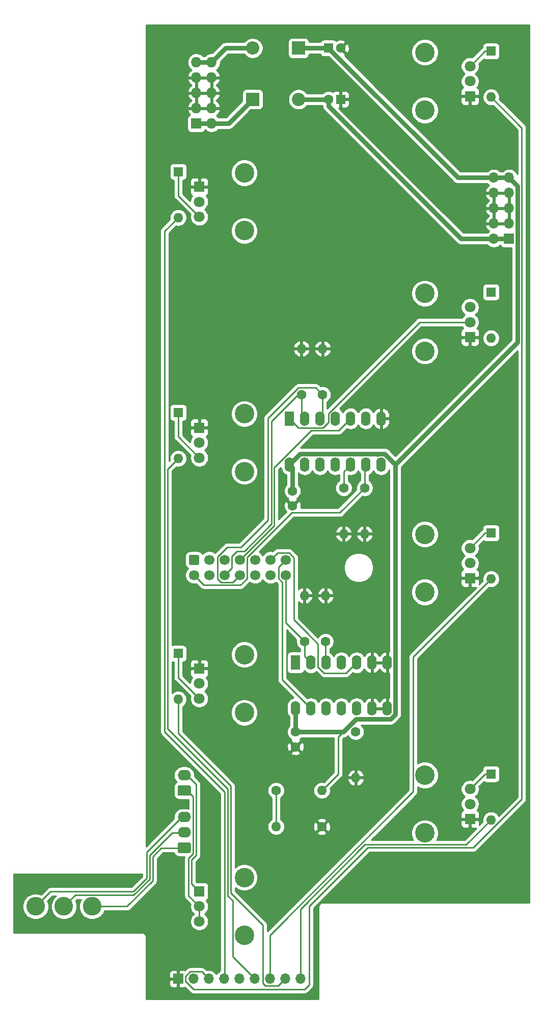
<source format=gbr>
%TF.GenerationSoftware,KiCad,Pcbnew,5.1.6-c6e7f7d~87~ubuntu20.04.1*%
%TF.CreationDate,2020-10-29T23:15:31-04:00*%
%TF.ProjectId,waveshaper,77617665-7368-4617-9065-722e6b696361,rev?*%
%TF.SameCoordinates,Original*%
%TF.FileFunction,Copper,L1,Top*%
%TF.FilePolarity,Positive*%
%FSLAX46Y46*%
G04 Gerber Fmt 4.6, Leading zero omitted, Abs format (unit mm)*
G04 Created by KiCad (PCBNEW 5.1.6-c6e7f7d~87~ubuntu20.04.1) date 2020-10-29 23:15:31*
%MOMM*%
%LPD*%
G01*
G04 APERTURE LIST*
%TA.AperFunction,ComponentPad*%
%ADD10O,1.727200X1.727200*%
%TD*%
%TA.AperFunction,ComponentPad*%
%ADD11R,1.727200X1.727200*%
%TD*%
%TA.AperFunction,ComponentPad*%
%ADD12C,1.700000*%
%TD*%
%TA.AperFunction,ComponentPad*%
%ADD13O,2.200000X1.740000*%
%TD*%
%TA.AperFunction,ComponentPad*%
%ADD14O,1.600000X1.600000*%
%TD*%
%TA.AperFunction,ComponentPad*%
%ADD15C,1.600000*%
%TD*%
%TA.AperFunction,ComponentPad*%
%ADD16R,1.600000X1.600000*%
%TD*%
%TA.AperFunction,ComponentPad*%
%ADD17O,2.200000X2.200000*%
%TD*%
%TA.AperFunction,ComponentPad*%
%ADD18R,2.200000X2.200000*%
%TD*%
%TA.AperFunction,ComponentPad*%
%ADD19O,1.600000X2.400000*%
%TD*%
%TA.AperFunction,ComponentPad*%
%ADD20R,1.600000X2.400000*%
%TD*%
%TA.AperFunction,ComponentPad*%
%ADD21R,1.800000X1.800000*%
%TD*%
%TA.AperFunction,ComponentPad*%
%ADD22C,1.800000*%
%TD*%
%TA.AperFunction,ComponentPad*%
%ADD23C,3.240000*%
%TD*%
%TA.AperFunction,ComponentPad*%
%ADD24C,3.100000*%
%TD*%
%TA.AperFunction,ComponentPad*%
%ADD25R,1.700000X1.700000*%
%TD*%
%TA.AperFunction,ComponentPad*%
%ADD26O,1.700000X1.700000*%
%TD*%
%TA.AperFunction,Conductor*%
%ADD27C,0.750000*%
%TD*%
%TA.AperFunction,Conductor*%
%ADD28C,0.250000*%
%TD*%
%TA.AperFunction,Conductor*%
%ADD29C,0.254000*%
%TD*%
G04 APERTURE END LIST*
D10*
%TO.P,J13,10*%
%TO.N,Net-(D2-Pad2)*%
X125540000Y-25840000D03*
%TO.P,J13,9*%
X123000000Y-25840000D03*
%TO.P,J13,8*%
%TO.N,GND*%
X125540000Y-28380000D03*
%TO.P,J13,7*%
X123000000Y-28380000D03*
%TO.P,J13,6*%
X125540000Y-30920000D03*
%TO.P,J13,5*%
X123000000Y-30920000D03*
%TO.P,J13,4*%
X125540000Y-33460000D03*
%TO.P,J13,3*%
X123000000Y-33460000D03*
%TO.P,J13,2*%
%TO.N,Net-(D3-Pad1)*%
X125540000Y-36000000D03*
D11*
%TO.P,J13,1*%
X123000000Y-36000000D03*
%TD*%
D12*
%TO.P,J10,14*%
%TO.N,MIXIN_-2*%
X137870000Y-111000000D03*
%TO.P,J10,12*%
%TO.N,MIXIN_-1*%
X135330000Y-111000000D03*
%TO.P,J10,10*%
%TO.N,MIXIN_-3*%
X132790000Y-111000000D03*
%TO.P,J10,8*%
%TO.N,MIXIN_0*%
X130250000Y-111000000D03*
%TO.P,J10,6*%
%TO.N,MIXIN_+1*%
X127710000Y-111000000D03*
%TO.P,J10,4*%
%TO.N,MIXIN_+2*%
X125170000Y-111000000D03*
%TO.P,J10,2*%
%TO.N,MIXIN_+3*%
X122630000Y-111000000D03*
%TO.P,J10,13*%
%TO.N,/RIPOUT_-2*%
X137870000Y-108460000D03*
%TO.P,J10,11*%
%TO.N,/RIPOUT_-1*%
X135330000Y-108460000D03*
%TO.P,J10,9*%
%TO.N,/RIPOUT_-3*%
X132790000Y-108460000D03*
%TO.P,J10,7*%
%TO.N,/RIPOUT_0*%
X130250000Y-108460000D03*
%TO.P,J10,5*%
%TO.N,/RIPOUT_+1*%
X127710000Y-108460000D03*
%TO.P,J10,3*%
%TO.N,/RIPOUT_+2*%
X125170000Y-108460000D03*
%TO.P,J10,1*%
%TO.N,/RIPOUT_+3*%
%TA.AperFunction,ComponentPad*%
G36*
G01*
X122030000Y-107610000D02*
X123230000Y-107610000D01*
G75*
G02*
X123480000Y-107860000I0J-250000D01*
G01*
X123480000Y-109060000D01*
G75*
G02*
X123230000Y-109310000I-250000J0D01*
G01*
X122030000Y-109310000D01*
G75*
G02*
X121780000Y-109060000I0J250000D01*
G01*
X121780000Y-107860000D01*
G75*
G02*
X122030000Y-107610000I250000J0D01*
G01*
G37*
%TD.AperFunction*%
%TD*%
D13*
%TO.P,J11,3*%
%TO.N,/Panel and power/SL_HIGH*%
X121000000Y-151170000D03*
%TO.P,J11,2*%
%TO.N,/Panel and power/SLEW*%
X121000000Y-153710000D03*
%TO.P,J11,1*%
%TO.N,/Panel and power/SL_MED*%
%TA.AperFunction,ComponentPad*%
G36*
G01*
X121850001Y-157120000D02*
X120149999Y-157120000D01*
G75*
G02*
X119900000Y-156870001I0J249999D01*
G01*
X119900000Y-155629999D01*
G75*
G02*
X120149999Y-155380000I249999J0D01*
G01*
X121850001Y-155380000D01*
G75*
G02*
X122100000Y-155629999I0J-249999D01*
G01*
X122100000Y-156870001D01*
G75*
G02*
X121850001Y-157120000I-249999J0D01*
G01*
G37*
%TD.AperFunction*%
%TD*%
%TO.P,J20,2*%
%TO.N,/Panel and power/LEVEL_CCW*%
X121000000Y-144210000D03*
%TO.P,J20,1*%
%TO.N,/Panel and power/LEVEL_WIPER*%
%TA.AperFunction,ComponentPad*%
G36*
G01*
X121850001Y-147620000D02*
X120149999Y-147620000D01*
G75*
G02*
X119900000Y-147370001I0J249999D01*
G01*
X119900000Y-146129999D01*
G75*
G02*
X120149999Y-145880000I249999J0D01*
G01*
X121850001Y-145880000D01*
G75*
G02*
X122100000Y-146129999I0J-249999D01*
G01*
X122100000Y-147370001D01*
G75*
G02*
X121850001Y-147620000I-249999J0D01*
G01*
G37*
%TD.AperFunction*%
%TD*%
D14*
%TO.P,R25,2*%
%TO.N,+12V*%
X143870000Y-146750000D03*
D15*
%TO.P,R25,1*%
%TO.N,+10V*%
X136250000Y-146750000D03*
%TD*%
D14*
%TO.P,R26,2*%
%TO.N,+10V*%
X136250000Y-152750000D03*
D15*
%TO.P,R26,1*%
%TO.N,GND*%
X143870000Y-152750000D03*
%TD*%
%TO.P,C14,2*%
%TO.N,GND*%
X147000000Y-23500000D03*
D16*
%TO.P,C14,1*%
%TO.N,+12V*%
X145000000Y-23500000D03*
%TD*%
D17*
%TO.P,D2,2*%
%TO.N,Net-(D2-Pad2)*%
X132380000Y-23500000D03*
D18*
%TO.P,D2,1*%
%TO.N,+12V*%
X140000000Y-23500000D03*
%TD*%
D15*
%TO.P,C15,2*%
%TO.N,-12V*%
X145000000Y-32000000D03*
D16*
%TO.P,C15,1*%
%TO.N,GND*%
X147000000Y-32000000D03*
%TD*%
D17*
%TO.P,D3,2*%
%TO.N,-12V*%
X140000000Y-32000000D03*
D18*
%TO.P,D3,1*%
%TO.N,Net-(D3-Pad1)*%
X132380000Y-32000000D03*
%TD*%
D19*
%TO.P,U5,14*%
%TO.N,+12V*%
X138500000Y-92620000D03*
%TO.P,U5,7*%
%TO.N,GND*%
X153740000Y-85000000D03*
%TO.P,U5,13*%
%TO.N,/RIPOUT_+1*%
X141040000Y-92620000D03*
%TO.P,U5,6*%
%TO.N,/RIPOUT_+3*%
X151200000Y-85000000D03*
%TO.P,U5,12*%
%TO.N,/RIPOUT_+2*%
X143580000Y-92620000D03*
%TO.P,U5,5*%
%TO.N,/RIPOUT_0*%
X148660000Y-85000000D03*
%TO.P,U5,11*%
%TO.N,CV_+2*%
X146120000Y-92620000D03*
%TO.P,U5,4*%
%TO.N,CV_0*%
X146120000Y-85000000D03*
%TO.P,U5,10*%
%TO.N,MIXIN_+2*%
X148660000Y-92620000D03*
%TO.P,U5,3*%
%TO.N,MIXIN_0*%
X143580000Y-85000000D03*
%TO.P,U5,9*%
%TO.N,MIXIN_+3*%
X151200000Y-92620000D03*
%TO.P,U5,2*%
%TO.N,MIXIN_+1*%
X141040000Y-85000000D03*
%TO.P,U5,8*%
%TO.N,CV_+3*%
X153740000Y-92620000D03*
D20*
%TO.P,U5,1*%
%TO.N,CV_+1*%
X138500000Y-85000000D03*
%TD*%
D21*
%TO.P,RV8,1*%
%TO.N,/Panel and power/LEVEL_CCW*%
X123500000Y-163500000D03*
D22*
%TO.P,RV8,2*%
%TO.N,/Panel and power/LEVEL_WIPER*%
X123500000Y-166000000D03*
%TO.P,RV8,3*%
X123500000Y-168500000D03*
D23*
%TO.P,RV8,*%
%TO.N,*%
X131000000Y-170800000D03*
X131000000Y-161200000D03*
%TD*%
D21*
%TO.P,RV7,1*%
%TO.N,GND*%
X168500000Y-151500000D03*
D22*
%TO.P,RV7,2*%
%TO.N,CV_-3*%
X168500000Y-149000000D03*
%TO.P,RV7,3*%
%TO.N,Net-(D10-Pad1)*%
X168500000Y-146500000D03*
D23*
%TO.P,RV7,*%
%TO.N,*%
X161000000Y-144200000D03*
X161000000Y-153800000D03*
%TD*%
D21*
%TO.P,RV6,1*%
%TO.N,GND*%
X123500000Y-126500000D03*
D22*
%TO.P,RV6,2*%
%TO.N,CV_-2*%
X123500000Y-129000000D03*
%TO.P,RV6,3*%
%TO.N,Net-(D9-Pad1)*%
X123500000Y-131500000D03*
D23*
%TO.P,RV6,*%
%TO.N,*%
X131000000Y-133800000D03*
X131000000Y-124200000D03*
%TD*%
D21*
%TO.P,RV5,1*%
%TO.N,GND*%
X168500000Y-111500000D03*
D22*
%TO.P,RV5,2*%
%TO.N,CV_-1*%
X168500000Y-109000000D03*
%TO.P,RV5,3*%
%TO.N,Net-(D8-Pad1)*%
X168500000Y-106500000D03*
D23*
%TO.P,RV5,*%
%TO.N,*%
X161000000Y-104200000D03*
X161000000Y-113800000D03*
%TD*%
D21*
%TO.P,RV4,1*%
%TO.N,GND*%
X123500000Y-86500000D03*
D22*
%TO.P,RV4,2*%
%TO.N,CV_0*%
X123500000Y-89000000D03*
%TO.P,RV4,3*%
%TO.N,Net-(D7-Pad1)*%
X123500000Y-91500000D03*
D23*
%TO.P,RV4,*%
%TO.N,*%
X131000000Y-93800000D03*
X131000000Y-84200000D03*
%TD*%
D21*
%TO.P,RV3,1*%
%TO.N,GND*%
X168500000Y-71500000D03*
D22*
%TO.P,RV3,2*%
%TO.N,CV_+1*%
X168500000Y-69000000D03*
%TO.P,RV3,3*%
%TO.N,Net-(D6-Pad1)*%
X168500000Y-66500000D03*
D23*
%TO.P,RV3,*%
%TO.N,*%
X161000000Y-64200000D03*
X161000000Y-73800000D03*
%TD*%
D21*
%TO.P,RV2,1*%
%TO.N,GND*%
X123500000Y-46500000D03*
D22*
%TO.P,RV2,2*%
%TO.N,CV_+2*%
X123500000Y-49000000D03*
%TO.P,RV2,3*%
%TO.N,Net-(D5-Pad1)*%
X123500000Y-51500000D03*
D23*
%TO.P,RV2,*%
%TO.N,*%
X131000000Y-53800000D03*
X131000000Y-44200000D03*
%TD*%
D21*
%TO.P,RV1,1*%
%TO.N,GND*%
X168500000Y-31500000D03*
D22*
%TO.P,RV1,2*%
%TO.N,CV_+3*%
X168500000Y-29000000D03*
%TO.P,RV1,3*%
%TO.N,Net-(D4-Pad1)*%
X168500000Y-26500000D03*
D23*
%TO.P,RV1,*%
%TO.N,*%
X161000000Y-24200000D03*
X161000000Y-33800000D03*
%TD*%
D19*
%TO.P,U4,14*%
%TO.N,+12V*%
X139500000Y-133120000D03*
%TO.P,U4,7*%
%TO.N,GND*%
X154740000Y-125500000D03*
%TO.P,U4,13*%
%TO.N,/RIPOUT_-2*%
X142040000Y-133120000D03*
%TO.P,U4,6*%
%TO.N,GND*%
X152200000Y-125500000D03*
%TO.P,U4,12*%
%TO.N,/RIPOUT_-3*%
X144580000Y-133120000D03*
%TO.P,U4,5*%
%TO.N,/RIPOUT_-1*%
X149660000Y-125500000D03*
%TO.P,U4,11*%
%TO.N,CV_-3*%
X147120000Y-133120000D03*
%TO.P,U4,4*%
%TO.N,CV_-1*%
X147120000Y-125500000D03*
%TO.P,U4,10*%
%TO.N,MIXIN_-3*%
X149660000Y-133120000D03*
%TO.P,U4,3*%
%TO.N,MIXIN_-1*%
X144580000Y-125500000D03*
%TO.P,U4,9*%
%TO.N,GND*%
X152200000Y-133120000D03*
%TO.P,U4,2*%
%TO.N,MIXIN_-2*%
X142040000Y-125500000D03*
%TO.P,U4,8*%
%TO.N,GND*%
X154740000Y-133120000D03*
D20*
%TO.P,U4,1*%
%TO.N,CV_-2*%
X139500000Y-125500000D03*
%TD*%
D24*
%TO.P,SW1,1*%
%TO.N,/Panel and power/SL_MED*%
X105700000Y-166000000D03*
%TO.P,SW1,3*%
%TO.N,/Panel and power/SL_HIGH*%
X96300000Y-166000000D03*
%TO.P,SW1,2*%
%TO.N,/Panel and power/SLEW*%
X101000000Y-166000000D03*
%TD*%
D14*
%TO.P,R14,2*%
%TO.N,GND*%
X141000000Y-114380000D03*
D15*
%TO.P,R14,1*%
%TO.N,MIXIN_-2*%
X141000000Y-122000000D03*
%TD*%
%TO.P,R13,1*%
%TO.N,MIXIN_0*%
X144000000Y-81000000D03*
D14*
%TO.P,R13,2*%
%TO.N,GND*%
X144000000Y-73380000D03*
%TD*%
D15*
%TO.P,R12,1*%
%TO.N,MIXIN_+2*%
X147500000Y-96500000D03*
D14*
%TO.P,R12,2*%
%TO.N,GND*%
X147500000Y-104120000D03*
%TD*%
%TO.P,R11,2*%
%TO.N,GND*%
X149500000Y-144620000D03*
D15*
%TO.P,R11,1*%
%TO.N,MIXIN_-3*%
X149500000Y-137000000D03*
%TD*%
D14*
%TO.P,R10,2*%
%TO.N,GND*%
X144500000Y-114380000D03*
D15*
%TO.P,R10,1*%
%TO.N,MIXIN_-1*%
X144500000Y-122000000D03*
%TD*%
D14*
%TO.P,R9,2*%
%TO.N,GND*%
X140500000Y-73380000D03*
D15*
%TO.P,R9,1*%
%TO.N,MIXIN_+1*%
X140500000Y-81000000D03*
%TD*%
%TO.P,R8,1*%
%TO.N,MIXIN_+3*%
X151000000Y-96500000D03*
D14*
%TO.P,R8,2*%
%TO.N,GND*%
X151000000Y-104120000D03*
%TD*%
D25*
%TO.P,J30,1*%
%TO.N,-12V*%
X175000000Y-55160000D03*
D26*
%TO.P,J30,2*%
X172460000Y-55160000D03*
%TO.P,J30,3*%
%TO.N,GND*%
X175000000Y-52620000D03*
%TO.P,J30,4*%
X172460000Y-52620000D03*
%TO.P,J30,5*%
X175000000Y-50080000D03*
%TO.P,J30,6*%
X172460000Y-50080000D03*
%TO.P,J30,7*%
X175000000Y-47540000D03*
%TO.P,J30,8*%
X172460000Y-47540000D03*
%TO.P,J30,9*%
%TO.N,+12V*%
X175000000Y-45000000D03*
%TO.P,J30,10*%
X172460000Y-45000000D03*
%TD*%
%TO.P,J15,9*%
%TO.N,Net-(D10-Pad2)*%
X140320000Y-178000000D03*
%TO.P,J15,8*%
%TO.N,Net-(D9-Pad2)*%
X137780000Y-178000000D03*
%TO.P,J15,7*%
%TO.N,Net-(D8-Pad2)*%
X135240000Y-178000000D03*
%TO.P,J15,6*%
%TO.N,Net-(D7-Pad2)*%
X132700000Y-178000000D03*
%TO.P,J15,5*%
%TO.N,Net-(D6-Pad2)*%
X130160000Y-178000000D03*
%TO.P,J15,4*%
%TO.N,Net-(D5-Pad2)*%
X127620000Y-178000000D03*
%TO.P,J15,3*%
%TO.N,Net-(D4-Pad2)*%
X125080000Y-178000000D03*
%TO.P,J15,2*%
%TO.N,+10V*%
X122540000Y-178000000D03*
D25*
%TO.P,J15,1*%
%TO.N,GND*%
X120000000Y-178000000D03*
%TD*%
D14*
%TO.P,D10,2*%
%TO.N,Net-(D10-Pad2)*%
X172000000Y-151620000D03*
D16*
%TO.P,D10,1*%
%TO.N,Net-(D10-Pad1)*%
X172000000Y-144000000D03*
%TD*%
D14*
%TO.P,D9,2*%
%TO.N,Net-(D9-Pad2)*%
X120000000Y-131620000D03*
D16*
%TO.P,D9,1*%
%TO.N,Net-(D9-Pad1)*%
X120000000Y-124000000D03*
%TD*%
D14*
%TO.P,D8,2*%
%TO.N,Net-(D8-Pad2)*%
X172000000Y-111620000D03*
D16*
%TO.P,D8,1*%
%TO.N,Net-(D8-Pad1)*%
X172000000Y-104000000D03*
%TD*%
D14*
%TO.P,D7,2*%
%TO.N,Net-(D7-Pad2)*%
X120000000Y-91620000D03*
D16*
%TO.P,D7,1*%
%TO.N,Net-(D7-Pad1)*%
X120000000Y-84000000D03*
%TD*%
D14*
%TO.P,D6,2*%
%TO.N,Net-(D6-Pad2)*%
X172000000Y-71620000D03*
D16*
%TO.P,D6,1*%
%TO.N,Net-(D6-Pad1)*%
X172000000Y-64000000D03*
%TD*%
D14*
%TO.P,D5,2*%
%TO.N,Net-(D5-Pad2)*%
X120000000Y-51620000D03*
D16*
%TO.P,D5,1*%
%TO.N,Net-(D5-Pad1)*%
X120000000Y-44000000D03*
%TD*%
D14*
%TO.P,D4,2*%
%TO.N,Net-(D4-Pad2)*%
X172000000Y-31620000D03*
D16*
%TO.P,D4,1*%
%TO.N,Net-(D4-Pad1)*%
X172000000Y-24000000D03*
%TD*%
D15*
%TO.P,C17,2*%
%TO.N,GND*%
X139500000Y-139500000D03*
%TO.P,C17,1*%
%TO.N,+12V*%
X139500000Y-137000000D03*
%TD*%
%TO.P,C16,2*%
%TO.N,GND*%
X139000000Y-99500000D03*
%TO.P,C16,1*%
%TO.N,+12V*%
X139000000Y-97000000D03*
%TD*%
D27*
%TO.N,+12V*%
X139000000Y-93120000D02*
X138500000Y-92620000D01*
X139000000Y-97000000D02*
X139000000Y-93120000D01*
X156115010Y-134089547D02*
X156115010Y-92615010D01*
X155309547Y-134895010D02*
X156115010Y-134089547D01*
X149569988Y-134895010D02*
X155309547Y-134895010D01*
X147464998Y-137000000D02*
X149569988Y-134895010D01*
X139500000Y-137000000D02*
X147464998Y-137000000D01*
X172460000Y-45000000D02*
X175000000Y-45000000D01*
X176425001Y-72305019D02*
X156115010Y-92615010D01*
X176425001Y-46425001D02*
X176425001Y-72305019D01*
X175000000Y-45000000D02*
X176425001Y-46425001D01*
X145000000Y-23500000D02*
X140000000Y-23500000D01*
X145000000Y-23535002D02*
X166464998Y-45000000D01*
X166464998Y-45000000D02*
X172460000Y-45000000D01*
X145000000Y-23500000D02*
X145000000Y-23535002D01*
D28*
X146620000Y-137844998D02*
X147464998Y-137000000D01*
X146620000Y-144000000D02*
X146620000Y-137844998D01*
X143870000Y-146750000D02*
X146620000Y-144000000D01*
D27*
X139500000Y-137000000D02*
X139500000Y-133120000D01*
X140275010Y-90844990D02*
X153012491Y-90844990D01*
X153012491Y-90844990D02*
X153091472Y-90923971D01*
X154464557Y-91000000D02*
X154500000Y-91000000D01*
X154500000Y-91000000D02*
X156115010Y-92615010D01*
X153091472Y-90923971D02*
X153170453Y-90844990D01*
X154309547Y-90844990D02*
X154464557Y-91000000D01*
X153170453Y-90844990D02*
X154309547Y-90844990D01*
X138500000Y-92620000D02*
X140275010Y-90844990D01*
%TO.N,-12V*%
X172460000Y-55160000D02*
X175000000Y-55160000D01*
X140000000Y-32000000D02*
X145000000Y-32000000D01*
X167028630Y-55160000D02*
X172460000Y-55160000D01*
X145000000Y-33131370D02*
X167028630Y-55160000D01*
X145000000Y-32000000D02*
X145000000Y-33131370D01*
D28*
%TO.N,Net-(D4-Pad2)*%
X123904999Y-176824999D02*
X125080000Y-178000000D01*
X121175001Y-177625997D02*
X121975999Y-176824999D01*
X121975999Y-176824999D02*
X123904999Y-176824999D01*
X122550998Y-179750000D02*
X121175001Y-178374003D01*
X141002506Y-179750000D02*
X122550998Y-179750000D01*
X141750000Y-179002506D02*
X141002506Y-179750000D01*
X151500000Y-156250000D02*
X141750000Y-166000000D01*
X141750000Y-166000000D02*
X141750000Y-179002506D01*
X169035002Y-156250000D02*
X151500000Y-156250000D01*
X121175001Y-178374003D02*
X121175001Y-177625997D01*
X177125011Y-148159991D02*
X169035002Y-156250000D01*
X177125011Y-36745011D02*
X177125011Y-148159991D01*
X172000000Y-31620000D02*
X177125011Y-36745011D01*
%TO.N,Net-(D4-Pad1)*%
X171000000Y-24000000D02*
X172000000Y-24000000D01*
X168500000Y-26500000D02*
X171000000Y-24000000D01*
%TO.N,Net-(D5-Pad2)*%
X117750000Y-53870000D02*
X120000000Y-51620000D01*
X117750000Y-137000000D02*
X117750000Y-53870000D01*
X127750000Y-147000000D02*
X117750000Y-137000000D01*
X127750000Y-177870000D02*
X127750000Y-147000000D01*
X127620000Y-178000000D02*
X127750000Y-177870000D01*
%TO.N,Net-(D5-Pad1)*%
X120000000Y-48000000D02*
X123500000Y-51500000D01*
X120000000Y-44000000D02*
X120000000Y-48000000D01*
%TO.N,Net-(D7-Pad2)*%
X129054999Y-174354999D02*
X132700000Y-178000000D01*
X129054999Y-165054999D02*
X129054999Y-174354999D01*
X128250000Y-164250000D02*
X129054999Y-165054999D01*
X128250000Y-146500000D02*
X128250000Y-164250000D01*
X118250000Y-136500000D02*
X128250000Y-146500000D01*
X118250000Y-93370000D02*
X118250000Y-136500000D01*
X120000000Y-91620000D02*
X118250000Y-93370000D01*
%TO.N,Net-(D7-Pad1)*%
X120000000Y-88000000D02*
X123500000Y-91500000D01*
X120000000Y-84000000D02*
X120000000Y-88000000D01*
%TO.N,Net-(D8-Pad2)*%
X159054999Y-124565001D02*
X172000000Y-111620000D01*
X159054999Y-146945001D02*
X159054999Y-124565001D01*
X135240000Y-170760000D02*
X159054999Y-146945001D01*
X135240000Y-178000000D02*
X135240000Y-170760000D01*
%TO.N,Net-(D8-Pad1)*%
X171000000Y-104000000D02*
X172000000Y-104000000D01*
X168500000Y-106500000D02*
X171000000Y-104000000D01*
%TO.N,Net-(D9-Pad2)*%
X120000000Y-137250000D02*
X120000000Y-131620000D01*
X128750000Y-146000000D02*
X120000000Y-137250000D01*
X134064999Y-169064999D02*
X128750000Y-163750000D01*
X134064999Y-178753999D02*
X134064999Y-169064999D01*
X128750000Y-163750000D02*
X128750000Y-146000000D01*
X134486001Y-179175001D02*
X134064999Y-178753999D01*
X136604999Y-179175001D02*
X134486001Y-179175001D01*
X137780000Y-178000000D02*
X136604999Y-179175001D01*
%TO.N,Net-(D9-Pad1)*%
X120000000Y-128000000D02*
X120000000Y-124000000D01*
X123500000Y-131500000D02*
X120000000Y-128000000D01*
%TO.N,Net-(D10-Pad2)*%
X151004999Y-155745001D02*
X167874999Y-155745001D01*
X167874999Y-155745001D02*
X172000000Y-151620000D01*
X140320000Y-166430000D02*
X151004999Y-155745001D01*
X140320000Y-178000000D02*
X140320000Y-166430000D01*
%TO.N,Net-(D10-Pad1)*%
X171000000Y-144000000D02*
X172000000Y-144000000D01*
X168500000Y-146500000D02*
X171000000Y-144000000D01*
%TO.N,CV_+1*%
X144994990Y-84134006D02*
X160128996Y-69000000D01*
X144994990Y-85576014D02*
X144994990Y-84134006D01*
X144045994Y-86525010D02*
X144994990Y-85576014D01*
X140025010Y-86525010D02*
X144045994Y-86525010D01*
X160128996Y-69000000D02*
X168500000Y-69000000D01*
X138500000Y-85000000D02*
X140025010Y-86525010D01*
%TO.N,+10V*%
X136250000Y-146750000D02*
X136250000Y-152750000D01*
D27*
%TO.N,Net-(D2-Pad2)*%
X125540000Y-25840000D02*
X123000000Y-25840000D01*
X132380000Y-23500000D02*
X127880000Y-23500000D01*
X127880000Y-23500000D02*
X125540000Y-25840000D01*
%TO.N,Net-(D3-Pad1)*%
X125540000Y-36000000D02*
X128380000Y-36000000D01*
X128380000Y-36000000D02*
X132380000Y-32000000D01*
X123000000Y-36000000D02*
X125540000Y-36000000D01*
D28*
%TO.N,/RIPOUT_-2*%
X137250000Y-112119002D02*
X137250000Y-128330000D01*
X136694999Y-111564001D02*
X137250000Y-112119002D01*
X136694999Y-109635001D02*
X136694999Y-111564001D01*
X137250000Y-128330000D02*
X142040000Y-133120000D01*
X137870000Y-108460000D02*
X136694999Y-109635001D01*
%TO.N,/RIPOUT_-1*%
X144250000Y-127250000D02*
X143250000Y-126250000D01*
X147910000Y-127250000D02*
X144250000Y-127250000D01*
X143250000Y-126250000D02*
X143250000Y-122415002D01*
X149660000Y-125500000D02*
X147910000Y-127250000D01*
X141417499Y-120582501D02*
X141334998Y-120500000D01*
X143250000Y-122415002D02*
X141417499Y-120582501D01*
X139250000Y-108100998D02*
X139250000Y-118415002D01*
X138434001Y-107284999D02*
X139250000Y-108100998D01*
X139250000Y-118415002D02*
X141417499Y-120582501D01*
X136505001Y-107284999D02*
X138434001Y-107284999D01*
X135330000Y-108460000D02*
X136505001Y-107284999D01*
%TO.N,/RIPOUT_0*%
X130250000Y-108460000D02*
X135950011Y-102759989D01*
X135950011Y-102759989D02*
X135950011Y-93178985D01*
X135950011Y-93178985D02*
X142153976Y-86975020D01*
X142153976Y-86975020D02*
X146684980Y-86975020D01*
X146684980Y-86975020D02*
X148660000Y-85000000D01*
%TO.N,MIXIN_-2*%
X140000000Y-121000000D02*
X141000000Y-122000000D01*
X141000000Y-124460000D02*
X142040000Y-125500000D01*
X141000000Y-122000000D02*
X141000000Y-124460000D01*
X137870000Y-118870000D02*
X140000000Y-121000000D01*
X137870000Y-111000000D02*
X137870000Y-118870000D01*
%TO.N,MIXIN_-1*%
X144500000Y-125420000D02*
X144580000Y-125500000D01*
X144500000Y-122000000D02*
X144500000Y-125420000D01*
%TO.N,MIXIN_0*%
X144000000Y-84580000D02*
X143580000Y-85000000D01*
X144000000Y-81000000D02*
X144000000Y-84580000D01*
X129074999Y-112175001D02*
X130250000Y-111000000D01*
X127145999Y-112175001D02*
X129074999Y-112175001D01*
X126534999Y-111564001D02*
X127145999Y-112175001D01*
X126534999Y-107965001D02*
X126534999Y-111564001D01*
X134917499Y-101832501D02*
X130420000Y-106330000D01*
X134917499Y-84917499D02*
X134917499Y-101832501D01*
X139959999Y-79874999D02*
X134917499Y-84917499D01*
X128170000Y-106330000D02*
X126534999Y-107965001D01*
X142874999Y-79874999D02*
X139959999Y-79874999D01*
X130420000Y-106330000D02*
X128170000Y-106330000D01*
X144000000Y-81000000D02*
X142874999Y-79874999D01*
%TO.N,MIXIN_+1*%
X140500000Y-84460000D02*
X141040000Y-85000000D01*
X140500000Y-81000000D02*
X140500000Y-84460000D01*
X139914998Y-81000000D02*
X140500000Y-81000000D01*
X135500000Y-85414998D02*
X139914998Y-81000000D01*
X135500000Y-102500000D02*
X135500000Y-85414998D01*
X131000000Y-107000000D02*
X135500000Y-102500000D01*
X129750000Y-107000000D02*
X131000000Y-107000000D01*
X128885001Y-107864999D02*
X129750000Y-107000000D01*
X128885001Y-109824999D02*
X128885001Y-107864999D01*
X127710000Y-111000000D02*
X128885001Y-109824999D01*
%TO.N,MIXIN_+2*%
X147500000Y-93780000D02*
X148660000Y-92620000D01*
X147500000Y-96500000D02*
X147500000Y-93780000D01*
%TO.N,MIXIN_+3*%
X151000000Y-92820000D02*
X151200000Y-92620000D01*
X151000000Y-96500000D02*
X151000000Y-92820000D01*
X124255011Y-112625011D02*
X122630000Y-111000000D01*
X130363991Y-112625011D02*
X124255011Y-112625011D01*
X131425001Y-111564001D02*
X130363991Y-112625011D01*
X131425001Y-108085997D02*
X131425001Y-111564001D01*
X138885997Y-100625001D02*
X131425001Y-108085997D01*
X146874999Y-100625001D02*
X138885997Y-100625001D01*
X151000000Y-96500000D02*
X146874999Y-100625001D01*
%TO.N,/Panel and power/SL_HIGH*%
X120500000Y-151250000D02*
X121000000Y-151250000D01*
X114750000Y-157000000D02*
X120500000Y-151250000D01*
X112573588Y-163500000D02*
X114750000Y-161323588D01*
X98800000Y-163500000D02*
X112573588Y-163500000D01*
X114750000Y-161323588D02*
X114750000Y-157000000D01*
X96300000Y-166000000D02*
X98800000Y-163500000D01*
%TO.N,/Panel and power/SLEW*%
X115250000Y-157500000D02*
X118960000Y-153790000D01*
X115250000Y-161459998D02*
X115250000Y-157500000D01*
X112584999Y-164124999D02*
X115250000Y-161459998D01*
X118960000Y-153790000D02*
X121000000Y-153790000D01*
X102875001Y-164124999D02*
X112584999Y-164124999D01*
X101000000Y-166000000D02*
X102875001Y-164124999D01*
%TO.N,/Panel and power/SL_MED*%
X117170000Y-156330000D02*
X121000000Y-156330000D01*
X115750000Y-157750000D02*
X117170000Y-156330000D01*
X115750000Y-161750000D02*
X115750000Y-157750000D01*
X111500000Y-166000000D02*
X115750000Y-161750000D01*
X105700000Y-166000000D02*
X111500000Y-166000000D01*
%TO.N,/Panel and power/LEVEL_CCW*%
X123000000Y-163000000D02*
X123500000Y-163500000D01*
X123000000Y-157500000D02*
X123000000Y-145750000D01*
X122250000Y-158250000D02*
X123000000Y-157500000D01*
X122250000Y-162250000D02*
X122250000Y-158250000D01*
X123000000Y-145750000D02*
X121250000Y-144000000D01*
X123500000Y-163500000D02*
X122250000Y-162250000D01*
%TO.N,/Panel and power/LEVEL_WIPER*%
X123080000Y-168080000D02*
X123500000Y-168500000D01*
X123500000Y-166000000D02*
X123500000Y-168500000D01*
X121750000Y-158000000D02*
X122500000Y-157250000D01*
X121750000Y-164250000D02*
X121750000Y-158000000D01*
X123500000Y-166000000D02*
X121750000Y-164250000D01*
X122500000Y-147790000D02*
X121250000Y-146540000D01*
X122500000Y-157250000D02*
X122500000Y-147790000D01*
%TD*%
D29*
%TO.N,GND*%
G36*
X178340001Y-165340000D02*
G01*
X144032419Y-165340000D01*
X144000000Y-165336807D01*
X143967581Y-165340000D01*
X143870617Y-165349550D01*
X143746207Y-165387290D01*
X143631550Y-165448575D01*
X143531052Y-165531052D01*
X143448575Y-165631550D01*
X143387290Y-165746207D01*
X143349550Y-165870617D01*
X143336807Y-166000000D01*
X143340000Y-166032419D01*
X143340001Y-181340000D01*
X114660000Y-181340000D01*
X114660000Y-178850000D01*
X118511928Y-178850000D01*
X118524188Y-178974482D01*
X118560498Y-179094180D01*
X118619463Y-179204494D01*
X118698815Y-179301185D01*
X118795506Y-179380537D01*
X118905820Y-179439502D01*
X119025518Y-179475812D01*
X119150000Y-179488072D01*
X119714250Y-179485000D01*
X119873000Y-179326250D01*
X119873000Y-178127000D01*
X118673750Y-178127000D01*
X118515000Y-178285750D01*
X118511928Y-178850000D01*
X114660000Y-178850000D01*
X114660000Y-177150000D01*
X118511928Y-177150000D01*
X118515000Y-177714250D01*
X118673750Y-177873000D01*
X119873000Y-177873000D01*
X119873000Y-176673750D01*
X119714250Y-176515000D01*
X119150000Y-176511928D01*
X119025518Y-176524188D01*
X118905820Y-176560498D01*
X118795506Y-176619463D01*
X118698815Y-176698815D01*
X118619463Y-176795506D01*
X118560498Y-176905820D01*
X118524188Y-177025518D01*
X118511928Y-177150000D01*
X114660000Y-177150000D01*
X114660000Y-171032418D01*
X114663193Y-171000000D01*
X114650450Y-170870617D01*
X114612710Y-170746207D01*
X114551425Y-170631550D01*
X114468948Y-170531052D01*
X114368450Y-170448575D01*
X114253793Y-170387290D01*
X114129383Y-170349550D01*
X114032419Y-170340000D01*
X114000000Y-170336807D01*
X113967581Y-170340000D01*
X92660000Y-170340000D01*
X92660000Y-160660000D01*
X113967581Y-160660000D01*
X113990000Y-160662208D01*
X113990000Y-161008786D01*
X112258787Y-162740000D01*
X98837323Y-162740000D01*
X98800000Y-162736324D01*
X98762677Y-162740000D01*
X98762667Y-162740000D01*
X98651014Y-162750997D01*
X98522433Y-162790001D01*
X98507753Y-162794454D01*
X98375723Y-162865026D01*
X98351417Y-162884974D01*
X98259999Y-162959999D01*
X98236201Y-162988997D01*
X97212327Y-164012872D01*
X96937341Y-163898969D01*
X96515204Y-163815000D01*
X96084796Y-163815000D01*
X95662659Y-163898969D01*
X95265015Y-164063678D01*
X94907144Y-164302800D01*
X94602800Y-164607144D01*
X94363678Y-164965015D01*
X94198969Y-165362659D01*
X94115000Y-165784796D01*
X94115000Y-166215204D01*
X94198969Y-166637341D01*
X94363678Y-167034985D01*
X94602800Y-167392856D01*
X94907144Y-167697200D01*
X95265015Y-167936322D01*
X95662659Y-168101031D01*
X96084796Y-168185000D01*
X96515204Y-168185000D01*
X96937341Y-168101031D01*
X97334985Y-167936322D01*
X97692856Y-167697200D01*
X97997200Y-167392856D01*
X98236322Y-167034985D01*
X98401031Y-166637341D01*
X98485000Y-166215204D01*
X98485000Y-165784796D01*
X98401031Y-165362659D01*
X98287128Y-165087673D01*
X99114802Y-164260000D01*
X99671199Y-164260000D01*
X99607144Y-164302800D01*
X99302800Y-164607144D01*
X99063678Y-164965015D01*
X98898969Y-165362659D01*
X98815000Y-165784796D01*
X98815000Y-166215204D01*
X98898969Y-166637341D01*
X99063678Y-167034985D01*
X99302800Y-167392856D01*
X99607144Y-167697200D01*
X99965015Y-167936322D01*
X100362659Y-168101031D01*
X100784796Y-168185000D01*
X101215204Y-168185000D01*
X101637341Y-168101031D01*
X102034985Y-167936322D01*
X102392856Y-167697200D01*
X102697200Y-167392856D01*
X102936322Y-167034985D01*
X103101031Y-166637341D01*
X103185000Y-166215204D01*
X103185000Y-165784796D01*
X103101031Y-165362659D01*
X102987129Y-165087673D01*
X103189803Y-164884999D01*
X103817143Y-164884999D01*
X103763678Y-164965015D01*
X103598969Y-165362659D01*
X103515000Y-165784796D01*
X103515000Y-166215204D01*
X103598969Y-166637341D01*
X103763678Y-167034985D01*
X104002800Y-167392856D01*
X104307144Y-167697200D01*
X104665015Y-167936322D01*
X105062659Y-168101031D01*
X105484796Y-168185000D01*
X105915204Y-168185000D01*
X106337341Y-168101031D01*
X106734985Y-167936322D01*
X107092856Y-167697200D01*
X107397200Y-167392856D01*
X107636322Y-167034985D01*
X107750224Y-166760000D01*
X111462678Y-166760000D01*
X111500000Y-166763676D01*
X111537322Y-166760000D01*
X111537333Y-166760000D01*
X111648986Y-166749003D01*
X111792247Y-166705546D01*
X111924276Y-166634974D01*
X112040001Y-166540001D01*
X112063804Y-166510997D01*
X116261004Y-162313798D01*
X116290001Y-162290001D01*
X116384974Y-162174276D01*
X116455546Y-162042247D01*
X116499003Y-161898986D01*
X116510000Y-161787333D01*
X116510000Y-161787325D01*
X116513676Y-161750000D01*
X116510000Y-161712675D01*
X116510000Y-158064801D01*
X117484802Y-157090000D01*
X119293172Y-157090000D01*
X119329528Y-157209851D01*
X119411595Y-157363387D01*
X119522038Y-157497962D01*
X119656613Y-157608405D01*
X119810149Y-157690472D01*
X119976745Y-157741008D01*
X120149999Y-157758072D01*
X121029191Y-157758072D01*
X121000998Y-157851015D01*
X120986324Y-158000000D01*
X120990001Y-158037332D01*
X120990000Y-164212677D01*
X120986324Y-164250000D01*
X120990000Y-164287322D01*
X120990000Y-164287332D01*
X121000997Y-164398985D01*
X121044454Y-164542246D01*
X121115026Y-164674276D01*
X121154871Y-164722826D01*
X121209999Y-164790001D01*
X121239003Y-164813804D01*
X122016269Y-165591070D01*
X121965000Y-165848816D01*
X121965000Y-166151184D01*
X122023989Y-166447743D01*
X122139701Y-166727095D01*
X122307688Y-166978505D01*
X122521495Y-167192312D01*
X122607831Y-167250000D01*
X122521495Y-167307688D01*
X122307688Y-167521495D01*
X122139701Y-167772905D01*
X122023989Y-168052257D01*
X121965000Y-168348816D01*
X121965000Y-168651184D01*
X122023989Y-168947743D01*
X122139701Y-169227095D01*
X122307688Y-169478505D01*
X122521495Y-169692312D01*
X122772905Y-169860299D01*
X123052257Y-169976011D01*
X123348816Y-170035000D01*
X123651184Y-170035000D01*
X123947743Y-169976011D01*
X124227095Y-169860299D01*
X124478505Y-169692312D01*
X124692312Y-169478505D01*
X124860299Y-169227095D01*
X124976011Y-168947743D01*
X125035000Y-168651184D01*
X125035000Y-168348816D01*
X124976011Y-168052257D01*
X124860299Y-167772905D01*
X124692312Y-167521495D01*
X124478505Y-167307688D01*
X124392169Y-167250000D01*
X124478505Y-167192312D01*
X124692312Y-166978505D01*
X124860299Y-166727095D01*
X124976011Y-166447743D01*
X125035000Y-166151184D01*
X125035000Y-165848816D01*
X124976011Y-165552257D01*
X124860299Y-165272905D01*
X124692312Y-165021495D01*
X124654697Y-164983880D01*
X124754494Y-164930537D01*
X124851185Y-164851185D01*
X124930537Y-164754494D01*
X124989502Y-164644180D01*
X125025812Y-164524482D01*
X125038072Y-164400000D01*
X125038072Y-162600000D01*
X125025812Y-162475518D01*
X124989502Y-162355820D01*
X124930537Y-162245506D01*
X124851185Y-162148815D01*
X124754494Y-162069463D01*
X124644180Y-162010498D01*
X124524482Y-161974188D01*
X124400000Y-161961928D01*
X123036729Y-161961928D01*
X123010000Y-161935199D01*
X123010000Y-158564801D01*
X123511004Y-158063798D01*
X123540001Y-158040001D01*
X123634974Y-157924276D01*
X123705546Y-157792247D01*
X123749003Y-157648986D01*
X123760000Y-157537333D01*
X123760000Y-157537324D01*
X123763676Y-157500001D01*
X123760000Y-157462678D01*
X123760000Y-145787325D01*
X123763676Y-145750000D01*
X123760000Y-145712675D01*
X123760000Y-145712667D01*
X123749003Y-145601014D01*
X123705546Y-145457753D01*
X123634974Y-145325724D01*
X123540001Y-145209999D01*
X123511003Y-145186201D01*
X122723679Y-144398878D01*
X122742282Y-144210000D01*
X122713224Y-143914968D01*
X122627166Y-143631275D01*
X122487417Y-143369821D01*
X122299345Y-143140655D01*
X122070179Y-142952583D01*
X121808725Y-142812834D01*
X121525032Y-142726776D01*
X121303936Y-142705000D01*
X120696064Y-142705000D01*
X120474968Y-142726776D01*
X120191275Y-142812834D01*
X119929821Y-142952583D01*
X119700655Y-143140655D01*
X119512583Y-143369821D01*
X119372834Y-143631275D01*
X119286776Y-143914968D01*
X119257718Y-144210000D01*
X119286776Y-144505032D01*
X119372834Y-144788725D01*
X119512583Y-145050179D01*
X119700655Y-145279345D01*
X119766114Y-145333066D01*
X119656613Y-145391595D01*
X119522038Y-145502038D01*
X119411595Y-145636613D01*
X119329528Y-145790149D01*
X119278992Y-145956745D01*
X119261928Y-146129999D01*
X119261928Y-147370001D01*
X119278992Y-147543255D01*
X119329528Y-147709851D01*
X119411595Y-147863387D01*
X119522038Y-147997962D01*
X119656613Y-148108405D01*
X119810149Y-148190472D01*
X119976745Y-148241008D01*
X120149999Y-148258072D01*
X121740001Y-148258072D01*
X121740001Y-149751987D01*
X121525032Y-149686776D01*
X121303936Y-149665000D01*
X120696064Y-149665000D01*
X120474968Y-149686776D01*
X120191275Y-149772834D01*
X119929821Y-149912583D01*
X119700655Y-150100655D01*
X119512583Y-150329821D01*
X119372834Y-150591275D01*
X119286776Y-150874968D01*
X119257718Y-151170000D01*
X119279907Y-151395291D01*
X114660000Y-156015199D01*
X114660000Y-53870000D01*
X116986324Y-53870000D01*
X116990001Y-53907333D01*
X116990000Y-136962678D01*
X116986324Y-137000000D01*
X116990000Y-137037322D01*
X116990000Y-137037332D01*
X117000997Y-137148985D01*
X117019513Y-137210024D01*
X117044454Y-137292246D01*
X117115026Y-137424276D01*
X117154871Y-137472826D01*
X117209999Y-137540001D01*
X117239003Y-137563804D01*
X126990001Y-147314803D01*
X126990000Y-176653602D01*
X126916589Y-176684010D01*
X126673368Y-176846525D01*
X126466525Y-177053368D01*
X126350000Y-177227760D01*
X126233475Y-177053368D01*
X126026632Y-176846525D01*
X125783411Y-176684010D01*
X125513158Y-176572068D01*
X125226260Y-176515000D01*
X124933740Y-176515000D01*
X124713592Y-176558791D01*
X124468803Y-176314002D01*
X124445000Y-176284998D01*
X124329275Y-176190025D01*
X124197246Y-176119453D01*
X124053985Y-176075996D01*
X123942332Y-176064999D01*
X123942321Y-176064999D01*
X123904999Y-176061323D01*
X123867677Y-176064999D01*
X122013321Y-176064999D01*
X121975998Y-176061323D01*
X121938675Y-176064999D01*
X121938666Y-176064999D01*
X121827013Y-176075996D01*
X121683752Y-176119453D01*
X121551723Y-176190025D01*
X121435998Y-176284998D01*
X121412200Y-176313997D01*
X121140786Y-176585410D01*
X121094180Y-176560498D01*
X120974482Y-176524188D01*
X120850000Y-176511928D01*
X120285750Y-176515000D01*
X120127000Y-176673750D01*
X120127000Y-177873000D01*
X120147000Y-177873000D01*
X120147000Y-178127000D01*
X120127000Y-178127000D01*
X120127000Y-179326250D01*
X120285750Y-179485000D01*
X120850000Y-179488072D01*
X120974482Y-179475812D01*
X121094180Y-179439502D01*
X121140787Y-179414590D01*
X121987199Y-180261003D01*
X122010997Y-180290001D01*
X122039995Y-180313799D01*
X122126722Y-180384974D01*
X122258751Y-180455546D01*
X122402012Y-180499003D01*
X122550998Y-180513677D01*
X122588331Y-180510000D01*
X140965184Y-180510000D01*
X141002506Y-180513676D01*
X141039828Y-180510000D01*
X141039839Y-180510000D01*
X141151492Y-180499003D01*
X141294753Y-180455546D01*
X141426782Y-180384974D01*
X141542507Y-180290001D01*
X141566309Y-180260998D01*
X142261002Y-179566305D01*
X142290001Y-179542507D01*
X142344736Y-179475812D01*
X142384974Y-179426783D01*
X142455546Y-179294753D01*
X142482925Y-179204494D01*
X142499003Y-179151492D01*
X142510000Y-179039839D01*
X142510000Y-179039830D01*
X142513676Y-179002507D01*
X142510000Y-178965184D01*
X142510000Y-166314801D01*
X151814802Y-157010000D01*
X168997680Y-157010000D01*
X169035002Y-157013676D01*
X169072324Y-157010000D01*
X169072335Y-157010000D01*
X169183988Y-156999003D01*
X169327249Y-156955546D01*
X169459278Y-156884974D01*
X169575003Y-156790001D01*
X169598806Y-156760997D01*
X177636019Y-148723786D01*
X177665012Y-148699992D01*
X177688806Y-148670999D01*
X177688810Y-148670995D01*
X177759984Y-148584268D01*
X177776336Y-148553676D01*
X177830557Y-148452238D01*
X177874014Y-148308977D01*
X177885011Y-148197324D01*
X177885011Y-148197315D01*
X177888687Y-148159992D01*
X177885011Y-148122669D01*
X177885011Y-36782333D01*
X177888687Y-36745010D01*
X177885011Y-36707687D01*
X177885011Y-36707678D01*
X177874014Y-36596025D01*
X177830557Y-36452764D01*
X177759986Y-36320736D01*
X177759985Y-36320734D01*
X177688810Y-36234008D01*
X177665012Y-36205010D01*
X177636015Y-36181213D01*
X173398688Y-31943887D01*
X173435000Y-31761335D01*
X173435000Y-31478665D01*
X173379853Y-31201426D01*
X173271680Y-30940273D01*
X173114637Y-30705241D01*
X172914759Y-30505363D01*
X172679727Y-30348320D01*
X172418574Y-30240147D01*
X172141335Y-30185000D01*
X171858665Y-30185000D01*
X171581426Y-30240147D01*
X171320273Y-30348320D01*
X171085241Y-30505363D01*
X170885363Y-30705241D01*
X170728320Y-30940273D01*
X170620147Y-31201426D01*
X170565000Y-31478665D01*
X170565000Y-31761335D01*
X170620147Y-32038574D01*
X170728320Y-32299727D01*
X170885363Y-32534759D01*
X171085241Y-32734637D01*
X171320273Y-32891680D01*
X171581426Y-32999853D01*
X171858665Y-33055000D01*
X172141335Y-33055000D01*
X172323887Y-33018688D01*
X176365011Y-37059813D01*
X176365011Y-44414937D01*
X176315990Y-44296589D01*
X176153475Y-44053368D01*
X175946632Y-43846525D01*
X175703411Y-43684010D01*
X175433158Y-43572068D01*
X175146260Y-43515000D01*
X174853740Y-43515000D01*
X174566842Y-43572068D01*
X174296589Y-43684010D01*
X174053368Y-43846525D01*
X173909893Y-43990000D01*
X173550107Y-43990000D01*
X173406632Y-43846525D01*
X173163411Y-43684010D01*
X172893158Y-43572068D01*
X172606260Y-43515000D01*
X172313740Y-43515000D01*
X172026842Y-43572068D01*
X171756589Y-43684010D01*
X171513368Y-43846525D01*
X171369893Y-43990000D01*
X166883353Y-43990000D01*
X156471255Y-33577902D01*
X158745000Y-33577902D01*
X158745000Y-34022098D01*
X158831658Y-34457759D01*
X159001645Y-34868143D01*
X159248427Y-35237479D01*
X159562521Y-35551573D01*
X159931857Y-35798355D01*
X160342241Y-35968342D01*
X160777902Y-36055000D01*
X161222098Y-36055000D01*
X161657759Y-35968342D01*
X162068143Y-35798355D01*
X162437479Y-35551573D01*
X162751573Y-35237479D01*
X162998355Y-34868143D01*
X163168342Y-34457759D01*
X163255000Y-34022098D01*
X163255000Y-33577902D01*
X163168342Y-33142241D01*
X162998355Y-32731857D01*
X162776616Y-32400000D01*
X166961928Y-32400000D01*
X166974188Y-32524482D01*
X167010498Y-32644180D01*
X167069463Y-32754494D01*
X167148815Y-32851185D01*
X167245506Y-32930537D01*
X167355820Y-32989502D01*
X167475518Y-33025812D01*
X167600000Y-33038072D01*
X168214250Y-33035000D01*
X168373000Y-32876250D01*
X168373000Y-31627000D01*
X168627000Y-31627000D01*
X168627000Y-32876250D01*
X168785750Y-33035000D01*
X169400000Y-33038072D01*
X169524482Y-33025812D01*
X169644180Y-32989502D01*
X169754494Y-32930537D01*
X169851185Y-32851185D01*
X169930537Y-32754494D01*
X169989502Y-32644180D01*
X170025812Y-32524482D01*
X170038072Y-32400000D01*
X170035000Y-31785750D01*
X169876250Y-31627000D01*
X168627000Y-31627000D01*
X168373000Y-31627000D01*
X167123750Y-31627000D01*
X166965000Y-31785750D01*
X166961928Y-32400000D01*
X162776616Y-32400000D01*
X162751573Y-32362521D01*
X162437479Y-32048427D01*
X162068143Y-31801645D01*
X161657759Y-31631658D01*
X161222098Y-31545000D01*
X160777902Y-31545000D01*
X160342241Y-31631658D01*
X159931857Y-31801645D01*
X159562521Y-32048427D01*
X159248427Y-32362521D01*
X159001645Y-32731857D01*
X158831658Y-33142241D01*
X158745000Y-33577902D01*
X156471255Y-33577902D01*
X153493353Y-30600000D01*
X166961928Y-30600000D01*
X166965000Y-31214250D01*
X167123750Y-31373000D01*
X168373000Y-31373000D01*
X168373000Y-31353000D01*
X168627000Y-31353000D01*
X168627000Y-31373000D01*
X169876250Y-31373000D01*
X170035000Y-31214250D01*
X170038072Y-30600000D01*
X170025812Y-30475518D01*
X169989502Y-30355820D01*
X169930537Y-30245506D01*
X169851185Y-30148815D01*
X169754494Y-30069463D01*
X169654697Y-30016120D01*
X169692312Y-29978505D01*
X169860299Y-29727095D01*
X169976011Y-29447743D01*
X170035000Y-29151184D01*
X170035000Y-28848816D01*
X169976011Y-28552257D01*
X169860299Y-28272905D01*
X169692312Y-28021495D01*
X169478505Y-27807688D01*
X169392169Y-27750000D01*
X169478505Y-27692312D01*
X169692312Y-27478505D01*
X169860299Y-27227095D01*
X169976011Y-26947743D01*
X170035000Y-26651184D01*
X170035000Y-26348816D01*
X169983731Y-26091070D01*
X170789900Y-25284902D01*
X170845506Y-25330537D01*
X170955820Y-25389502D01*
X171075518Y-25425812D01*
X171200000Y-25438072D01*
X172800000Y-25438072D01*
X172924482Y-25425812D01*
X173044180Y-25389502D01*
X173154494Y-25330537D01*
X173251185Y-25251185D01*
X173330537Y-25154494D01*
X173389502Y-25044180D01*
X173425812Y-24924482D01*
X173438072Y-24800000D01*
X173438072Y-23200000D01*
X173425812Y-23075518D01*
X173389502Y-22955820D01*
X173330537Y-22845506D01*
X173251185Y-22748815D01*
X173154494Y-22669463D01*
X173044180Y-22610498D01*
X172924482Y-22574188D01*
X172800000Y-22561928D01*
X171200000Y-22561928D01*
X171075518Y-22574188D01*
X170955820Y-22610498D01*
X170845506Y-22669463D01*
X170748815Y-22748815D01*
X170669463Y-22845506D01*
X170610498Y-22955820D01*
X170574188Y-23075518D01*
X170561928Y-23200000D01*
X170561928Y-23376347D01*
X170497177Y-23429488D01*
X170459999Y-23459999D01*
X170436201Y-23488997D01*
X168908930Y-25016269D01*
X168651184Y-24965000D01*
X168348816Y-24965000D01*
X168052257Y-25023989D01*
X167772905Y-25139701D01*
X167521495Y-25307688D01*
X167307688Y-25521495D01*
X167139701Y-25772905D01*
X167023989Y-26052257D01*
X166965000Y-26348816D01*
X166965000Y-26651184D01*
X167023989Y-26947743D01*
X167139701Y-27227095D01*
X167307688Y-27478505D01*
X167521495Y-27692312D01*
X167607831Y-27750000D01*
X167521495Y-27807688D01*
X167307688Y-28021495D01*
X167139701Y-28272905D01*
X167023989Y-28552257D01*
X166965000Y-28848816D01*
X166965000Y-29151184D01*
X167023989Y-29447743D01*
X167139701Y-29727095D01*
X167307688Y-29978505D01*
X167345303Y-30016120D01*
X167245506Y-30069463D01*
X167148815Y-30148815D01*
X167069463Y-30245506D01*
X167010498Y-30355820D01*
X166974188Y-30475518D01*
X166961928Y-30600000D01*
X153493353Y-30600000D01*
X147668859Y-24775506D01*
X147741514Y-24736671D01*
X147813097Y-24492702D01*
X147000000Y-23679605D01*
X146985858Y-23693748D01*
X146806253Y-23514143D01*
X146820395Y-23500000D01*
X147179605Y-23500000D01*
X147992702Y-24313097D01*
X148236671Y-24241514D01*
X148357571Y-23986004D01*
X148359601Y-23977902D01*
X158745000Y-23977902D01*
X158745000Y-24422098D01*
X158831658Y-24857759D01*
X159001645Y-25268143D01*
X159248427Y-25637479D01*
X159562521Y-25951573D01*
X159931857Y-26198355D01*
X160342241Y-26368342D01*
X160777902Y-26455000D01*
X161222098Y-26455000D01*
X161657759Y-26368342D01*
X162068143Y-26198355D01*
X162437479Y-25951573D01*
X162751573Y-25637479D01*
X162998355Y-25268143D01*
X163168342Y-24857759D01*
X163255000Y-24422098D01*
X163255000Y-23977902D01*
X163168342Y-23542241D01*
X162998355Y-23131857D01*
X162751573Y-22762521D01*
X162437479Y-22448427D01*
X162068143Y-22201645D01*
X161657759Y-22031658D01*
X161222098Y-21945000D01*
X160777902Y-21945000D01*
X160342241Y-22031658D01*
X159931857Y-22201645D01*
X159562521Y-22448427D01*
X159248427Y-22762521D01*
X159001645Y-23131857D01*
X158831658Y-23542241D01*
X158745000Y-23977902D01*
X148359601Y-23977902D01*
X148426300Y-23711816D01*
X148440217Y-23429488D01*
X148398787Y-23149870D01*
X148303603Y-22883708D01*
X148236671Y-22758486D01*
X147992702Y-22686903D01*
X147179605Y-23500000D01*
X146820395Y-23500000D01*
X146806253Y-23485858D01*
X146985858Y-23306253D01*
X147000000Y-23320395D01*
X147813097Y-22507298D01*
X147741514Y-22263329D01*
X147486004Y-22142429D01*
X147211816Y-22073700D01*
X146929488Y-22059783D01*
X146649870Y-22101213D01*
X146383708Y-22196397D01*
X146261691Y-22261616D01*
X146251185Y-22248815D01*
X146154494Y-22169463D01*
X146044180Y-22110498D01*
X145924482Y-22074188D01*
X145800000Y-22061928D01*
X144200000Y-22061928D01*
X144075518Y-22074188D01*
X143955820Y-22110498D01*
X143845506Y-22169463D01*
X143748815Y-22248815D01*
X143669463Y-22345506D01*
X143610498Y-22455820D01*
X143600130Y-22490000D01*
X141738072Y-22490000D01*
X141738072Y-22400000D01*
X141725812Y-22275518D01*
X141689502Y-22155820D01*
X141630537Y-22045506D01*
X141551185Y-21948815D01*
X141454494Y-21869463D01*
X141344180Y-21810498D01*
X141224482Y-21774188D01*
X141100000Y-21761928D01*
X138900000Y-21761928D01*
X138775518Y-21774188D01*
X138655820Y-21810498D01*
X138545506Y-21869463D01*
X138448815Y-21948815D01*
X138369463Y-22045506D01*
X138310498Y-22155820D01*
X138274188Y-22275518D01*
X138261928Y-22400000D01*
X138261928Y-24600000D01*
X138274188Y-24724482D01*
X138310498Y-24844180D01*
X138369463Y-24954494D01*
X138448815Y-25051185D01*
X138545506Y-25130537D01*
X138655820Y-25189502D01*
X138775518Y-25225812D01*
X138900000Y-25238072D01*
X141100000Y-25238072D01*
X141224482Y-25225812D01*
X141344180Y-25189502D01*
X141454494Y-25130537D01*
X141551185Y-25051185D01*
X141630537Y-24954494D01*
X141689502Y-24844180D01*
X141725812Y-24724482D01*
X141738072Y-24600000D01*
X141738072Y-24510000D01*
X143600130Y-24510000D01*
X143610498Y-24544180D01*
X143669463Y-24654494D01*
X143748815Y-24751185D01*
X143845506Y-24830537D01*
X143955820Y-24889502D01*
X144075518Y-24925812D01*
X144200000Y-24938072D01*
X144974715Y-24938072D01*
X165715737Y-45679094D01*
X165747365Y-45717633D01*
X165901158Y-45843847D01*
X166076618Y-45937632D01*
X166267004Y-45995385D01*
X166415390Y-46010000D01*
X166415392Y-46010000D01*
X166464997Y-46014886D01*
X166514602Y-46010000D01*
X171369893Y-46010000D01*
X171513368Y-46153475D01*
X171695534Y-46275195D01*
X171578645Y-46344822D01*
X171362412Y-46539731D01*
X171188359Y-46773080D01*
X171063175Y-47035901D01*
X171018524Y-47183110D01*
X171139845Y-47413000D01*
X172333000Y-47413000D01*
X172333000Y-47393000D01*
X172587000Y-47393000D01*
X172587000Y-47413000D01*
X174873000Y-47413000D01*
X174873000Y-47393000D01*
X175127000Y-47393000D01*
X175127000Y-47413000D01*
X175147000Y-47413000D01*
X175147000Y-47667000D01*
X175127000Y-47667000D01*
X175127000Y-49953000D01*
X175147000Y-49953000D01*
X175147000Y-50207000D01*
X175127000Y-50207000D01*
X175127000Y-52493000D01*
X175147000Y-52493000D01*
X175147000Y-52747000D01*
X175127000Y-52747000D01*
X175127000Y-52767000D01*
X174873000Y-52767000D01*
X174873000Y-52747000D01*
X172587000Y-52747000D01*
X172587000Y-52767000D01*
X172333000Y-52767000D01*
X172333000Y-52747000D01*
X171139845Y-52747000D01*
X171018524Y-52976890D01*
X171063175Y-53124099D01*
X171188359Y-53386920D01*
X171362412Y-53620269D01*
X171578645Y-53815178D01*
X171695534Y-53884805D01*
X171513368Y-54006525D01*
X171369893Y-54150000D01*
X167446985Y-54150000D01*
X163733875Y-50436890D01*
X171018524Y-50436890D01*
X171063175Y-50584099D01*
X171188359Y-50846920D01*
X171362412Y-51080269D01*
X171578645Y-51275178D01*
X171704255Y-51350000D01*
X171578645Y-51424822D01*
X171362412Y-51619731D01*
X171188359Y-51853080D01*
X171063175Y-52115901D01*
X171018524Y-52263110D01*
X171139845Y-52493000D01*
X172333000Y-52493000D01*
X172333000Y-50207000D01*
X172587000Y-50207000D01*
X172587000Y-52493000D01*
X174873000Y-52493000D01*
X174873000Y-50207000D01*
X172587000Y-50207000D01*
X172333000Y-50207000D01*
X171139845Y-50207000D01*
X171018524Y-50436890D01*
X163733875Y-50436890D01*
X161193875Y-47896890D01*
X171018524Y-47896890D01*
X171063175Y-48044099D01*
X171188359Y-48306920D01*
X171362412Y-48540269D01*
X171578645Y-48735178D01*
X171704255Y-48810000D01*
X171578645Y-48884822D01*
X171362412Y-49079731D01*
X171188359Y-49313080D01*
X171063175Y-49575901D01*
X171018524Y-49723110D01*
X171139845Y-49953000D01*
X172333000Y-49953000D01*
X172333000Y-47667000D01*
X172587000Y-47667000D01*
X172587000Y-49953000D01*
X174873000Y-49953000D01*
X174873000Y-47667000D01*
X172587000Y-47667000D01*
X172333000Y-47667000D01*
X171139845Y-47667000D01*
X171018524Y-47896890D01*
X161193875Y-47896890D01*
X146723118Y-33426133D01*
X146873000Y-33276250D01*
X146873000Y-32127000D01*
X147127000Y-32127000D01*
X147127000Y-33276250D01*
X147285750Y-33435000D01*
X147800000Y-33438072D01*
X147924482Y-33425812D01*
X148044180Y-33389502D01*
X148154494Y-33330537D01*
X148251185Y-33251185D01*
X148330537Y-33154494D01*
X148389502Y-33044180D01*
X148425812Y-32924482D01*
X148438072Y-32800000D01*
X148435000Y-32285750D01*
X148276250Y-32127000D01*
X147127000Y-32127000D01*
X146873000Y-32127000D01*
X146853000Y-32127000D01*
X146853000Y-31873000D01*
X146873000Y-31873000D01*
X146873000Y-30723750D01*
X147127000Y-30723750D01*
X147127000Y-31873000D01*
X148276250Y-31873000D01*
X148435000Y-31714250D01*
X148438072Y-31200000D01*
X148425812Y-31075518D01*
X148389502Y-30955820D01*
X148330537Y-30845506D01*
X148251185Y-30748815D01*
X148154494Y-30669463D01*
X148044180Y-30610498D01*
X147924482Y-30574188D01*
X147800000Y-30561928D01*
X147285750Y-30565000D01*
X147127000Y-30723750D01*
X146873000Y-30723750D01*
X146714250Y-30565000D01*
X146200000Y-30561928D01*
X146075518Y-30574188D01*
X145955820Y-30610498D01*
X145845506Y-30669463D01*
X145748815Y-30748815D01*
X145735210Y-30765393D01*
X145679727Y-30728320D01*
X145418574Y-30620147D01*
X145141335Y-30565000D01*
X144858665Y-30565000D01*
X144581426Y-30620147D01*
X144320273Y-30728320D01*
X144085241Y-30885363D01*
X143980604Y-30990000D01*
X141411807Y-30990000D01*
X141347663Y-30894002D01*
X141105998Y-30652337D01*
X140821831Y-30462463D01*
X140506081Y-30331675D01*
X140170883Y-30265000D01*
X139829117Y-30265000D01*
X139493919Y-30331675D01*
X139178169Y-30462463D01*
X138894002Y-30652337D01*
X138652337Y-30894002D01*
X138462463Y-31178169D01*
X138331675Y-31493919D01*
X138265000Y-31829117D01*
X138265000Y-32170883D01*
X138331675Y-32506081D01*
X138462463Y-32821831D01*
X138652337Y-33105998D01*
X138894002Y-33347663D01*
X139178169Y-33537537D01*
X139493919Y-33668325D01*
X139829117Y-33735000D01*
X140170883Y-33735000D01*
X140506081Y-33668325D01*
X140821831Y-33537537D01*
X141105998Y-33347663D01*
X141347663Y-33105998D01*
X141411807Y-33010000D01*
X143980604Y-33010000D01*
X143990001Y-33019397D01*
X143990001Y-33081753D01*
X143985114Y-33131370D01*
X144004615Y-33329364D01*
X144062368Y-33519749D01*
X144121586Y-33630537D01*
X144156154Y-33695210D01*
X144282368Y-33849003D01*
X144320901Y-33880626D01*
X166279369Y-55839094D01*
X166310997Y-55877633D01*
X166464790Y-56003847D01*
X166640250Y-56097632D01*
X166830636Y-56155385D01*
X166979022Y-56170000D01*
X166979024Y-56170000D01*
X167028629Y-56174886D01*
X167078234Y-56170000D01*
X171369893Y-56170000D01*
X171513368Y-56313475D01*
X171756589Y-56475990D01*
X172026842Y-56587932D01*
X172313740Y-56645000D01*
X172606260Y-56645000D01*
X172893158Y-56587932D01*
X173163411Y-56475990D01*
X173406632Y-56313475D01*
X173538487Y-56181620D01*
X173560498Y-56254180D01*
X173619463Y-56364494D01*
X173698815Y-56461185D01*
X173795506Y-56540537D01*
X173905820Y-56599502D01*
X174025518Y-56635812D01*
X174150000Y-56648072D01*
X175415001Y-56648072D01*
X175415002Y-71886662D01*
X156115010Y-91186655D01*
X155249261Y-90320906D01*
X155217633Y-90282367D01*
X155063840Y-90156153D01*
X155040632Y-90143748D01*
X155027180Y-90127357D01*
X154873387Y-90001143D01*
X154697927Y-89907358D01*
X154507541Y-89849605D01*
X154359155Y-89834990D01*
X154309547Y-89830104D01*
X154259939Y-89834990D01*
X153220060Y-89834990D01*
X153170452Y-89830104D01*
X153120845Y-89834990D01*
X153091472Y-89837883D01*
X153062099Y-89834990D01*
X153012491Y-89830104D01*
X152962883Y-89834990D01*
X140368808Y-89834990D01*
X142468779Y-87735020D01*
X146647658Y-87735020D01*
X146684980Y-87738696D01*
X146722302Y-87735020D01*
X146722313Y-87735020D01*
X146833966Y-87724023D01*
X146977227Y-87680566D01*
X147109256Y-87609994D01*
X147224981Y-87515021D01*
X147248784Y-87486017D01*
X148039393Y-86695408D01*
X148108192Y-86732182D01*
X148378691Y-86814236D01*
X148660000Y-86841943D01*
X148941308Y-86814236D01*
X149211807Y-86732182D01*
X149461100Y-86598932D01*
X149679607Y-86419608D01*
X149858932Y-86201101D01*
X149930000Y-86068142D01*
X150001068Y-86201100D01*
X150180392Y-86419607D01*
X150398899Y-86598932D01*
X150648192Y-86732182D01*
X150918691Y-86814236D01*
X151200000Y-86841943D01*
X151481308Y-86814236D01*
X151751807Y-86732182D01*
X152001100Y-86598932D01*
X152219607Y-86419608D01*
X152398932Y-86201101D01*
X152467265Y-86073259D01*
X152617399Y-86302839D01*
X152815105Y-86504500D01*
X153048354Y-86663715D01*
X153308182Y-86774367D01*
X153390961Y-86791904D01*
X153613000Y-86669915D01*
X153613000Y-85127000D01*
X153867000Y-85127000D01*
X153867000Y-86669915D01*
X154089039Y-86791904D01*
X154171818Y-86774367D01*
X154431646Y-86663715D01*
X154664895Y-86504500D01*
X154862601Y-86302839D01*
X155017166Y-86066483D01*
X155122650Y-85804514D01*
X155175000Y-85527000D01*
X155175000Y-85127000D01*
X153867000Y-85127000D01*
X153613000Y-85127000D01*
X153593000Y-85127000D01*
X153593000Y-84873000D01*
X153613000Y-84873000D01*
X153613000Y-83330085D01*
X153867000Y-83330085D01*
X153867000Y-84873000D01*
X155175000Y-84873000D01*
X155175000Y-84473000D01*
X155122650Y-84195486D01*
X155017166Y-83933517D01*
X154862601Y-83697161D01*
X154664895Y-83495500D01*
X154431646Y-83336285D01*
X154171818Y-83225633D01*
X154089039Y-83208096D01*
X153867000Y-83330085D01*
X153613000Y-83330085D01*
X153390961Y-83208096D01*
X153308182Y-83225633D01*
X153048354Y-83336285D01*
X152815105Y-83495500D01*
X152617399Y-83697161D01*
X152467265Y-83926741D01*
X152398932Y-83798899D01*
X152219608Y-83580392D01*
X152001101Y-83401068D01*
X151751808Y-83267818D01*
X151481309Y-83185764D01*
X151200000Y-83158057D01*
X150918692Y-83185764D01*
X150648193Y-83267818D01*
X150398900Y-83401068D01*
X150180393Y-83580392D01*
X150001068Y-83798899D01*
X149930000Y-83931858D01*
X149858932Y-83798899D01*
X149679608Y-83580392D01*
X149461101Y-83401068D01*
X149211808Y-83267818D01*
X148941309Y-83185764D01*
X148660000Y-83158057D01*
X148378692Y-83185764D01*
X148108193Y-83267818D01*
X147858900Y-83401068D01*
X147640393Y-83580392D01*
X147461068Y-83798899D01*
X147390000Y-83931858D01*
X147318932Y-83798899D01*
X147139608Y-83580392D01*
X146921101Y-83401068D01*
X146843961Y-83359836D01*
X156625895Y-73577902D01*
X158745000Y-73577902D01*
X158745000Y-74022098D01*
X158831658Y-74457759D01*
X159001645Y-74868143D01*
X159248427Y-75237479D01*
X159562521Y-75551573D01*
X159931857Y-75798355D01*
X160342241Y-75968342D01*
X160777902Y-76055000D01*
X161222098Y-76055000D01*
X161657759Y-75968342D01*
X162068143Y-75798355D01*
X162437479Y-75551573D01*
X162751573Y-75237479D01*
X162998355Y-74868143D01*
X163168342Y-74457759D01*
X163255000Y-74022098D01*
X163255000Y-73577902D01*
X163168342Y-73142241D01*
X162998355Y-72731857D01*
X162776616Y-72400000D01*
X166961928Y-72400000D01*
X166974188Y-72524482D01*
X167010498Y-72644180D01*
X167069463Y-72754494D01*
X167148815Y-72851185D01*
X167245506Y-72930537D01*
X167355820Y-72989502D01*
X167475518Y-73025812D01*
X167600000Y-73038072D01*
X168214250Y-73035000D01*
X168373000Y-72876250D01*
X168373000Y-71627000D01*
X168627000Y-71627000D01*
X168627000Y-72876250D01*
X168785750Y-73035000D01*
X169400000Y-73038072D01*
X169524482Y-73025812D01*
X169644180Y-72989502D01*
X169754494Y-72930537D01*
X169851185Y-72851185D01*
X169930537Y-72754494D01*
X169989502Y-72644180D01*
X170025812Y-72524482D01*
X170038072Y-72400000D01*
X170035000Y-71785750D01*
X169876250Y-71627000D01*
X168627000Y-71627000D01*
X168373000Y-71627000D01*
X167123750Y-71627000D01*
X166965000Y-71785750D01*
X166961928Y-72400000D01*
X162776616Y-72400000D01*
X162751573Y-72362521D01*
X162437479Y-72048427D01*
X162068143Y-71801645D01*
X161657759Y-71631658D01*
X161222098Y-71545000D01*
X160777902Y-71545000D01*
X160342241Y-71631658D01*
X159931857Y-71801645D01*
X159562521Y-72048427D01*
X159248427Y-72362521D01*
X159001645Y-72731857D01*
X158831658Y-73142241D01*
X158745000Y-73577902D01*
X156625895Y-73577902D01*
X158725132Y-71478665D01*
X170565000Y-71478665D01*
X170565000Y-71761335D01*
X170620147Y-72038574D01*
X170728320Y-72299727D01*
X170885363Y-72534759D01*
X171085241Y-72734637D01*
X171320273Y-72891680D01*
X171581426Y-72999853D01*
X171858665Y-73055000D01*
X172141335Y-73055000D01*
X172418574Y-72999853D01*
X172679727Y-72891680D01*
X172914759Y-72734637D01*
X173114637Y-72534759D01*
X173271680Y-72299727D01*
X173379853Y-72038574D01*
X173435000Y-71761335D01*
X173435000Y-71478665D01*
X173379853Y-71201426D01*
X173271680Y-70940273D01*
X173114637Y-70705241D01*
X172914759Y-70505363D01*
X172679727Y-70348320D01*
X172418574Y-70240147D01*
X172141335Y-70185000D01*
X171858665Y-70185000D01*
X171581426Y-70240147D01*
X171320273Y-70348320D01*
X171085241Y-70505363D01*
X170885363Y-70705241D01*
X170728320Y-70940273D01*
X170620147Y-71201426D01*
X170565000Y-71478665D01*
X158725132Y-71478665D01*
X160443798Y-69760000D01*
X167161687Y-69760000D01*
X167307688Y-69978505D01*
X167345303Y-70016120D01*
X167245506Y-70069463D01*
X167148815Y-70148815D01*
X167069463Y-70245506D01*
X167010498Y-70355820D01*
X166974188Y-70475518D01*
X166961928Y-70600000D01*
X166965000Y-71214250D01*
X167123750Y-71373000D01*
X168373000Y-71373000D01*
X168373000Y-71353000D01*
X168627000Y-71353000D01*
X168627000Y-71373000D01*
X169876250Y-71373000D01*
X170035000Y-71214250D01*
X170038072Y-70600000D01*
X170025812Y-70475518D01*
X169989502Y-70355820D01*
X169930537Y-70245506D01*
X169851185Y-70148815D01*
X169754494Y-70069463D01*
X169654697Y-70016120D01*
X169692312Y-69978505D01*
X169860299Y-69727095D01*
X169976011Y-69447743D01*
X170035000Y-69151184D01*
X170035000Y-68848816D01*
X169976011Y-68552257D01*
X169860299Y-68272905D01*
X169692312Y-68021495D01*
X169478505Y-67807688D01*
X169392169Y-67750000D01*
X169478505Y-67692312D01*
X169692312Y-67478505D01*
X169860299Y-67227095D01*
X169976011Y-66947743D01*
X170035000Y-66651184D01*
X170035000Y-66348816D01*
X169976011Y-66052257D01*
X169860299Y-65772905D01*
X169692312Y-65521495D01*
X169478505Y-65307688D01*
X169227095Y-65139701D01*
X168947743Y-65023989D01*
X168651184Y-64965000D01*
X168348816Y-64965000D01*
X168052257Y-65023989D01*
X167772905Y-65139701D01*
X167521495Y-65307688D01*
X167307688Y-65521495D01*
X167139701Y-65772905D01*
X167023989Y-66052257D01*
X166965000Y-66348816D01*
X166965000Y-66651184D01*
X167023989Y-66947743D01*
X167139701Y-67227095D01*
X167307688Y-67478505D01*
X167521495Y-67692312D01*
X167607831Y-67750000D01*
X167521495Y-67807688D01*
X167307688Y-68021495D01*
X167161687Y-68240000D01*
X160166329Y-68240000D01*
X160128996Y-68236323D01*
X160091663Y-68240000D01*
X159980010Y-68250997D01*
X159836749Y-68294454D01*
X159704720Y-68365026D01*
X159588995Y-68459999D01*
X159565197Y-68488997D01*
X144760000Y-83294195D01*
X144760000Y-82218043D01*
X144914759Y-82114637D01*
X145114637Y-81914759D01*
X145271680Y-81679727D01*
X145379853Y-81418574D01*
X145435000Y-81141335D01*
X145435000Y-80858665D01*
X145379853Y-80581426D01*
X145271680Y-80320273D01*
X145114637Y-80085241D01*
X144914759Y-79885363D01*
X144679727Y-79728320D01*
X144418574Y-79620147D01*
X144141335Y-79565000D01*
X143858665Y-79565000D01*
X143676113Y-79601312D01*
X143438803Y-79364001D01*
X143415000Y-79334998D01*
X143299275Y-79240025D01*
X143167246Y-79169453D01*
X143023985Y-79125996D01*
X142912332Y-79114999D01*
X142912321Y-79114999D01*
X142874999Y-79111323D01*
X142837677Y-79114999D01*
X139997322Y-79114999D01*
X139959999Y-79111323D01*
X139922676Y-79114999D01*
X139922666Y-79114999D01*
X139811013Y-79125996D01*
X139667752Y-79169453D01*
X139535722Y-79240025D01*
X139452082Y-79308667D01*
X139419998Y-79334998D01*
X139396200Y-79363996D01*
X134406502Y-84353695D01*
X134377498Y-84377498D01*
X134340896Y-84422098D01*
X134282525Y-84493223D01*
X134220648Y-84608986D01*
X134211953Y-84625253D01*
X134168496Y-84768514D01*
X134157499Y-84880167D01*
X134157499Y-84880177D01*
X134153823Y-84917499D01*
X134157499Y-84954821D01*
X134157500Y-101517698D01*
X130105199Y-105570000D01*
X128207333Y-105570000D01*
X128170000Y-105566323D01*
X128132667Y-105570000D01*
X128021014Y-105580997D01*
X127877753Y-105624454D01*
X127745724Y-105695026D01*
X127629999Y-105789999D01*
X127606201Y-105818997D01*
X126117653Y-107307546D01*
X126116632Y-107306525D01*
X125873411Y-107144010D01*
X125603158Y-107032068D01*
X125316260Y-106975000D01*
X125023740Y-106975000D01*
X124736842Y-107032068D01*
X124466589Y-107144010D01*
X124223368Y-107306525D01*
X124036285Y-107493608D01*
X123968405Y-107366614D01*
X123857962Y-107232038D01*
X123723386Y-107121595D01*
X123569850Y-107039528D01*
X123403254Y-106988992D01*
X123230000Y-106971928D01*
X122030000Y-106971928D01*
X121856746Y-106988992D01*
X121690150Y-107039528D01*
X121536614Y-107121595D01*
X121402038Y-107232038D01*
X121291595Y-107366614D01*
X121209528Y-107520150D01*
X121158992Y-107686746D01*
X121141928Y-107860000D01*
X121141928Y-109060000D01*
X121158992Y-109233254D01*
X121209528Y-109399850D01*
X121291595Y-109553386D01*
X121402038Y-109687962D01*
X121536614Y-109798405D01*
X121663608Y-109866285D01*
X121476525Y-110053368D01*
X121314010Y-110296589D01*
X121202068Y-110566842D01*
X121145000Y-110853740D01*
X121145000Y-111146260D01*
X121202068Y-111433158D01*
X121314010Y-111703411D01*
X121476525Y-111946632D01*
X121683368Y-112153475D01*
X121926589Y-112315990D01*
X122196842Y-112427932D01*
X122483740Y-112485000D01*
X122776260Y-112485000D01*
X122996408Y-112441210D01*
X123691212Y-113136014D01*
X123715010Y-113165012D01*
X123744008Y-113188810D01*
X123830735Y-113259985D01*
X123962764Y-113330557D01*
X124106025Y-113374014D01*
X124255011Y-113388688D01*
X124292344Y-113385011D01*
X130326669Y-113385011D01*
X130363991Y-113388687D01*
X130401313Y-113385011D01*
X130401324Y-113385011D01*
X130512977Y-113374014D01*
X130656238Y-113330557D01*
X130788267Y-113259985D01*
X130903992Y-113165012D01*
X130927795Y-113136009D01*
X131883508Y-112180296D01*
X132086589Y-112315990D01*
X132356842Y-112427932D01*
X132643740Y-112485000D01*
X132936260Y-112485000D01*
X133223158Y-112427932D01*
X133493411Y-112315990D01*
X133736632Y-112153475D01*
X133943475Y-111946632D01*
X134060000Y-111772240D01*
X134176525Y-111946632D01*
X134383368Y-112153475D01*
X134626589Y-112315990D01*
X134896842Y-112427932D01*
X135183740Y-112485000D01*
X135476260Y-112485000D01*
X135763158Y-112427932D01*
X136033411Y-112315990D01*
X136236492Y-112180295D01*
X136490000Y-112433804D01*
X136490001Y-128292667D01*
X136486324Y-128330000D01*
X136490001Y-128367333D01*
X136495610Y-128424276D01*
X136500998Y-128478985D01*
X136544454Y-128622246D01*
X136615026Y-128754276D01*
X136686201Y-128841002D01*
X136710000Y-128870001D01*
X136738998Y-128893799D01*
X139166726Y-131321528D01*
X138948193Y-131387818D01*
X138698900Y-131521068D01*
X138480393Y-131700392D01*
X138301068Y-131918899D01*
X138167818Y-132168192D01*
X138085764Y-132438691D01*
X138065000Y-132649508D01*
X138065000Y-133590491D01*
X138085764Y-133801308D01*
X138167818Y-134071807D01*
X138301068Y-134321100D01*
X138480392Y-134539607D01*
X138490001Y-134547493D01*
X138490000Y-135980604D01*
X138385363Y-136085241D01*
X138228320Y-136320273D01*
X138120147Y-136581426D01*
X138065000Y-136858665D01*
X138065000Y-137141335D01*
X138120147Y-137418574D01*
X138228320Y-137679727D01*
X138385363Y-137914759D01*
X138585241Y-138114637D01*
X138785869Y-138248692D01*
X138758486Y-138263329D01*
X138686903Y-138507298D01*
X139500000Y-139320395D01*
X140313097Y-138507298D01*
X140241514Y-138263329D01*
X140212659Y-138249676D01*
X140414759Y-138114637D01*
X140519396Y-138010000D01*
X145860001Y-138010000D01*
X145860000Y-143685198D01*
X144193886Y-145351312D01*
X144011335Y-145315000D01*
X143728665Y-145315000D01*
X143451426Y-145370147D01*
X143190273Y-145478320D01*
X142955241Y-145635363D01*
X142755363Y-145835241D01*
X142598320Y-146070273D01*
X142490147Y-146331426D01*
X142435000Y-146608665D01*
X142435000Y-146891335D01*
X142490147Y-147168574D01*
X142598320Y-147429727D01*
X142755363Y-147664759D01*
X142955241Y-147864637D01*
X143190273Y-148021680D01*
X143451426Y-148129853D01*
X143728665Y-148185000D01*
X144011335Y-148185000D01*
X144288574Y-148129853D01*
X144549727Y-148021680D01*
X144784759Y-147864637D01*
X144984637Y-147664759D01*
X145141680Y-147429727D01*
X145249853Y-147168574D01*
X145305000Y-146891335D01*
X145305000Y-146608665D01*
X145268688Y-146426114D01*
X146725762Y-144969040D01*
X148108091Y-144969040D01*
X148202930Y-145233881D01*
X148347615Y-145475131D01*
X148536586Y-145683519D01*
X148762580Y-145851037D01*
X149016913Y-145971246D01*
X149150961Y-146011904D01*
X149373000Y-145889915D01*
X149373000Y-144747000D01*
X149627000Y-144747000D01*
X149627000Y-145889915D01*
X149849039Y-146011904D01*
X149983087Y-145971246D01*
X150237420Y-145851037D01*
X150463414Y-145683519D01*
X150652385Y-145475131D01*
X150797070Y-145233881D01*
X150891909Y-144969040D01*
X150770624Y-144747000D01*
X149627000Y-144747000D01*
X149373000Y-144747000D01*
X148229376Y-144747000D01*
X148108091Y-144969040D01*
X146725762Y-144969040D01*
X147131004Y-144563798D01*
X147160001Y-144540001D01*
X147254974Y-144424276D01*
X147325546Y-144292247D01*
X147332003Y-144270960D01*
X148108091Y-144270960D01*
X148229376Y-144493000D01*
X149373000Y-144493000D01*
X149373000Y-143350085D01*
X149627000Y-143350085D01*
X149627000Y-144493000D01*
X150770624Y-144493000D01*
X150891909Y-144270960D01*
X150797070Y-144006119D01*
X150652385Y-143764869D01*
X150463414Y-143556481D01*
X150237420Y-143388963D01*
X149983087Y-143268754D01*
X149849039Y-143228096D01*
X149627000Y-143350085D01*
X149373000Y-143350085D01*
X149150961Y-143228096D01*
X149016913Y-143268754D01*
X148762580Y-143388963D01*
X148536586Y-143556481D01*
X148347615Y-143764869D01*
X148202930Y-144006119D01*
X148108091Y-144270960D01*
X147332003Y-144270960D01*
X147369003Y-144148986D01*
X147380000Y-144037333D01*
X147380000Y-144037324D01*
X147383676Y-144000001D01*
X147380000Y-143962678D01*
X147380000Y-138159799D01*
X147531459Y-138008340D01*
X147662992Y-137995385D01*
X147794323Y-137955546D01*
X147853378Y-137937632D01*
X148028838Y-137843847D01*
X148182631Y-137717633D01*
X148214259Y-137679094D01*
X148224016Y-137669337D01*
X148228320Y-137679727D01*
X148385363Y-137914759D01*
X148585241Y-138114637D01*
X148820273Y-138271680D01*
X149081426Y-138379853D01*
X149358665Y-138435000D01*
X149641335Y-138435000D01*
X149918574Y-138379853D01*
X150179727Y-138271680D01*
X150414759Y-138114637D01*
X150614637Y-137914759D01*
X150771680Y-137679727D01*
X150879853Y-137418574D01*
X150935000Y-137141335D01*
X150935000Y-136858665D01*
X150879853Y-136581426D01*
X150771680Y-136320273D01*
X150614637Y-136085241D01*
X150434406Y-135905010D01*
X155259939Y-135905010D01*
X155309547Y-135909896D01*
X155507541Y-135890395D01*
X155591171Y-135865026D01*
X155697927Y-135832642D01*
X155873387Y-135738857D01*
X156027180Y-135612643D01*
X156058808Y-135574105D01*
X156794109Y-134838804D01*
X156832643Y-134807180D01*
X156958857Y-134653387D01*
X157052642Y-134477927D01*
X157069353Y-134422839D01*
X157110395Y-134287542D01*
X157129896Y-134089547D01*
X157125010Y-134039939D01*
X157125010Y-113577902D01*
X158745000Y-113577902D01*
X158745000Y-114022098D01*
X158831658Y-114457759D01*
X159001645Y-114868143D01*
X159248427Y-115237479D01*
X159562521Y-115551573D01*
X159931857Y-115798355D01*
X160342241Y-115968342D01*
X160777902Y-116055000D01*
X161222098Y-116055000D01*
X161657759Y-115968342D01*
X162068143Y-115798355D01*
X162437479Y-115551573D01*
X162751573Y-115237479D01*
X162998355Y-114868143D01*
X163168342Y-114457759D01*
X163255000Y-114022098D01*
X163255000Y-113577902D01*
X163168342Y-113142241D01*
X162998355Y-112731857D01*
X162776616Y-112400000D01*
X166961928Y-112400000D01*
X166974188Y-112524482D01*
X167010498Y-112644180D01*
X167069463Y-112754494D01*
X167148815Y-112851185D01*
X167245506Y-112930537D01*
X167355820Y-112989502D01*
X167475518Y-113025812D01*
X167600000Y-113038072D01*
X168214250Y-113035000D01*
X168373000Y-112876250D01*
X168373000Y-111627000D01*
X167123750Y-111627000D01*
X166965000Y-111785750D01*
X166961928Y-112400000D01*
X162776616Y-112400000D01*
X162751573Y-112362521D01*
X162437479Y-112048427D01*
X162068143Y-111801645D01*
X161657759Y-111631658D01*
X161222098Y-111545000D01*
X160777902Y-111545000D01*
X160342241Y-111631658D01*
X159931857Y-111801645D01*
X159562521Y-112048427D01*
X159248427Y-112362521D01*
X159001645Y-112731857D01*
X158831658Y-113142241D01*
X158745000Y-113577902D01*
X157125010Y-113577902D01*
X157125010Y-110600000D01*
X166961928Y-110600000D01*
X166965000Y-111214250D01*
X167123750Y-111373000D01*
X168373000Y-111373000D01*
X168373000Y-111353000D01*
X168627000Y-111353000D01*
X168627000Y-111373000D01*
X169876250Y-111373000D01*
X170035000Y-111214250D01*
X170038072Y-110600000D01*
X170025812Y-110475518D01*
X169989502Y-110355820D01*
X169930537Y-110245506D01*
X169851185Y-110148815D01*
X169754494Y-110069463D01*
X169654697Y-110016120D01*
X169692312Y-109978505D01*
X169860299Y-109727095D01*
X169976011Y-109447743D01*
X170035000Y-109151184D01*
X170035000Y-108848816D01*
X169976011Y-108552257D01*
X169860299Y-108272905D01*
X169692312Y-108021495D01*
X169478505Y-107807688D01*
X169392169Y-107750000D01*
X169478505Y-107692312D01*
X169692312Y-107478505D01*
X169860299Y-107227095D01*
X169976011Y-106947743D01*
X170035000Y-106651184D01*
X170035000Y-106348816D01*
X169983731Y-106091070D01*
X170789900Y-105284902D01*
X170845506Y-105330537D01*
X170955820Y-105389502D01*
X171075518Y-105425812D01*
X171200000Y-105438072D01*
X172800000Y-105438072D01*
X172924482Y-105425812D01*
X173044180Y-105389502D01*
X173154494Y-105330537D01*
X173251185Y-105251185D01*
X173330537Y-105154494D01*
X173389502Y-105044180D01*
X173425812Y-104924482D01*
X173438072Y-104800000D01*
X173438072Y-103200000D01*
X173425812Y-103075518D01*
X173389502Y-102955820D01*
X173330537Y-102845506D01*
X173251185Y-102748815D01*
X173154494Y-102669463D01*
X173044180Y-102610498D01*
X172924482Y-102574188D01*
X172800000Y-102561928D01*
X171200000Y-102561928D01*
X171075518Y-102574188D01*
X170955820Y-102610498D01*
X170845506Y-102669463D01*
X170748815Y-102748815D01*
X170669463Y-102845506D01*
X170610498Y-102955820D01*
X170574188Y-103075518D01*
X170561928Y-103200000D01*
X170561928Y-103376347D01*
X170492083Y-103433668D01*
X170459999Y-103459999D01*
X170436201Y-103488997D01*
X168908930Y-105016269D01*
X168651184Y-104965000D01*
X168348816Y-104965000D01*
X168052257Y-105023989D01*
X167772905Y-105139701D01*
X167521495Y-105307688D01*
X167307688Y-105521495D01*
X167139701Y-105772905D01*
X167023989Y-106052257D01*
X166965000Y-106348816D01*
X166965000Y-106651184D01*
X167023989Y-106947743D01*
X167139701Y-107227095D01*
X167307688Y-107478505D01*
X167521495Y-107692312D01*
X167607831Y-107750000D01*
X167521495Y-107807688D01*
X167307688Y-108021495D01*
X167139701Y-108272905D01*
X167023989Y-108552257D01*
X166965000Y-108848816D01*
X166965000Y-109151184D01*
X167023989Y-109447743D01*
X167139701Y-109727095D01*
X167307688Y-109978505D01*
X167345303Y-110016120D01*
X167245506Y-110069463D01*
X167148815Y-110148815D01*
X167069463Y-110245506D01*
X167010498Y-110355820D01*
X166974188Y-110475518D01*
X166961928Y-110600000D01*
X157125010Y-110600000D01*
X157125010Y-103977902D01*
X158745000Y-103977902D01*
X158745000Y-104422098D01*
X158831658Y-104857759D01*
X159001645Y-105268143D01*
X159248427Y-105637479D01*
X159562521Y-105951573D01*
X159931857Y-106198355D01*
X160342241Y-106368342D01*
X160777902Y-106455000D01*
X161222098Y-106455000D01*
X161657759Y-106368342D01*
X162068143Y-106198355D01*
X162437479Y-105951573D01*
X162751573Y-105637479D01*
X162998355Y-105268143D01*
X163168342Y-104857759D01*
X163255000Y-104422098D01*
X163255000Y-103977902D01*
X163168342Y-103542241D01*
X162998355Y-103131857D01*
X162751573Y-102762521D01*
X162437479Y-102448427D01*
X162068143Y-102201645D01*
X161657759Y-102031658D01*
X161222098Y-101945000D01*
X160777902Y-101945000D01*
X160342241Y-102031658D01*
X159931857Y-102201645D01*
X159562521Y-102448427D01*
X159248427Y-102762521D01*
X159001645Y-103131857D01*
X158831658Y-103542241D01*
X158745000Y-103977902D01*
X157125010Y-103977902D01*
X157125010Y-93033365D01*
X176365011Y-73793365D01*
X176365012Y-147845187D01*
X173270978Y-150939222D01*
X173114637Y-150705241D01*
X172914759Y-150505363D01*
X172679727Y-150348320D01*
X172418574Y-150240147D01*
X172141335Y-150185000D01*
X171858665Y-150185000D01*
X171581426Y-150240147D01*
X171320273Y-150348320D01*
X171085241Y-150505363D01*
X170885363Y-150705241D01*
X170728320Y-150940273D01*
X170620147Y-151201426D01*
X170565000Y-151478665D01*
X170565000Y-151761335D01*
X170601312Y-151943886D01*
X170026369Y-152518830D01*
X170038072Y-152400000D01*
X170035000Y-151785750D01*
X169876250Y-151627000D01*
X168627000Y-151627000D01*
X168627000Y-152876250D01*
X168785750Y-153035000D01*
X169400000Y-153038072D01*
X169518830Y-153026369D01*
X167560198Y-154985001D01*
X162920273Y-154985001D01*
X162998355Y-154868143D01*
X163168342Y-154457759D01*
X163255000Y-154022098D01*
X163255000Y-153577902D01*
X163168342Y-153142241D01*
X162998355Y-152731857D01*
X162776616Y-152400000D01*
X166961928Y-152400000D01*
X166974188Y-152524482D01*
X167010498Y-152644180D01*
X167069463Y-152754494D01*
X167148815Y-152851185D01*
X167245506Y-152930537D01*
X167355820Y-152989502D01*
X167475518Y-153025812D01*
X167600000Y-153038072D01*
X168214250Y-153035000D01*
X168373000Y-152876250D01*
X168373000Y-151627000D01*
X167123750Y-151627000D01*
X166965000Y-151785750D01*
X166961928Y-152400000D01*
X162776616Y-152400000D01*
X162751573Y-152362521D01*
X162437479Y-152048427D01*
X162068143Y-151801645D01*
X161657759Y-151631658D01*
X161222098Y-151545000D01*
X160777902Y-151545000D01*
X160342241Y-151631658D01*
X159931857Y-151801645D01*
X159562521Y-152048427D01*
X159248427Y-152362521D01*
X159001645Y-152731857D01*
X158831658Y-153142241D01*
X158745000Y-153577902D01*
X158745000Y-154022098D01*
X158831658Y-154457759D01*
X159001645Y-154868143D01*
X159079727Y-154985001D01*
X152089801Y-154985001D01*
X156474802Y-150600000D01*
X166961928Y-150600000D01*
X166965000Y-151214250D01*
X167123750Y-151373000D01*
X168373000Y-151373000D01*
X168373000Y-151353000D01*
X168627000Y-151353000D01*
X168627000Y-151373000D01*
X169876250Y-151373000D01*
X170035000Y-151214250D01*
X170038072Y-150600000D01*
X170025812Y-150475518D01*
X169989502Y-150355820D01*
X169930537Y-150245506D01*
X169851185Y-150148815D01*
X169754494Y-150069463D01*
X169654697Y-150016120D01*
X169692312Y-149978505D01*
X169860299Y-149727095D01*
X169976011Y-149447743D01*
X170035000Y-149151184D01*
X170035000Y-148848816D01*
X169976011Y-148552257D01*
X169860299Y-148272905D01*
X169692312Y-148021495D01*
X169478505Y-147807688D01*
X169392169Y-147750000D01*
X169478505Y-147692312D01*
X169692312Y-147478505D01*
X169860299Y-147227095D01*
X169976011Y-146947743D01*
X170035000Y-146651184D01*
X170035000Y-146348816D01*
X169983731Y-146091070D01*
X170789900Y-145284902D01*
X170845506Y-145330537D01*
X170955820Y-145389502D01*
X171075518Y-145425812D01*
X171200000Y-145438072D01*
X172800000Y-145438072D01*
X172924482Y-145425812D01*
X173044180Y-145389502D01*
X173154494Y-145330537D01*
X173251185Y-145251185D01*
X173330537Y-145154494D01*
X173389502Y-145044180D01*
X173425812Y-144924482D01*
X173438072Y-144800000D01*
X173438072Y-143200000D01*
X173425812Y-143075518D01*
X173389502Y-142955820D01*
X173330537Y-142845506D01*
X173251185Y-142748815D01*
X173154494Y-142669463D01*
X173044180Y-142610498D01*
X172924482Y-142574188D01*
X172800000Y-142561928D01*
X171200000Y-142561928D01*
X171075518Y-142574188D01*
X170955820Y-142610498D01*
X170845506Y-142669463D01*
X170748815Y-142748815D01*
X170669463Y-142845506D01*
X170610498Y-142955820D01*
X170574188Y-143075518D01*
X170561928Y-143200000D01*
X170561928Y-143376347D01*
X170492083Y-143433668D01*
X170459999Y-143459999D01*
X170436201Y-143488997D01*
X168908930Y-145016269D01*
X168651184Y-144965000D01*
X168348816Y-144965000D01*
X168052257Y-145023989D01*
X167772905Y-145139701D01*
X167521495Y-145307688D01*
X167307688Y-145521495D01*
X167139701Y-145772905D01*
X167023989Y-146052257D01*
X166965000Y-146348816D01*
X166965000Y-146651184D01*
X167023989Y-146947743D01*
X167139701Y-147227095D01*
X167307688Y-147478505D01*
X167521495Y-147692312D01*
X167607831Y-147750000D01*
X167521495Y-147807688D01*
X167307688Y-148021495D01*
X167139701Y-148272905D01*
X167023989Y-148552257D01*
X166965000Y-148848816D01*
X166965000Y-149151184D01*
X167023989Y-149447743D01*
X167139701Y-149727095D01*
X167307688Y-149978505D01*
X167345303Y-150016120D01*
X167245506Y-150069463D01*
X167148815Y-150148815D01*
X167069463Y-150245506D01*
X167010498Y-150355820D01*
X166974188Y-150475518D01*
X166961928Y-150600000D01*
X156474802Y-150600000D01*
X159566003Y-147508799D01*
X159595000Y-147485002D01*
X159689973Y-147369277D01*
X159760545Y-147237248D01*
X159804002Y-147093987D01*
X159814999Y-146982334D01*
X159814999Y-146982333D01*
X159818676Y-146945001D01*
X159814999Y-146907668D01*
X159814999Y-146120273D01*
X159931857Y-146198355D01*
X160342241Y-146368342D01*
X160777902Y-146455000D01*
X161222098Y-146455000D01*
X161657759Y-146368342D01*
X162068143Y-146198355D01*
X162437479Y-145951573D01*
X162751573Y-145637479D01*
X162998355Y-145268143D01*
X163168342Y-144857759D01*
X163255000Y-144422098D01*
X163255000Y-143977902D01*
X163168342Y-143542241D01*
X162998355Y-143131857D01*
X162751573Y-142762521D01*
X162437479Y-142448427D01*
X162068143Y-142201645D01*
X161657759Y-142031658D01*
X161222098Y-141945000D01*
X160777902Y-141945000D01*
X160342241Y-142031658D01*
X159931857Y-142201645D01*
X159814999Y-142279727D01*
X159814999Y-124879802D01*
X171676114Y-113018688D01*
X171858665Y-113055000D01*
X172141335Y-113055000D01*
X172418574Y-112999853D01*
X172679727Y-112891680D01*
X172914759Y-112734637D01*
X173114637Y-112534759D01*
X173271680Y-112299727D01*
X173379853Y-112038574D01*
X173435000Y-111761335D01*
X173435000Y-111478665D01*
X173379853Y-111201426D01*
X173271680Y-110940273D01*
X173114637Y-110705241D01*
X172914759Y-110505363D01*
X172679727Y-110348320D01*
X172418574Y-110240147D01*
X172141335Y-110185000D01*
X171858665Y-110185000D01*
X171581426Y-110240147D01*
X171320273Y-110348320D01*
X171085241Y-110505363D01*
X170885363Y-110705241D01*
X170728320Y-110940273D01*
X170620147Y-111201426D01*
X170565000Y-111478665D01*
X170565000Y-111761335D01*
X170601312Y-111943886D01*
X170026369Y-112518829D01*
X170038072Y-112400000D01*
X170035000Y-111785750D01*
X169876250Y-111627000D01*
X168627000Y-111627000D01*
X168627000Y-112876250D01*
X168785750Y-113035000D01*
X169400000Y-113038072D01*
X169518829Y-113026369D01*
X158543997Y-124001202D01*
X158514999Y-124025000D01*
X158491201Y-124053998D01*
X158491200Y-124053999D01*
X158420025Y-124140725D01*
X158349453Y-124272755D01*
X158305997Y-124416016D01*
X158291323Y-124565001D01*
X158295000Y-124602334D01*
X158294999Y-146630199D01*
X134824999Y-170100200D01*
X134824999Y-169102324D01*
X134828675Y-169064999D01*
X134824999Y-169027674D01*
X134824999Y-169027666D01*
X134814002Y-168916013D01*
X134770545Y-168772752D01*
X134699973Y-168640723D01*
X134605000Y-168524998D01*
X134576002Y-168501200D01*
X129510000Y-163435199D01*
X129510000Y-162899052D01*
X129562521Y-162951573D01*
X129931857Y-163198355D01*
X130342241Y-163368342D01*
X130777902Y-163455000D01*
X131222098Y-163455000D01*
X131657759Y-163368342D01*
X132068143Y-163198355D01*
X132437479Y-162951573D01*
X132751573Y-162637479D01*
X132998355Y-162268143D01*
X133168342Y-161857759D01*
X133255000Y-161422098D01*
X133255000Y-160977902D01*
X133168342Y-160542241D01*
X132998355Y-160131857D01*
X132751573Y-159762521D01*
X132437479Y-159448427D01*
X132068143Y-159201645D01*
X131657759Y-159031658D01*
X131222098Y-158945000D01*
X130777902Y-158945000D01*
X130342241Y-159031658D01*
X129931857Y-159201645D01*
X129562521Y-159448427D01*
X129510000Y-159500948D01*
X129510000Y-146608665D01*
X134815000Y-146608665D01*
X134815000Y-146891335D01*
X134870147Y-147168574D01*
X134978320Y-147429727D01*
X135135363Y-147664759D01*
X135335241Y-147864637D01*
X135490000Y-147968044D01*
X135490001Y-151531956D01*
X135335241Y-151635363D01*
X135135363Y-151835241D01*
X134978320Y-152070273D01*
X134870147Y-152331426D01*
X134815000Y-152608665D01*
X134815000Y-152891335D01*
X134870147Y-153168574D01*
X134978320Y-153429727D01*
X135135363Y-153664759D01*
X135335241Y-153864637D01*
X135570273Y-154021680D01*
X135831426Y-154129853D01*
X136108665Y-154185000D01*
X136391335Y-154185000D01*
X136668574Y-154129853D01*
X136929727Y-154021680D01*
X137164759Y-153864637D01*
X137286694Y-153742702D01*
X143056903Y-153742702D01*
X143128486Y-153986671D01*
X143383996Y-154107571D01*
X143658184Y-154176300D01*
X143940512Y-154190217D01*
X144220130Y-154148787D01*
X144486292Y-154053603D01*
X144611514Y-153986671D01*
X144683097Y-153742702D01*
X143870000Y-152929605D01*
X143056903Y-153742702D01*
X137286694Y-153742702D01*
X137364637Y-153664759D01*
X137521680Y-153429727D01*
X137629853Y-153168574D01*
X137685000Y-152891335D01*
X137685000Y-152820512D01*
X142429783Y-152820512D01*
X142471213Y-153100130D01*
X142566397Y-153366292D01*
X142633329Y-153491514D01*
X142877298Y-153563097D01*
X143690395Y-152750000D01*
X144049605Y-152750000D01*
X144862702Y-153563097D01*
X145106671Y-153491514D01*
X145227571Y-153236004D01*
X145296300Y-152961816D01*
X145310217Y-152679488D01*
X145268787Y-152399870D01*
X145173603Y-152133708D01*
X145106671Y-152008486D01*
X144862702Y-151936903D01*
X144049605Y-152750000D01*
X143690395Y-152750000D01*
X142877298Y-151936903D01*
X142633329Y-152008486D01*
X142512429Y-152263996D01*
X142443700Y-152538184D01*
X142429783Y-152820512D01*
X137685000Y-152820512D01*
X137685000Y-152608665D01*
X137629853Y-152331426D01*
X137521680Y-152070273D01*
X137364637Y-151835241D01*
X137286694Y-151757298D01*
X143056903Y-151757298D01*
X143870000Y-152570395D01*
X144683097Y-151757298D01*
X144611514Y-151513329D01*
X144356004Y-151392429D01*
X144081816Y-151323700D01*
X143799488Y-151309783D01*
X143519870Y-151351213D01*
X143253708Y-151446397D01*
X143128486Y-151513329D01*
X143056903Y-151757298D01*
X137286694Y-151757298D01*
X137164759Y-151635363D01*
X137010000Y-151531957D01*
X137010000Y-147968043D01*
X137164759Y-147864637D01*
X137364637Y-147664759D01*
X137521680Y-147429727D01*
X137629853Y-147168574D01*
X137685000Y-146891335D01*
X137685000Y-146608665D01*
X137629853Y-146331426D01*
X137521680Y-146070273D01*
X137364637Y-145835241D01*
X137164759Y-145635363D01*
X136929727Y-145478320D01*
X136668574Y-145370147D01*
X136391335Y-145315000D01*
X136108665Y-145315000D01*
X135831426Y-145370147D01*
X135570273Y-145478320D01*
X135335241Y-145635363D01*
X135135363Y-145835241D01*
X134978320Y-146070273D01*
X134870147Y-146331426D01*
X134815000Y-146608665D01*
X129510000Y-146608665D01*
X129510000Y-146037325D01*
X129513676Y-146000000D01*
X129510000Y-145962675D01*
X129510000Y-145962667D01*
X129499003Y-145851014D01*
X129455546Y-145707753D01*
X129384974Y-145575724D01*
X129290001Y-145459999D01*
X129261003Y-145436201D01*
X124317504Y-140492702D01*
X138686903Y-140492702D01*
X138758486Y-140736671D01*
X139013996Y-140857571D01*
X139288184Y-140926300D01*
X139570512Y-140940217D01*
X139850130Y-140898787D01*
X140116292Y-140803603D01*
X140241514Y-140736671D01*
X140313097Y-140492702D01*
X139500000Y-139679605D01*
X138686903Y-140492702D01*
X124317504Y-140492702D01*
X123395314Y-139570512D01*
X138059783Y-139570512D01*
X138101213Y-139850130D01*
X138196397Y-140116292D01*
X138263329Y-140241514D01*
X138507298Y-140313097D01*
X139320395Y-139500000D01*
X139679605Y-139500000D01*
X140492702Y-140313097D01*
X140736671Y-140241514D01*
X140857571Y-139986004D01*
X140926300Y-139711816D01*
X140940217Y-139429488D01*
X140898787Y-139149870D01*
X140803603Y-138883708D01*
X140736671Y-138758486D01*
X140492702Y-138686903D01*
X139679605Y-139500000D01*
X139320395Y-139500000D01*
X138507298Y-138686903D01*
X138263329Y-138758486D01*
X138142429Y-139013996D01*
X138073700Y-139288184D01*
X138059783Y-139570512D01*
X123395314Y-139570512D01*
X120760000Y-136935199D01*
X120760000Y-133577902D01*
X128745000Y-133577902D01*
X128745000Y-134022098D01*
X128831658Y-134457759D01*
X129001645Y-134868143D01*
X129248427Y-135237479D01*
X129562521Y-135551573D01*
X129931857Y-135798355D01*
X130342241Y-135968342D01*
X130777902Y-136055000D01*
X131222098Y-136055000D01*
X131657759Y-135968342D01*
X132068143Y-135798355D01*
X132437479Y-135551573D01*
X132751573Y-135237479D01*
X132998355Y-134868143D01*
X133168342Y-134457759D01*
X133255000Y-134022098D01*
X133255000Y-133577902D01*
X133168342Y-133142241D01*
X132998355Y-132731857D01*
X132751573Y-132362521D01*
X132437479Y-132048427D01*
X132068143Y-131801645D01*
X131657759Y-131631658D01*
X131222098Y-131545000D01*
X130777902Y-131545000D01*
X130342241Y-131631658D01*
X129931857Y-131801645D01*
X129562521Y-132048427D01*
X129248427Y-132362521D01*
X129001645Y-132731857D01*
X128831658Y-133142241D01*
X128745000Y-133577902D01*
X120760000Y-133577902D01*
X120760000Y-132838043D01*
X120914759Y-132734637D01*
X121114637Y-132534759D01*
X121271680Y-132299727D01*
X121379853Y-132038574D01*
X121435000Y-131761335D01*
X121435000Y-131478665D01*
X121379853Y-131201426D01*
X121271680Y-130940273D01*
X121114637Y-130705241D01*
X120914759Y-130505363D01*
X120679727Y-130348320D01*
X120418574Y-130240147D01*
X120141335Y-130185000D01*
X119858665Y-130185000D01*
X119581426Y-130240147D01*
X119320273Y-130348320D01*
X119085241Y-130505363D01*
X119010000Y-130580604D01*
X119010000Y-125405937D01*
X119075518Y-125425812D01*
X119200000Y-125438072D01*
X119240001Y-125438072D01*
X119240000Y-127962677D01*
X119236324Y-128000000D01*
X119240000Y-128037322D01*
X119240000Y-128037332D01*
X119250997Y-128148985D01*
X119288587Y-128272905D01*
X119294454Y-128292246D01*
X119365026Y-128424276D01*
X119404871Y-128472826D01*
X119459999Y-128540001D01*
X119489003Y-128563804D01*
X122016268Y-131091071D01*
X121965000Y-131348816D01*
X121965000Y-131651184D01*
X122023989Y-131947743D01*
X122139701Y-132227095D01*
X122307688Y-132478505D01*
X122521495Y-132692312D01*
X122772905Y-132860299D01*
X123052257Y-132976011D01*
X123348816Y-133035000D01*
X123651184Y-133035000D01*
X123947743Y-132976011D01*
X124227095Y-132860299D01*
X124478505Y-132692312D01*
X124692312Y-132478505D01*
X124860299Y-132227095D01*
X124976011Y-131947743D01*
X125035000Y-131651184D01*
X125035000Y-131348816D01*
X124976011Y-131052257D01*
X124860299Y-130772905D01*
X124692312Y-130521495D01*
X124478505Y-130307688D01*
X124392169Y-130250000D01*
X124478505Y-130192312D01*
X124692312Y-129978505D01*
X124860299Y-129727095D01*
X124976011Y-129447743D01*
X125035000Y-129151184D01*
X125035000Y-128848816D01*
X124976011Y-128552257D01*
X124860299Y-128272905D01*
X124692312Y-128021495D01*
X124654697Y-127983880D01*
X124754494Y-127930537D01*
X124851185Y-127851185D01*
X124930537Y-127754494D01*
X124989502Y-127644180D01*
X125025812Y-127524482D01*
X125038072Y-127400000D01*
X125035000Y-126785750D01*
X124876250Y-126627000D01*
X123627000Y-126627000D01*
X123627000Y-126647000D01*
X123373000Y-126647000D01*
X123373000Y-126627000D01*
X122123750Y-126627000D01*
X121965000Y-126785750D01*
X121961928Y-127400000D01*
X121974188Y-127524482D01*
X122010498Y-127644180D01*
X122069463Y-127754494D01*
X122148815Y-127851185D01*
X122245506Y-127930537D01*
X122345303Y-127983880D01*
X122307688Y-128021495D01*
X122139701Y-128272905D01*
X122023989Y-128552257D01*
X121965000Y-128848816D01*
X121965000Y-128890198D01*
X120760000Y-127685199D01*
X120760000Y-125600000D01*
X121961928Y-125600000D01*
X121965000Y-126214250D01*
X122123750Y-126373000D01*
X123373000Y-126373000D01*
X123373000Y-125123750D01*
X123627000Y-125123750D01*
X123627000Y-126373000D01*
X124876250Y-126373000D01*
X125035000Y-126214250D01*
X125038072Y-125600000D01*
X125025812Y-125475518D01*
X124989502Y-125355820D01*
X124930537Y-125245506D01*
X124851185Y-125148815D01*
X124754494Y-125069463D01*
X124644180Y-125010498D01*
X124524482Y-124974188D01*
X124400000Y-124961928D01*
X123785750Y-124965000D01*
X123627000Y-125123750D01*
X123373000Y-125123750D01*
X123214250Y-124965000D01*
X122600000Y-124961928D01*
X122475518Y-124974188D01*
X122355820Y-125010498D01*
X122245506Y-125069463D01*
X122148815Y-125148815D01*
X122069463Y-125245506D01*
X122010498Y-125355820D01*
X121974188Y-125475518D01*
X121961928Y-125600000D01*
X120760000Y-125600000D01*
X120760000Y-125438072D01*
X120800000Y-125438072D01*
X120924482Y-125425812D01*
X121044180Y-125389502D01*
X121154494Y-125330537D01*
X121251185Y-125251185D01*
X121330537Y-125154494D01*
X121389502Y-125044180D01*
X121425812Y-124924482D01*
X121438072Y-124800000D01*
X121438072Y-123977902D01*
X128745000Y-123977902D01*
X128745000Y-124422098D01*
X128831658Y-124857759D01*
X129001645Y-125268143D01*
X129248427Y-125637479D01*
X129562521Y-125951573D01*
X129931857Y-126198355D01*
X130342241Y-126368342D01*
X130777902Y-126455000D01*
X131222098Y-126455000D01*
X131657759Y-126368342D01*
X132068143Y-126198355D01*
X132437479Y-125951573D01*
X132751573Y-125637479D01*
X132998355Y-125268143D01*
X133168342Y-124857759D01*
X133255000Y-124422098D01*
X133255000Y-123977902D01*
X133168342Y-123542241D01*
X132998355Y-123131857D01*
X132751573Y-122762521D01*
X132437479Y-122448427D01*
X132068143Y-122201645D01*
X131657759Y-122031658D01*
X131222098Y-121945000D01*
X130777902Y-121945000D01*
X130342241Y-122031658D01*
X129931857Y-122201645D01*
X129562521Y-122448427D01*
X129248427Y-122762521D01*
X129001645Y-123131857D01*
X128831658Y-123542241D01*
X128745000Y-123977902D01*
X121438072Y-123977902D01*
X121438072Y-123200000D01*
X121425812Y-123075518D01*
X121389502Y-122955820D01*
X121330537Y-122845506D01*
X121251185Y-122748815D01*
X121154494Y-122669463D01*
X121044180Y-122610498D01*
X120924482Y-122574188D01*
X120800000Y-122561928D01*
X119200000Y-122561928D01*
X119075518Y-122574188D01*
X119010000Y-122594063D01*
X119010000Y-93684801D01*
X119116899Y-93577902D01*
X128745000Y-93577902D01*
X128745000Y-94022098D01*
X128831658Y-94457759D01*
X129001645Y-94868143D01*
X129248427Y-95237479D01*
X129562521Y-95551573D01*
X129931857Y-95798355D01*
X130342241Y-95968342D01*
X130777902Y-96055000D01*
X131222098Y-96055000D01*
X131657759Y-95968342D01*
X132068143Y-95798355D01*
X132437479Y-95551573D01*
X132751573Y-95237479D01*
X132998355Y-94868143D01*
X133168342Y-94457759D01*
X133255000Y-94022098D01*
X133255000Y-93577902D01*
X133168342Y-93142241D01*
X132998355Y-92731857D01*
X132751573Y-92362521D01*
X132437479Y-92048427D01*
X132068143Y-91801645D01*
X131657759Y-91631658D01*
X131222098Y-91545000D01*
X130777902Y-91545000D01*
X130342241Y-91631658D01*
X129931857Y-91801645D01*
X129562521Y-92048427D01*
X129248427Y-92362521D01*
X129001645Y-92731857D01*
X128831658Y-93142241D01*
X128745000Y-93577902D01*
X119116899Y-93577902D01*
X119676114Y-93018688D01*
X119858665Y-93055000D01*
X120141335Y-93055000D01*
X120418574Y-92999853D01*
X120679727Y-92891680D01*
X120914759Y-92734637D01*
X121114637Y-92534759D01*
X121271680Y-92299727D01*
X121379853Y-92038574D01*
X121435000Y-91761335D01*
X121435000Y-91478665D01*
X121379853Y-91201426D01*
X121271680Y-90940273D01*
X121114637Y-90705241D01*
X120914759Y-90505363D01*
X120679727Y-90348320D01*
X120418574Y-90240147D01*
X120141335Y-90185000D01*
X119858665Y-90185000D01*
X119581426Y-90240147D01*
X119320273Y-90348320D01*
X119085241Y-90505363D01*
X118885363Y-90705241D01*
X118728320Y-90940273D01*
X118620147Y-91201426D01*
X118565000Y-91478665D01*
X118565000Y-91761335D01*
X118601312Y-91943886D01*
X118510000Y-92035199D01*
X118510000Y-83200000D01*
X118561928Y-83200000D01*
X118561928Y-84800000D01*
X118574188Y-84924482D01*
X118610498Y-85044180D01*
X118669463Y-85154494D01*
X118748815Y-85251185D01*
X118845506Y-85330537D01*
X118955820Y-85389502D01*
X119075518Y-85425812D01*
X119200000Y-85438072D01*
X119240000Y-85438072D01*
X119240001Y-87962668D01*
X119236324Y-88000000D01*
X119250998Y-88148985D01*
X119294454Y-88292246D01*
X119365026Y-88424276D01*
X119436201Y-88511002D01*
X119460000Y-88540001D01*
X119488998Y-88563799D01*
X122016268Y-91091071D01*
X121965000Y-91348816D01*
X121965000Y-91651184D01*
X122023989Y-91947743D01*
X122139701Y-92227095D01*
X122307688Y-92478505D01*
X122521495Y-92692312D01*
X122772905Y-92860299D01*
X123052257Y-92976011D01*
X123348816Y-93035000D01*
X123651184Y-93035000D01*
X123947743Y-92976011D01*
X124227095Y-92860299D01*
X124478505Y-92692312D01*
X124692312Y-92478505D01*
X124860299Y-92227095D01*
X124976011Y-91947743D01*
X125035000Y-91651184D01*
X125035000Y-91348816D01*
X124976011Y-91052257D01*
X124860299Y-90772905D01*
X124692312Y-90521495D01*
X124478505Y-90307688D01*
X124392169Y-90250000D01*
X124478505Y-90192312D01*
X124692312Y-89978505D01*
X124860299Y-89727095D01*
X124976011Y-89447743D01*
X125035000Y-89151184D01*
X125035000Y-88848816D01*
X124976011Y-88552257D01*
X124860299Y-88272905D01*
X124692312Y-88021495D01*
X124654697Y-87983880D01*
X124754494Y-87930537D01*
X124851185Y-87851185D01*
X124930537Y-87754494D01*
X124989502Y-87644180D01*
X125025812Y-87524482D01*
X125038072Y-87400000D01*
X125035000Y-86785750D01*
X124876250Y-86627000D01*
X123627000Y-86627000D01*
X123627000Y-86647000D01*
X123373000Y-86647000D01*
X123373000Y-86627000D01*
X122123750Y-86627000D01*
X121965000Y-86785750D01*
X121961928Y-87400000D01*
X121974188Y-87524482D01*
X122010498Y-87644180D01*
X122069463Y-87754494D01*
X122148815Y-87851185D01*
X122245506Y-87930537D01*
X122345303Y-87983880D01*
X122307688Y-88021495D01*
X122139701Y-88272905D01*
X122023989Y-88552257D01*
X121965000Y-88848816D01*
X121965000Y-88890198D01*
X120760000Y-87685199D01*
X120760000Y-85600000D01*
X121961928Y-85600000D01*
X121965000Y-86214250D01*
X122123750Y-86373000D01*
X123373000Y-86373000D01*
X123373000Y-85123750D01*
X123627000Y-85123750D01*
X123627000Y-86373000D01*
X124876250Y-86373000D01*
X125035000Y-86214250D01*
X125038072Y-85600000D01*
X125025812Y-85475518D01*
X124989502Y-85355820D01*
X124930537Y-85245506D01*
X124851185Y-85148815D01*
X124754494Y-85069463D01*
X124644180Y-85010498D01*
X124524482Y-84974188D01*
X124400000Y-84961928D01*
X123785750Y-84965000D01*
X123627000Y-85123750D01*
X123373000Y-85123750D01*
X123214250Y-84965000D01*
X122600000Y-84961928D01*
X122475518Y-84974188D01*
X122355820Y-85010498D01*
X122245506Y-85069463D01*
X122148815Y-85148815D01*
X122069463Y-85245506D01*
X122010498Y-85355820D01*
X121974188Y-85475518D01*
X121961928Y-85600000D01*
X120760000Y-85600000D01*
X120760000Y-85438072D01*
X120800000Y-85438072D01*
X120924482Y-85425812D01*
X121044180Y-85389502D01*
X121154494Y-85330537D01*
X121251185Y-85251185D01*
X121330537Y-85154494D01*
X121389502Y-85044180D01*
X121425812Y-84924482D01*
X121438072Y-84800000D01*
X121438072Y-83977902D01*
X128745000Y-83977902D01*
X128745000Y-84422098D01*
X128831658Y-84857759D01*
X129001645Y-85268143D01*
X129248427Y-85637479D01*
X129562521Y-85951573D01*
X129931857Y-86198355D01*
X130342241Y-86368342D01*
X130777902Y-86455000D01*
X131222098Y-86455000D01*
X131657759Y-86368342D01*
X132068143Y-86198355D01*
X132437479Y-85951573D01*
X132751573Y-85637479D01*
X132998355Y-85268143D01*
X133168342Y-84857759D01*
X133255000Y-84422098D01*
X133255000Y-83977902D01*
X133168342Y-83542241D01*
X132998355Y-83131857D01*
X132751573Y-82762521D01*
X132437479Y-82448427D01*
X132068143Y-82201645D01*
X131657759Y-82031658D01*
X131222098Y-81945000D01*
X130777902Y-81945000D01*
X130342241Y-82031658D01*
X129931857Y-82201645D01*
X129562521Y-82448427D01*
X129248427Y-82762521D01*
X129001645Y-83131857D01*
X128831658Y-83542241D01*
X128745000Y-83977902D01*
X121438072Y-83977902D01*
X121438072Y-83200000D01*
X121425812Y-83075518D01*
X121389502Y-82955820D01*
X121330537Y-82845506D01*
X121251185Y-82748815D01*
X121154494Y-82669463D01*
X121044180Y-82610498D01*
X120924482Y-82574188D01*
X120800000Y-82561928D01*
X119200000Y-82561928D01*
X119075518Y-82574188D01*
X118955820Y-82610498D01*
X118845506Y-82669463D01*
X118748815Y-82748815D01*
X118669463Y-82845506D01*
X118610498Y-82955820D01*
X118574188Y-83075518D01*
X118561928Y-83200000D01*
X118510000Y-83200000D01*
X118510000Y-73729040D01*
X139108091Y-73729040D01*
X139202930Y-73993881D01*
X139347615Y-74235131D01*
X139536586Y-74443519D01*
X139762580Y-74611037D01*
X140016913Y-74731246D01*
X140150961Y-74771904D01*
X140373000Y-74649915D01*
X140373000Y-73507000D01*
X140627000Y-73507000D01*
X140627000Y-74649915D01*
X140849039Y-74771904D01*
X140983087Y-74731246D01*
X141237420Y-74611037D01*
X141463414Y-74443519D01*
X141652385Y-74235131D01*
X141797070Y-73993881D01*
X141891909Y-73729040D01*
X142608091Y-73729040D01*
X142702930Y-73993881D01*
X142847615Y-74235131D01*
X143036586Y-74443519D01*
X143262580Y-74611037D01*
X143516913Y-74731246D01*
X143650961Y-74771904D01*
X143873000Y-74649915D01*
X143873000Y-73507000D01*
X144127000Y-73507000D01*
X144127000Y-74649915D01*
X144349039Y-74771904D01*
X144483087Y-74731246D01*
X144737420Y-74611037D01*
X144963414Y-74443519D01*
X145152385Y-74235131D01*
X145297070Y-73993881D01*
X145391909Y-73729040D01*
X145270624Y-73507000D01*
X144127000Y-73507000D01*
X143873000Y-73507000D01*
X142729376Y-73507000D01*
X142608091Y-73729040D01*
X141891909Y-73729040D01*
X141770624Y-73507000D01*
X140627000Y-73507000D01*
X140373000Y-73507000D01*
X139229376Y-73507000D01*
X139108091Y-73729040D01*
X118510000Y-73729040D01*
X118510000Y-73030960D01*
X139108091Y-73030960D01*
X139229376Y-73253000D01*
X140373000Y-73253000D01*
X140373000Y-72110085D01*
X140627000Y-72110085D01*
X140627000Y-73253000D01*
X141770624Y-73253000D01*
X141891909Y-73030960D01*
X142608091Y-73030960D01*
X142729376Y-73253000D01*
X143873000Y-73253000D01*
X143873000Y-72110085D01*
X144127000Y-72110085D01*
X144127000Y-73253000D01*
X145270624Y-73253000D01*
X145391909Y-73030960D01*
X145297070Y-72766119D01*
X145152385Y-72524869D01*
X144963414Y-72316481D01*
X144737420Y-72148963D01*
X144483087Y-72028754D01*
X144349039Y-71988096D01*
X144127000Y-72110085D01*
X143873000Y-72110085D01*
X143650961Y-71988096D01*
X143516913Y-72028754D01*
X143262580Y-72148963D01*
X143036586Y-72316481D01*
X142847615Y-72524869D01*
X142702930Y-72766119D01*
X142608091Y-73030960D01*
X141891909Y-73030960D01*
X141797070Y-72766119D01*
X141652385Y-72524869D01*
X141463414Y-72316481D01*
X141237420Y-72148963D01*
X140983087Y-72028754D01*
X140849039Y-71988096D01*
X140627000Y-72110085D01*
X140373000Y-72110085D01*
X140150961Y-71988096D01*
X140016913Y-72028754D01*
X139762580Y-72148963D01*
X139536586Y-72316481D01*
X139347615Y-72524869D01*
X139202930Y-72766119D01*
X139108091Y-73030960D01*
X118510000Y-73030960D01*
X118510000Y-63977902D01*
X158745000Y-63977902D01*
X158745000Y-64422098D01*
X158831658Y-64857759D01*
X159001645Y-65268143D01*
X159248427Y-65637479D01*
X159562521Y-65951573D01*
X159931857Y-66198355D01*
X160342241Y-66368342D01*
X160777902Y-66455000D01*
X161222098Y-66455000D01*
X161657759Y-66368342D01*
X162068143Y-66198355D01*
X162437479Y-65951573D01*
X162751573Y-65637479D01*
X162998355Y-65268143D01*
X163168342Y-64857759D01*
X163255000Y-64422098D01*
X163255000Y-63977902D01*
X163168342Y-63542241D01*
X163026581Y-63200000D01*
X170561928Y-63200000D01*
X170561928Y-64800000D01*
X170574188Y-64924482D01*
X170610498Y-65044180D01*
X170669463Y-65154494D01*
X170748815Y-65251185D01*
X170845506Y-65330537D01*
X170955820Y-65389502D01*
X171075518Y-65425812D01*
X171200000Y-65438072D01*
X172800000Y-65438072D01*
X172924482Y-65425812D01*
X173044180Y-65389502D01*
X173154494Y-65330537D01*
X173251185Y-65251185D01*
X173330537Y-65154494D01*
X173389502Y-65044180D01*
X173425812Y-64924482D01*
X173438072Y-64800000D01*
X173438072Y-63200000D01*
X173425812Y-63075518D01*
X173389502Y-62955820D01*
X173330537Y-62845506D01*
X173251185Y-62748815D01*
X173154494Y-62669463D01*
X173044180Y-62610498D01*
X172924482Y-62574188D01*
X172800000Y-62561928D01*
X171200000Y-62561928D01*
X171075518Y-62574188D01*
X170955820Y-62610498D01*
X170845506Y-62669463D01*
X170748815Y-62748815D01*
X170669463Y-62845506D01*
X170610498Y-62955820D01*
X170574188Y-63075518D01*
X170561928Y-63200000D01*
X163026581Y-63200000D01*
X162998355Y-63131857D01*
X162751573Y-62762521D01*
X162437479Y-62448427D01*
X162068143Y-62201645D01*
X161657759Y-62031658D01*
X161222098Y-61945000D01*
X160777902Y-61945000D01*
X160342241Y-62031658D01*
X159931857Y-62201645D01*
X159562521Y-62448427D01*
X159248427Y-62762521D01*
X159001645Y-63131857D01*
X158831658Y-63542241D01*
X158745000Y-63977902D01*
X118510000Y-63977902D01*
X118510000Y-54184801D01*
X119116899Y-53577902D01*
X128745000Y-53577902D01*
X128745000Y-54022098D01*
X128831658Y-54457759D01*
X129001645Y-54868143D01*
X129248427Y-55237479D01*
X129562521Y-55551573D01*
X129931857Y-55798355D01*
X130342241Y-55968342D01*
X130777902Y-56055000D01*
X131222098Y-56055000D01*
X131657759Y-55968342D01*
X132068143Y-55798355D01*
X132437479Y-55551573D01*
X132751573Y-55237479D01*
X132998355Y-54868143D01*
X133168342Y-54457759D01*
X133255000Y-54022098D01*
X133255000Y-53577902D01*
X133168342Y-53142241D01*
X132998355Y-52731857D01*
X132751573Y-52362521D01*
X132437479Y-52048427D01*
X132068143Y-51801645D01*
X131657759Y-51631658D01*
X131222098Y-51545000D01*
X130777902Y-51545000D01*
X130342241Y-51631658D01*
X129931857Y-51801645D01*
X129562521Y-52048427D01*
X129248427Y-52362521D01*
X129001645Y-52731857D01*
X128831658Y-53142241D01*
X128745000Y-53577902D01*
X119116899Y-53577902D01*
X119676114Y-53018688D01*
X119858665Y-53055000D01*
X120141335Y-53055000D01*
X120418574Y-52999853D01*
X120679727Y-52891680D01*
X120914759Y-52734637D01*
X121114637Y-52534759D01*
X121271680Y-52299727D01*
X121379853Y-52038574D01*
X121435000Y-51761335D01*
X121435000Y-51478665D01*
X121379853Y-51201426D01*
X121271680Y-50940273D01*
X121114637Y-50705241D01*
X120914759Y-50505363D01*
X120679727Y-50348320D01*
X120418574Y-50240147D01*
X120141335Y-50185000D01*
X119858665Y-50185000D01*
X119581426Y-50240147D01*
X119320273Y-50348320D01*
X119085241Y-50505363D01*
X118885363Y-50705241D01*
X118728320Y-50940273D01*
X118620147Y-51201426D01*
X118565000Y-51478665D01*
X118565000Y-51761335D01*
X118601312Y-51943886D01*
X117238998Y-53306201D01*
X117210000Y-53329999D01*
X117186202Y-53358997D01*
X117186201Y-53358998D01*
X117115026Y-53445724D01*
X117044454Y-53577754D01*
X117000998Y-53721015D01*
X116986324Y-53870000D01*
X114660000Y-53870000D01*
X114660000Y-43200000D01*
X118561928Y-43200000D01*
X118561928Y-44800000D01*
X118574188Y-44924482D01*
X118610498Y-45044180D01*
X118669463Y-45154494D01*
X118748815Y-45251185D01*
X118845506Y-45330537D01*
X118955820Y-45389502D01*
X119075518Y-45425812D01*
X119200000Y-45438072D01*
X119240000Y-45438072D01*
X119240001Y-47962668D01*
X119236324Y-48000000D01*
X119250998Y-48148985D01*
X119294454Y-48292246D01*
X119365026Y-48424276D01*
X119436201Y-48511002D01*
X119460000Y-48540001D01*
X119488998Y-48563799D01*
X122016268Y-51091071D01*
X121965000Y-51348816D01*
X121965000Y-51651184D01*
X122023989Y-51947743D01*
X122139701Y-52227095D01*
X122307688Y-52478505D01*
X122521495Y-52692312D01*
X122772905Y-52860299D01*
X123052257Y-52976011D01*
X123348816Y-53035000D01*
X123651184Y-53035000D01*
X123947743Y-52976011D01*
X124227095Y-52860299D01*
X124478505Y-52692312D01*
X124692312Y-52478505D01*
X124860299Y-52227095D01*
X124976011Y-51947743D01*
X125035000Y-51651184D01*
X125035000Y-51348816D01*
X124976011Y-51052257D01*
X124860299Y-50772905D01*
X124692312Y-50521495D01*
X124478505Y-50307688D01*
X124392169Y-50250000D01*
X124478505Y-50192312D01*
X124692312Y-49978505D01*
X124860299Y-49727095D01*
X124976011Y-49447743D01*
X125035000Y-49151184D01*
X125035000Y-48848816D01*
X124976011Y-48552257D01*
X124860299Y-48272905D01*
X124692312Y-48021495D01*
X124654697Y-47983880D01*
X124754494Y-47930537D01*
X124851185Y-47851185D01*
X124930537Y-47754494D01*
X124989502Y-47644180D01*
X125025812Y-47524482D01*
X125038072Y-47400000D01*
X125035000Y-46785750D01*
X124876250Y-46627000D01*
X123627000Y-46627000D01*
X123627000Y-46647000D01*
X123373000Y-46647000D01*
X123373000Y-46627000D01*
X122123750Y-46627000D01*
X121965000Y-46785750D01*
X121961928Y-47400000D01*
X121974188Y-47524482D01*
X122010498Y-47644180D01*
X122069463Y-47754494D01*
X122148815Y-47851185D01*
X122245506Y-47930537D01*
X122345303Y-47983880D01*
X122307688Y-48021495D01*
X122139701Y-48272905D01*
X122023989Y-48552257D01*
X121965000Y-48848816D01*
X121965000Y-48890198D01*
X120760000Y-47685199D01*
X120760000Y-45600000D01*
X121961928Y-45600000D01*
X121965000Y-46214250D01*
X122123750Y-46373000D01*
X123373000Y-46373000D01*
X123373000Y-45123750D01*
X123627000Y-45123750D01*
X123627000Y-46373000D01*
X124876250Y-46373000D01*
X125035000Y-46214250D01*
X125038072Y-45600000D01*
X125025812Y-45475518D01*
X124989502Y-45355820D01*
X124930537Y-45245506D01*
X124851185Y-45148815D01*
X124754494Y-45069463D01*
X124644180Y-45010498D01*
X124524482Y-44974188D01*
X124400000Y-44961928D01*
X123785750Y-44965000D01*
X123627000Y-45123750D01*
X123373000Y-45123750D01*
X123214250Y-44965000D01*
X122600000Y-44961928D01*
X122475518Y-44974188D01*
X122355820Y-45010498D01*
X122245506Y-45069463D01*
X122148815Y-45148815D01*
X122069463Y-45245506D01*
X122010498Y-45355820D01*
X121974188Y-45475518D01*
X121961928Y-45600000D01*
X120760000Y-45600000D01*
X120760000Y-45438072D01*
X120800000Y-45438072D01*
X120924482Y-45425812D01*
X121044180Y-45389502D01*
X121154494Y-45330537D01*
X121251185Y-45251185D01*
X121330537Y-45154494D01*
X121389502Y-45044180D01*
X121425812Y-44924482D01*
X121438072Y-44800000D01*
X121438072Y-43977902D01*
X128745000Y-43977902D01*
X128745000Y-44422098D01*
X128831658Y-44857759D01*
X129001645Y-45268143D01*
X129248427Y-45637479D01*
X129562521Y-45951573D01*
X129931857Y-46198355D01*
X130342241Y-46368342D01*
X130777902Y-46455000D01*
X131222098Y-46455000D01*
X131657759Y-46368342D01*
X132068143Y-46198355D01*
X132437479Y-45951573D01*
X132751573Y-45637479D01*
X132998355Y-45268143D01*
X133168342Y-44857759D01*
X133255000Y-44422098D01*
X133255000Y-43977902D01*
X133168342Y-43542241D01*
X132998355Y-43131857D01*
X132751573Y-42762521D01*
X132437479Y-42448427D01*
X132068143Y-42201645D01*
X131657759Y-42031658D01*
X131222098Y-41945000D01*
X130777902Y-41945000D01*
X130342241Y-42031658D01*
X129931857Y-42201645D01*
X129562521Y-42448427D01*
X129248427Y-42762521D01*
X129001645Y-43131857D01*
X128831658Y-43542241D01*
X128745000Y-43977902D01*
X121438072Y-43977902D01*
X121438072Y-43200000D01*
X121425812Y-43075518D01*
X121389502Y-42955820D01*
X121330537Y-42845506D01*
X121251185Y-42748815D01*
X121154494Y-42669463D01*
X121044180Y-42610498D01*
X120924482Y-42574188D01*
X120800000Y-42561928D01*
X119200000Y-42561928D01*
X119075518Y-42574188D01*
X118955820Y-42610498D01*
X118845506Y-42669463D01*
X118748815Y-42748815D01*
X118669463Y-42845506D01*
X118610498Y-42955820D01*
X118574188Y-43075518D01*
X118561928Y-43200000D01*
X114660000Y-43200000D01*
X114660000Y-35136400D01*
X121498328Y-35136400D01*
X121498328Y-36863600D01*
X121510588Y-36988082D01*
X121546898Y-37107780D01*
X121605863Y-37218094D01*
X121685215Y-37314785D01*
X121781906Y-37394137D01*
X121892220Y-37453102D01*
X122011918Y-37489412D01*
X122136400Y-37501672D01*
X123863600Y-37501672D01*
X123988082Y-37489412D01*
X124107780Y-37453102D01*
X124218094Y-37394137D01*
X124314785Y-37314785D01*
X124394137Y-37218094D01*
X124453102Y-37107780D01*
X124470636Y-37049977D01*
X124584698Y-37164039D01*
X124830147Y-37328042D01*
X125102875Y-37441010D01*
X125392401Y-37498600D01*
X125687599Y-37498600D01*
X125977125Y-37441010D01*
X126249853Y-37328042D01*
X126495302Y-37164039D01*
X126649341Y-37010000D01*
X128330392Y-37010000D01*
X128380000Y-37014886D01*
X128577994Y-36995385D01*
X128602069Y-36988082D01*
X128768380Y-36937632D01*
X128943840Y-36843847D01*
X129097633Y-36717633D01*
X129129261Y-36679094D01*
X132070283Y-33738072D01*
X133480000Y-33738072D01*
X133604482Y-33725812D01*
X133724180Y-33689502D01*
X133834494Y-33630537D01*
X133931185Y-33551185D01*
X134010537Y-33454494D01*
X134069502Y-33344180D01*
X134105812Y-33224482D01*
X134118072Y-33100000D01*
X134118072Y-30900000D01*
X134105812Y-30775518D01*
X134069502Y-30655820D01*
X134010537Y-30545506D01*
X133931185Y-30448815D01*
X133834494Y-30369463D01*
X133724180Y-30310498D01*
X133604482Y-30274188D01*
X133480000Y-30261928D01*
X131280000Y-30261928D01*
X131155518Y-30274188D01*
X131035820Y-30310498D01*
X130925506Y-30369463D01*
X130828815Y-30448815D01*
X130749463Y-30545506D01*
X130690498Y-30655820D01*
X130654188Y-30775518D01*
X130641928Y-30900000D01*
X130641928Y-32309717D01*
X127961645Y-34990000D01*
X126649341Y-34990000D01*
X126495302Y-34835961D01*
X126329897Y-34725441D01*
X126428488Y-34666817D01*
X126646854Y-34470293D01*
X126822684Y-34234944D01*
X126949222Y-33969814D01*
X126994958Y-33819026D01*
X126873817Y-33587000D01*
X125667000Y-33587000D01*
X125667000Y-33607000D01*
X125413000Y-33607000D01*
X125413000Y-33587000D01*
X123127000Y-33587000D01*
X123127000Y-33607000D01*
X122873000Y-33607000D01*
X122873000Y-33587000D01*
X121666183Y-33587000D01*
X121545042Y-33819026D01*
X121590778Y-33969814D01*
X121717316Y-34234944D01*
X121893146Y-34470293D01*
X121956574Y-34527376D01*
X121892220Y-34546898D01*
X121781906Y-34605863D01*
X121685215Y-34685215D01*
X121605863Y-34781906D01*
X121546898Y-34892220D01*
X121510588Y-35011918D01*
X121498328Y-35136400D01*
X114660000Y-35136400D01*
X114660000Y-31279026D01*
X121545042Y-31279026D01*
X121590778Y-31429814D01*
X121717316Y-31694944D01*
X121893146Y-31930293D01*
X122111512Y-32126817D01*
X122217770Y-32190000D01*
X122111512Y-32253183D01*
X121893146Y-32449707D01*
X121717316Y-32685056D01*
X121590778Y-32950186D01*
X121545042Y-33100974D01*
X121666183Y-33333000D01*
X122873000Y-33333000D01*
X122873000Y-31047000D01*
X123127000Y-31047000D01*
X123127000Y-33333000D01*
X125413000Y-33333000D01*
X125413000Y-31047000D01*
X125667000Y-31047000D01*
X125667000Y-33333000D01*
X126873817Y-33333000D01*
X126994958Y-33100974D01*
X126949222Y-32950186D01*
X126822684Y-32685056D01*
X126646854Y-32449707D01*
X126428488Y-32253183D01*
X126322230Y-32190000D01*
X126428488Y-32126817D01*
X126646854Y-31930293D01*
X126822684Y-31694944D01*
X126949222Y-31429814D01*
X126994958Y-31279026D01*
X126873817Y-31047000D01*
X125667000Y-31047000D01*
X125413000Y-31047000D01*
X123127000Y-31047000D01*
X122873000Y-31047000D01*
X121666183Y-31047000D01*
X121545042Y-31279026D01*
X114660000Y-31279026D01*
X114660000Y-28739026D01*
X121545042Y-28739026D01*
X121590778Y-28889814D01*
X121717316Y-29154944D01*
X121893146Y-29390293D01*
X122111512Y-29586817D01*
X122217770Y-29650000D01*
X122111512Y-29713183D01*
X121893146Y-29909707D01*
X121717316Y-30145056D01*
X121590778Y-30410186D01*
X121545042Y-30560974D01*
X121666183Y-30793000D01*
X122873000Y-30793000D01*
X122873000Y-28507000D01*
X123127000Y-28507000D01*
X123127000Y-30793000D01*
X125413000Y-30793000D01*
X125413000Y-28507000D01*
X125667000Y-28507000D01*
X125667000Y-30793000D01*
X126873817Y-30793000D01*
X126994958Y-30560974D01*
X126949222Y-30410186D01*
X126822684Y-30145056D01*
X126646854Y-29909707D01*
X126428488Y-29713183D01*
X126322230Y-29650000D01*
X126428488Y-29586817D01*
X126646854Y-29390293D01*
X126822684Y-29154944D01*
X126949222Y-28889814D01*
X126994958Y-28739026D01*
X126873817Y-28507000D01*
X125667000Y-28507000D01*
X125413000Y-28507000D01*
X123127000Y-28507000D01*
X122873000Y-28507000D01*
X121666183Y-28507000D01*
X121545042Y-28739026D01*
X114660000Y-28739026D01*
X114660000Y-25692401D01*
X121501400Y-25692401D01*
X121501400Y-25987599D01*
X121558990Y-26277125D01*
X121671958Y-26549853D01*
X121835961Y-26795302D01*
X122044698Y-27004039D01*
X122210103Y-27114559D01*
X122111512Y-27173183D01*
X121893146Y-27369707D01*
X121717316Y-27605056D01*
X121590778Y-27870186D01*
X121545042Y-28020974D01*
X121666183Y-28253000D01*
X122873000Y-28253000D01*
X122873000Y-28233000D01*
X123127000Y-28233000D01*
X123127000Y-28253000D01*
X125413000Y-28253000D01*
X125413000Y-28233000D01*
X125667000Y-28233000D01*
X125667000Y-28253000D01*
X126873817Y-28253000D01*
X126994958Y-28020974D01*
X126949222Y-27870186D01*
X126822684Y-27605056D01*
X126646854Y-27369707D01*
X126428488Y-27173183D01*
X126329897Y-27114559D01*
X126495302Y-27004039D01*
X126704039Y-26795302D01*
X126868042Y-26549853D01*
X126981010Y-26277125D01*
X127038600Y-25987599D01*
X127038600Y-25769755D01*
X128298356Y-24510000D01*
X130968193Y-24510000D01*
X131032337Y-24605998D01*
X131274002Y-24847663D01*
X131558169Y-25037537D01*
X131873919Y-25168325D01*
X132209117Y-25235000D01*
X132550883Y-25235000D01*
X132886081Y-25168325D01*
X133201831Y-25037537D01*
X133485998Y-24847663D01*
X133727663Y-24605998D01*
X133917537Y-24321831D01*
X134048325Y-24006081D01*
X134115000Y-23670883D01*
X134115000Y-23329117D01*
X134048325Y-22993919D01*
X133917537Y-22678169D01*
X133727663Y-22394002D01*
X133485998Y-22152337D01*
X133201831Y-21962463D01*
X132886081Y-21831675D01*
X132550883Y-21765000D01*
X132209117Y-21765000D01*
X131873919Y-21831675D01*
X131558169Y-21962463D01*
X131274002Y-22152337D01*
X131032337Y-22394002D01*
X130968193Y-22490000D01*
X127929608Y-22490000D01*
X127880000Y-22485114D01*
X127682005Y-22504615D01*
X127566620Y-22539617D01*
X127491620Y-22562368D01*
X127316160Y-22656153D01*
X127162367Y-22782367D01*
X127130744Y-22820900D01*
X125610245Y-24341400D01*
X125392401Y-24341400D01*
X125102875Y-24398990D01*
X124830147Y-24511958D01*
X124584698Y-24675961D01*
X124430659Y-24830000D01*
X124109341Y-24830000D01*
X123955302Y-24675961D01*
X123709853Y-24511958D01*
X123437125Y-24398990D01*
X123147599Y-24341400D01*
X122852401Y-24341400D01*
X122562875Y-24398990D01*
X122290147Y-24511958D01*
X122044698Y-24675961D01*
X121835961Y-24884698D01*
X121671958Y-25130147D01*
X121558990Y-25402875D01*
X121501400Y-25692401D01*
X114660000Y-25692401D01*
X114660000Y-19660000D01*
X178340000Y-19660000D01*
X178340001Y-165340000D01*
G37*
X178340001Y-165340000D02*
X144032419Y-165340000D01*
X144000000Y-165336807D01*
X143967581Y-165340000D01*
X143870617Y-165349550D01*
X143746207Y-165387290D01*
X143631550Y-165448575D01*
X143531052Y-165531052D01*
X143448575Y-165631550D01*
X143387290Y-165746207D01*
X143349550Y-165870617D01*
X143336807Y-166000000D01*
X143340000Y-166032419D01*
X143340001Y-181340000D01*
X114660000Y-181340000D01*
X114660000Y-178850000D01*
X118511928Y-178850000D01*
X118524188Y-178974482D01*
X118560498Y-179094180D01*
X118619463Y-179204494D01*
X118698815Y-179301185D01*
X118795506Y-179380537D01*
X118905820Y-179439502D01*
X119025518Y-179475812D01*
X119150000Y-179488072D01*
X119714250Y-179485000D01*
X119873000Y-179326250D01*
X119873000Y-178127000D01*
X118673750Y-178127000D01*
X118515000Y-178285750D01*
X118511928Y-178850000D01*
X114660000Y-178850000D01*
X114660000Y-177150000D01*
X118511928Y-177150000D01*
X118515000Y-177714250D01*
X118673750Y-177873000D01*
X119873000Y-177873000D01*
X119873000Y-176673750D01*
X119714250Y-176515000D01*
X119150000Y-176511928D01*
X119025518Y-176524188D01*
X118905820Y-176560498D01*
X118795506Y-176619463D01*
X118698815Y-176698815D01*
X118619463Y-176795506D01*
X118560498Y-176905820D01*
X118524188Y-177025518D01*
X118511928Y-177150000D01*
X114660000Y-177150000D01*
X114660000Y-171032418D01*
X114663193Y-171000000D01*
X114650450Y-170870617D01*
X114612710Y-170746207D01*
X114551425Y-170631550D01*
X114468948Y-170531052D01*
X114368450Y-170448575D01*
X114253793Y-170387290D01*
X114129383Y-170349550D01*
X114032419Y-170340000D01*
X114000000Y-170336807D01*
X113967581Y-170340000D01*
X92660000Y-170340000D01*
X92660000Y-160660000D01*
X113967581Y-160660000D01*
X113990000Y-160662208D01*
X113990000Y-161008786D01*
X112258787Y-162740000D01*
X98837323Y-162740000D01*
X98800000Y-162736324D01*
X98762677Y-162740000D01*
X98762667Y-162740000D01*
X98651014Y-162750997D01*
X98522433Y-162790001D01*
X98507753Y-162794454D01*
X98375723Y-162865026D01*
X98351417Y-162884974D01*
X98259999Y-162959999D01*
X98236201Y-162988997D01*
X97212327Y-164012872D01*
X96937341Y-163898969D01*
X96515204Y-163815000D01*
X96084796Y-163815000D01*
X95662659Y-163898969D01*
X95265015Y-164063678D01*
X94907144Y-164302800D01*
X94602800Y-164607144D01*
X94363678Y-164965015D01*
X94198969Y-165362659D01*
X94115000Y-165784796D01*
X94115000Y-166215204D01*
X94198969Y-166637341D01*
X94363678Y-167034985D01*
X94602800Y-167392856D01*
X94907144Y-167697200D01*
X95265015Y-167936322D01*
X95662659Y-168101031D01*
X96084796Y-168185000D01*
X96515204Y-168185000D01*
X96937341Y-168101031D01*
X97334985Y-167936322D01*
X97692856Y-167697200D01*
X97997200Y-167392856D01*
X98236322Y-167034985D01*
X98401031Y-166637341D01*
X98485000Y-166215204D01*
X98485000Y-165784796D01*
X98401031Y-165362659D01*
X98287128Y-165087673D01*
X99114802Y-164260000D01*
X99671199Y-164260000D01*
X99607144Y-164302800D01*
X99302800Y-164607144D01*
X99063678Y-164965015D01*
X98898969Y-165362659D01*
X98815000Y-165784796D01*
X98815000Y-166215204D01*
X98898969Y-166637341D01*
X99063678Y-167034985D01*
X99302800Y-167392856D01*
X99607144Y-167697200D01*
X99965015Y-167936322D01*
X100362659Y-168101031D01*
X100784796Y-168185000D01*
X101215204Y-168185000D01*
X101637341Y-168101031D01*
X102034985Y-167936322D01*
X102392856Y-167697200D01*
X102697200Y-167392856D01*
X102936322Y-167034985D01*
X103101031Y-166637341D01*
X103185000Y-166215204D01*
X103185000Y-165784796D01*
X103101031Y-165362659D01*
X102987129Y-165087673D01*
X103189803Y-164884999D01*
X103817143Y-164884999D01*
X103763678Y-164965015D01*
X103598969Y-165362659D01*
X103515000Y-165784796D01*
X103515000Y-166215204D01*
X103598969Y-166637341D01*
X103763678Y-167034985D01*
X104002800Y-167392856D01*
X104307144Y-167697200D01*
X104665015Y-167936322D01*
X105062659Y-168101031D01*
X105484796Y-168185000D01*
X105915204Y-168185000D01*
X106337341Y-168101031D01*
X106734985Y-167936322D01*
X107092856Y-167697200D01*
X107397200Y-167392856D01*
X107636322Y-167034985D01*
X107750224Y-166760000D01*
X111462678Y-166760000D01*
X111500000Y-166763676D01*
X111537322Y-166760000D01*
X111537333Y-166760000D01*
X111648986Y-166749003D01*
X111792247Y-166705546D01*
X111924276Y-166634974D01*
X112040001Y-166540001D01*
X112063804Y-166510997D01*
X116261004Y-162313798D01*
X116290001Y-162290001D01*
X116384974Y-162174276D01*
X116455546Y-162042247D01*
X116499003Y-161898986D01*
X116510000Y-161787333D01*
X116510000Y-161787325D01*
X116513676Y-161750000D01*
X116510000Y-161712675D01*
X116510000Y-158064801D01*
X117484802Y-157090000D01*
X119293172Y-157090000D01*
X119329528Y-157209851D01*
X119411595Y-157363387D01*
X119522038Y-157497962D01*
X119656613Y-157608405D01*
X119810149Y-157690472D01*
X119976745Y-157741008D01*
X120149999Y-157758072D01*
X121029191Y-157758072D01*
X121000998Y-157851015D01*
X120986324Y-158000000D01*
X120990001Y-158037332D01*
X120990000Y-164212677D01*
X120986324Y-164250000D01*
X120990000Y-164287322D01*
X120990000Y-164287332D01*
X121000997Y-164398985D01*
X121044454Y-164542246D01*
X121115026Y-164674276D01*
X121154871Y-164722826D01*
X121209999Y-164790001D01*
X121239003Y-164813804D01*
X122016269Y-165591070D01*
X121965000Y-165848816D01*
X121965000Y-166151184D01*
X122023989Y-166447743D01*
X122139701Y-166727095D01*
X122307688Y-166978505D01*
X122521495Y-167192312D01*
X122607831Y-167250000D01*
X122521495Y-167307688D01*
X122307688Y-167521495D01*
X122139701Y-167772905D01*
X122023989Y-168052257D01*
X121965000Y-168348816D01*
X121965000Y-168651184D01*
X122023989Y-168947743D01*
X122139701Y-169227095D01*
X122307688Y-169478505D01*
X122521495Y-169692312D01*
X122772905Y-169860299D01*
X123052257Y-169976011D01*
X123348816Y-170035000D01*
X123651184Y-170035000D01*
X123947743Y-169976011D01*
X124227095Y-169860299D01*
X124478505Y-169692312D01*
X124692312Y-169478505D01*
X124860299Y-169227095D01*
X124976011Y-168947743D01*
X125035000Y-168651184D01*
X125035000Y-168348816D01*
X124976011Y-168052257D01*
X124860299Y-167772905D01*
X124692312Y-167521495D01*
X124478505Y-167307688D01*
X124392169Y-167250000D01*
X124478505Y-167192312D01*
X124692312Y-166978505D01*
X124860299Y-166727095D01*
X124976011Y-166447743D01*
X125035000Y-166151184D01*
X125035000Y-165848816D01*
X124976011Y-165552257D01*
X124860299Y-165272905D01*
X124692312Y-165021495D01*
X124654697Y-164983880D01*
X124754494Y-164930537D01*
X124851185Y-164851185D01*
X124930537Y-164754494D01*
X124989502Y-164644180D01*
X125025812Y-164524482D01*
X125038072Y-164400000D01*
X125038072Y-162600000D01*
X125025812Y-162475518D01*
X124989502Y-162355820D01*
X124930537Y-162245506D01*
X124851185Y-162148815D01*
X124754494Y-162069463D01*
X124644180Y-162010498D01*
X124524482Y-161974188D01*
X124400000Y-161961928D01*
X123036729Y-161961928D01*
X123010000Y-161935199D01*
X123010000Y-158564801D01*
X123511004Y-158063798D01*
X123540001Y-158040001D01*
X123634974Y-157924276D01*
X123705546Y-157792247D01*
X123749003Y-157648986D01*
X123760000Y-157537333D01*
X123760000Y-157537324D01*
X123763676Y-157500001D01*
X123760000Y-157462678D01*
X123760000Y-145787325D01*
X123763676Y-145750000D01*
X123760000Y-145712675D01*
X123760000Y-145712667D01*
X123749003Y-145601014D01*
X123705546Y-145457753D01*
X123634974Y-145325724D01*
X123540001Y-145209999D01*
X123511003Y-145186201D01*
X122723679Y-144398878D01*
X122742282Y-144210000D01*
X122713224Y-143914968D01*
X122627166Y-143631275D01*
X122487417Y-143369821D01*
X122299345Y-143140655D01*
X122070179Y-142952583D01*
X121808725Y-142812834D01*
X121525032Y-142726776D01*
X121303936Y-142705000D01*
X120696064Y-142705000D01*
X120474968Y-142726776D01*
X120191275Y-142812834D01*
X119929821Y-142952583D01*
X119700655Y-143140655D01*
X119512583Y-143369821D01*
X119372834Y-143631275D01*
X119286776Y-143914968D01*
X119257718Y-144210000D01*
X119286776Y-144505032D01*
X119372834Y-144788725D01*
X119512583Y-145050179D01*
X119700655Y-145279345D01*
X119766114Y-145333066D01*
X119656613Y-145391595D01*
X119522038Y-145502038D01*
X119411595Y-145636613D01*
X119329528Y-145790149D01*
X119278992Y-145956745D01*
X119261928Y-146129999D01*
X119261928Y-147370001D01*
X119278992Y-147543255D01*
X119329528Y-147709851D01*
X119411595Y-147863387D01*
X119522038Y-147997962D01*
X119656613Y-148108405D01*
X119810149Y-148190472D01*
X119976745Y-148241008D01*
X120149999Y-148258072D01*
X121740001Y-148258072D01*
X121740001Y-149751987D01*
X121525032Y-149686776D01*
X121303936Y-149665000D01*
X120696064Y-149665000D01*
X120474968Y-149686776D01*
X120191275Y-149772834D01*
X119929821Y-149912583D01*
X119700655Y-150100655D01*
X119512583Y-150329821D01*
X119372834Y-150591275D01*
X119286776Y-150874968D01*
X119257718Y-151170000D01*
X119279907Y-151395291D01*
X114660000Y-156015199D01*
X114660000Y-53870000D01*
X116986324Y-53870000D01*
X116990001Y-53907333D01*
X116990000Y-136962678D01*
X116986324Y-137000000D01*
X116990000Y-137037322D01*
X116990000Y-137037332D01*
X117000997Y-137148985D01*
X117019513Y-137210024D01*
X117044454Y-137292246D01*
X117115026Y-137424276D01*
X117154871Y-137472826D01*
X117209999Y-137540001D01*
X117239003Y-137563804D01*
X126990001Y-147314803D01*
X126990000Y-176653602D01*
X126916589Y-176684010D01*
X126673368Y-176846525D01*
X126466525Y-177053368D01*
X126350000Y-177227760D01*
X126233475Y-177053368D01*
X126026632Y-176846525D01*
X125783411Y-176684010D01*
X125513158Y-176572068D01*
X125226260Y-176515000D01*
X124933740Y-176515000D01*
X124713592Y-176558791D01*
X124468803Y-176314002D01*
X124445000Y-176284998D01*
X124329275Y-176190025D01*
X124197246Y-176119453D01*
X124053985Y-176075996D01*
X123942332Y-176064999D01*
X123942321Y-176064999D01*
X123904999Y-176061323D01*
X123867677Y-176064999D01*
X122013321Y-176064999D01*
X121975998Y-176061323D01*
X121938675Y-176064999D01*
X121938666Y-176064999D01*
X121827013Y-176075996D01*
X121683752Y-176119453D01*
X121551723Y-176190025D01*
X121435998Y-176284998D01*
X121412200Y-176313997D01*
X121140786Y-176585410D01*
X121094180Y-176560498D01*
X120974482Y-176524188D01*
X120850000Y-176511928D01*
X120285750Y-176515000D01*
X120127000Y-176673750D01*
X120127000Y-177873000D01*
X120147000Y-177873000D01*
X120147000Y-178127000D01*
X120127000Y-178127000D01*
X120127000Y-179326250D01*
X120285750Y-179485000D01*
X120850000Y-179488072D01*
X120974482Y-179475812D01*
X121094180Y-179439502D01*
X121140787Y-179414590D01*
X121987199Y-180261003D01*
X122010997Y-180290001D01*
X122039995Y-180313799D01*
X122126722Y-180384974D01*
X122258751Y-180455546D01*
X122402012Y-180499003D01*
X122550998Y-180513677D01*
X122588331Y-180510000D01*
X140965184Y-180510000D01*
X141002506Y-180513676D01*
X141039828Y-180510000D01*
X141039839Y-180510000D01*
X141151492Y-180499003D01*
X141294753Y-180455546D01*
X141426782Y-180384974D01*
X141542507Y-180290001D01*
X141566309Y-180260998D01*
X142261002Y-179566305D01*
X142290001Y-179542507D01*
X142344736Y-179475812D01*
X142384974Y-179426783D01*
X142455546Y-179294753D01*
X142482925Y-179204494D01*
X142499003Y-179151492D01*
X142510000Y-179039839D01*
X142510000Y-179039830D01*
X142513676Y-179002507D01*
X142510000Y-178965184D01*
X142510000Y-166314801D01*
X151814802Y-157010000D01*
X168997680Y-157010000D01*
X169035002Y-157013676D01*
X169072324Y-157010000D01*
X169072335Y-157010000D01*
X169183988Y-156999003D01*
X169327249Y-156955546D01*
X169459278Y-156884974D01*
X169575003Y-156790001D01*
X169598806Y-156760997D01*
X177636019Y-148723786D01*
X177665012Y-148699992D01*
X177688806Y-148670999D01*
X177688810Y-148670995D01*
X177759984Y-148584268D01*
X177776336Y-148553676D01*
X177830557Y-148452238D01*
X177874014Y-148308977D01*
X177885011Y-148197324D01*
X177885011Y-148197315D01*
X177888687Y-148159992D01*
X177885011Y-148122669D01*
X177885011Y-36782333D01*
X177888687Y-36745010D01*
X177885011Y-36707687D01*
X177885011Y-36707678D01*
X177874014Y-36596025D01*
X177830557Y-36452764D01*
X177759986Y-36320736D01*
X177759985Y-36320734D01*
X177688810Y-36234008D01*
X177665012Y-36205010D01*
X177636015Y-36181213D01*
X173398688Y-31943887D01*
X173435000Y-31761335D01*
X173435000Y-31478665D01*
X173379853Y-31201426D01*
X173271680Y-30940273D01*
X173114637Y-30705241D01*
X172914759Y-30505363D01*
X172679727Y-30348320D01*
X172418574Y-30240147D01*
X172141335Y-30185000D01*
X171858665Y-30185000D01*
X171581426Y-30240147D01*
X171320273Y-30348320D01*
X171085241Y-30505363D01*
X170885363Y-30705241D01*
X170728320Y-30940273D01*
X170620147Y-31201426D01*
X170565000Y-31478665D01*
X170565000Y-31761335D01*
X170620147Y-32038574D01*
X170728320Y-32299727D01*
X170885363Y-32534759D01*
X171085241Y-32734637D01*
X171320273Y-32891680D01*
X171581426Y-32999853D01*
X171858665Y-33055000D01*
X172141335Y-33055000D01*
X172323887Y-33018688D01*
X176365011Y-37059813D01*
X176365011Y-44414937D01*
X176315990Y-44296589D01*
X176153475Y-44053368D01*
X175946632Y-43846525D01*
X175703411Y-43684010D01*
X175433158Y-43572068D01*
X175146260Y-43515000D01*
X174853740Y-43515000D01*
X174566842Y-43572068D01*
X174296589Y-43684010D01*
X174053368Y-43846525D01*
X173909893Y-43990000D01*
X173550107Y-43990000D01*
X173406632Y-43846525D01*
X173163411Y-43684010D01*
X172893158Y-43572068D01*
X172606260Y-43515000D01*
X172313740Y-43515000D01*
X172026842Y-43572068D01*
X171756589Y-43684010D01*
X171513368Y-43846525D01*
X171369893Y-43990000D01*
X166883353Y-43990000D01*
X156471255Y-33577902D01*
X158745000Y-33577902D01*
X158745000Y-34022098D01*
X158831658Y-34457759D01*
X159001645Y-34868143D01*
X159248427Y-35237479D01*
X159562521Y-35551573D01*
X159931857Y-35798355D01*
X160342241Y-35968342D01*
X160777902Y-36055000D01*
X161222098Y-36055000D01*
X161657759Y-35968342D01*
X162068143Y-35798355D01*
X162437479Y-35551573D01*
X162751573Y-35237479D01*
X162998355Y-34868143D01*
X163168342Y-34457759D01*
X163255000Y-34022098D01*
X163255000Y-33577902D01*
X163168342Y-33142241D01*
X162998355Y-32731857D01*
X162776616Y-32400000D01*
X166961928Y-32400000D01*
X166974188Y-32524482D01*
X167010498Y-32644180D01*
X167069463Y-32754494D01*
X167148815Y-32851185D01*
X167245506Y-32930537D01*
X167355820Y-32989502D01*
X167475518Y-33025812D01*
X167600000Y-33038072D01*
X168214250Y-33035000D01*
X168373000Y-32876250D01*
X168373000Y-31627000D01*
X168627000Y-31627000D01*
X168627000Y-32876250D01*
X168785750Y-33035000D01*
X169400000Y-33038072D01*
X169524482Y-33025812D01*
X169644180Y-32989502D01*
X169754494Y-32930537D01*
X169851185Y-32851185D01*
X169930537Y-32754494D01*
X169989502Y-32644180D01*
X170025812Y-32524482D01*
X170038072Y-32400000D01*
X170035000Y-31785750D01*
X169876250Y-31627000D01*
X168627000Y-31627000D01*
X168373000Y-31627000D01*
X167123750Y-31627000D01*
X166965000Y-31785750D01*
X166961928Y-32400000D01*
X162776616Y-32400000D01*
X162751573Y-32362521D01*
X162437479Y-32048427D01*
X162068143Y-31801645D01*
X161657759Y-31631658D01*
X161222098Y-31545000D01*
X160777902Y-31545000D01*
X160342241Y-31631658D01*
X159931857Y-31801645D01*
X159562521Y-32048427D01*
X159248427Y-32362521D01*
X159001645Y-32731857D01*
X158831658Y-33142241D01*
X158745000Y-33577902D01*
X156471255Y-33577902D01*
X153493353Y-30600000D01*
X166961928Y-30600000D01*
X166965000Y-31214250D01*
X167123750Y-31373000D01*
X168373000Y-31373000D01*
X168373000Y-31353000D01*
X168627000Y-31353000D01*
X168627000Y-31373000D01*
X169876250Y-31373000D01*
X170035000Y-31214250D01*
X170038072Y-30600000D01*
X170025812Y-30475518D01*
X169989502Y-30355820D01*
X169930537Y-30245506D01*
X169851185Y-30148815D01*
X169754494Y-30069463D01*
X169654697Y-30016120D01*
X169692312Y-29978505D01*
X169860299Y-29727095D01*
X169976011Y-29447743D01*
X170035000Y-29151184D01*
X170035000Y-28848816D01*
X169976011Y-28552257D01*
X169860299Y-28272905D01*
X169692312Y-28021495D01*
X169478505Y-27807688D01*
X169392169Y-27750000D01*
X169478505Y-27692312D01*
X169692312Y-27478505D01*
X169860299Y-27227095D01*
X169976011Y-26947743D01*
X170035000Y-26651184D01*
X170035000Y-26348816D01*
X169983731Y-26091070D01*
X170789900Y-25284902D01*
X170845506Y-25330537D01*
X170955820Y-25389502D01*
X171075518Y-25425812D01*
X171200000Y-25438072D01*
X172800000Y-25438072D01*
X172924482Y-25425812D01*
X173044180Y-25389502D01*
X173154494Y-25330537D01*
X173251185Y-25251185D01*
X173330537Y-25154494D01*
X173389502Y-25044180D01*
X173425812Y-24924482D01*
X173438072Y-24800000D01*
X173438072Y-23200000D01*
X173425812Y-23075518D01*
X173389502Y-22955820D01*
X173330537Y-22845506D01*
X173251185Y-22748815D01*
X173154494Y-22669463D01*
X173044180Y-22610498D01*
X172924482Y-22574188D01*
X172800000Y-22561928D01*
X171200000Y-22561928D01*
X171075518Y-22574188D01*
X170955820Y-22610498D01*
X170845506Y-22669463D01*
X170748815Y-22748815D01*
X170669463Y-22845506D01*
X170610498Y-22955820D01*
X170574188Y-23075518D01*
X170561928Y-23200000D01*
X170561928Y-23376347D01*
X170497177Y-23429488D01*
X170459999Y-23459999D01*
X170436201Y-23488997D01*
X168908930Y-25016269D01*
X168651184Y-24965000D01*
X168348816Y-24965000D01*
X168052257Y-25023989D01*
X167772905Y-25139701D01*
X167521495Y-25307688D01*
X167307688Y-25521495D01*
X167139701Y-25772905D01*
X167023989Y-26052257D01*
X166965000Y-26348816D01*
X166965000Y-26651184D01*
X167023989Y-26947743D01*
X167139701Y-27227095D01*
X167307688Y-27478505D01*
X167521495Y-27692312D01*
X167607831Y-27750000D01*
X167521495Y-27807688D01*
X167307688Y-28021495D01*
X167139701Y-28272905D01*
X167023989Y-28552257D01*
X166965000Y-28848816D01*
X166965000Y-29151184D01*
X167023989Y-29447743D01*
X167139701Y-29727095D01*
X167307688Y-29978505D01*
X167345303Y-30016120D01*
X167245506Y-30069463D01*
X167148815Y-30148815D01*
X167069463Y-30245506D01*
X167010498Y-30355820D01*
X166974188Y-30475518D01*
X166961928Y-30600000D01*
X153493353Y-30600000D01*
X147668859Y-24775506D01*
X147741514Y-24736671D01*
X147813097Y-24492702D01*
X147000000Y-23679605D01*
X146985858Y-23693748D01*
X146806253Y-23514143D01*
X146820395Y-23500000D01*
X147179605Y-23500000D01*
X147992702Y-24313097D01*
X148236671Y-24241514D01*
X148357571Y-23986004D01*
X148359601Y-23977902D01*
X158745000Y-23977902D01*
X158745000Y-24422098D01*
X158831658Y-24857759D01*
X159001645Y-25268143D01*
X159248427Y-25637479D01*
X159562521Y-25951573D01*
X159931857Y-26198355D01*
X160342241Y-26368342D01*
X160777902Y-26455000D01*
X161222098Y-26455000D01*
X161657759Y-26368342D01*
X162068143Y-26198355D01*
X162437479Y-25951573D01*
X162751573Y-25637479D01*
X162998355Y-25268143D01*
X163168342Y-24857759D01*
X163255000Y-24422098D01*
X163255000Y-23977902D01*
X163168342Y-23542241D01*
X162998355Y-23131857D01*
X162751573Y-22762521D01*
X162437479Y-22448427D01*
X162068143Y-22201645D01*
X161657759Y-22031658D01*
X161222098Y-21945000D01*
X160777902Y-21945000D01*
X160342241Y-22031658D01*
X159931857Y-22201645D01*
X159562521Y-22448427D01*
X159248427Y-22762521D01*
X159001645Y-23131857D01*
X158831658Y-23542241D01*
X158745000Y-23977902D01*
X148359601Y-23977902D01*
X148426300Y-23711816D01*
X148440217Y-23429488D01*
X148398787Y-23149870D01*
X148303603Y-22883708D01*
X148236671Y-22758486D01*
X147992702Y-22686903D01*
X147179605Y-23500000D01*
X146820395Y-23500000D01*
X146806253Y-23485858D01*
X146985858Y-23306253D01*
X147000000Y-23320395D01*
X147813097Y-22507298D01*
X147741514Y-22263329D01*
X147486004Y-22142429D01*
X147211816Y-22073700D01*
X146929488Y-22059783D01*
X146649870Y-22101213D01*
X146383708Y-22196397D01*
X146261691Y-22261616D01*
X146251185Y-22248815D01*
X146154494Y-22169463D01*
X146044180Y-22110498D01*
X145924482Y-22074188D01*
X145800000Y-22061928D01*
X144200000Y-22061928D01*
X144075518Y-22074188D01*
X143955820Y-22110498D01*
X143845506Y-22169463D01*
X143748815Y-22248815D01*
X143669463Y-22345506D01*
X143610498Y-22455820D01*
X143600130Y-22490000D01*
X141738072Y-22490000D01*
X141738072Y-22400000D01*
X141725812Y-22275518D01*
X141689502Y-22155820D01*
X141630537Y-22045506D01*
X141551185Y-21948815D01*
X141454494Y-21869463D01*
X141344180Y-21810498D01*
X141224482Y-21774188D01*
X141100000Y-21761928D01*
X138900000Y-21761928D01*
X138775518Y-21774188D01*
X138655820Y-21810498D01*
X138545506Y-21869463D01*
X138448815Y-21948815D01*
X138369463Y-22045506D01*
X138310498Y-22155820D01*
X138274188Y-22275518D01*
X138261928Y-22400000D01*
X138261928Y-24600000D01*
X138274188Y-24724482D01*
X138310498Y-24844180D01*
X138369463Y-24954494D01*
X138448815Y-25051185D01*
X138545506Y-25130537D01*
X138655820Y-25189502D01*
X138775518Y-25225812D01*
X138900000Y-25238072D01*
X141100000Y-25238072D01*
X141224482Y-25225812D01*
X141344180Y-25189502D01*
X141454494Y-25130537D01*
X141551185Y-25051185D01*
X141630537Y-24954494D01*
X141689502Y-24844180D01*
X141725812Y-24724482D01*
X141738072Y-24600000D01*
X141738072Y-24510000D01*
X143600130Y-24510000D01*
X143610498Y-24544180D01*
X143669463Y-24654494D01*
X143748815Y-24751185D01*
X143845506Y-24830537D01*
X143955820Y-24889502D01*
X144075518Y-24925812D01*
X144200000Y-24938072D01*
X144974715Y-24938072D01*
X165715737Y-45679094D01*
X165747365Y-45717633D01*
X165901158Y-45843847D01*
X166076618Y-45937632D01*
X166267004Y-45995385D01*
X166415390Y-46010000D01*
X166415392Y-46010000D01*
X166464997Y-46014886D01*
X166514602Y-46010000D01*
X171369893Y-46010000D01*
X171513368Y-46153475D01*
X171695534Y-46275195D01*
X171578645Y-46344822D01*
X171362412Y-46539731D01*
X171188359Y-46773080D01*
X171063175Y-47035901D01*
X171018524Y-47183110D01*
X171139845Y-47413000D01*
X172333000Y-47413000D01*
X172333000Y-47393000D01*
X172587000Y-47393000D01*
X172587000Y-47413000D01*
X174873000Y-47413000D01*
X174873000Y-47393000D01*
X175127000Y-47393000D01*
X175127000Y-47413000D01*
X175147000Y-47413000D01*
X175147000Y-47667000D01*
X175127000Y-47667000D01*
X175127000Y-49953000D01*
X175147000Y-49953000D01*
X175147000Y-50207000D01*
X175127000Y-50207000D01*
X175127000Y-52493000D01*
X175147000Y-52493000D01*
X175147000Y-52747000D01*
X175127000Y-52747000D01*
X175127000Y-52767000D01*
X174873000Y-52767000D01*
X174873000Y-52747000D01*
X172587000Y-52747000D01*
X172587000Y-52767000D01*
X172333000Y-52767000D01*
X172333000Y-52747000D01*
X171139845Y-52747000D01*
X171018524Y-52976890D01*
X171063175Y-53124099D01*
X171188359Y-53386920D01*
X171362412Y-53620269D01*
X171578645Y-53815178D01*
X171695534Y-53884805D01*
X171513368Y-54006525D01*
X171369893Y-54150000D01*
X167446985Y-54150000D01*
X163733875Y-50436890D01*
X171018524Y-50436890D01*
X171063175Y-50584099D01*
X171188359Y-50846920D01*
X171362412Y-51080269D01*
X171578645Y-51275178D01*
X171704255Y-51350000D01*
X171578645Y-51424822D01*
X171362412Y-51619731D01*
X171188359Y-51853080D01*
X171063175Y-52115901D01*
X171018524Y-52263110D01*
X171139845Y-52493000D01*
X172333000Y-52493000D01*
X172333000Y-50207000D01*
X172587000Y-50207000D01*
X172587000Y-52493000D01*
X174873000Y-52493000D01*
X174873000Y-50207000D01*
X172587000Y-50207000D01*
X172333000Y-50207000D01*
X171139845Y-50207000D01*
X171018524Y-50436890D01*
X163733875Y-50436890D01*
X161193875Y-47896890D01*
X171018524Y-47896890D01*
X171063175Y-48044099D01*
X171188359Y-48306920D01*
X171362412Y-48540269D01*
X171578645Y-48735178D01*
X171704255Y-48810000D01*
X171578645Y-48884822D01*
X171362412Y-49079731D01*
X171188359Y-49313080D01*
X171063175Y-49575901D01*
X171018524Y-49723110D01*
X171139845Y-49953000D01*
X172333000Y-49953000D01*
X172333000Y-47667000D01*
X172587000Y-47667000D01*
X172587000Y-49953000D01*
X174873000Y-49953000D01*
X174873000Y-47667000D01*
X172587000Y-47667000D01*
X172333000Y-47667000D01*
X171139845Y-47667000D01*
X171018524Y-47896890D01*
X161193875Y-47896890D01*
X146723118Y-33426133D01*
X146873000Y-33276250D01*
X146873000Y-32127000D01*
X147127000Y-32127000D01*
X147127000Y-33276250D01*
X147285750Y-33435000D01*
X147800000Y-33438072D01*
X147924482Y-33425812D01*
X148044180Y-33389502D01*
X148154494Y-33330537D01*
X148251185Y-33251185D01*
X148330537Y-33154494D01*
X148389502Y-33044180D01*
X148425812Y-32924482D01*
X148438072Y-32800000D01*
X148435000Y-32285750D01*
X148276250Y-32127000D01*
X147127000Y-32127000D01*
X146873000Y-32127000D01*
X146853000Y-32127000D01*
X146853000Y-31873000D01*
X146873000Y-31873000D01*
X146873000Y-30723750D01*
X147127000Y-30723750D01*
X147127000Y-31873000D01*
X148276250Y-31873000D01*
X148435000Y-31714250D01*
X148438072Y-31200000D01*
X148425812Y-31075518D01*
X148389502Y-30955820D01*
X148330537Y-30845506D01*
X148251185Y-30748815D01*
X148154494Y-30669463D01*
X148044180Y-30610498D01*
X147924482Y-30574188D01*
X147800000Y-30561928D01*
X147285750Y-30565000D01*
X147127000Y-30723750D01*
X146873000Y-30723750D01*
X146714250Y-30565000D01*
X146200000Y-30561928D01*
X146075518Y-30574188D01*
X145955820Y-30610498D01*
X145845506Y-30669463D01*
X145748815Y-30748815D01*
X145735210Y-30765393D01*
X145679727Y-30728320D01*
X145418574Y-30620147D01*
X145141335Y-30565000D01*
X144858665Y-30565000D01*
X144581426Y-30620147D01*
X144320273Y-30728320D01*
X144085241Y-30885363D01*
X143980604Y-30990000D01*
X141411807Y-30990000D01*
X141347663Y-30894002D01*
X141105998Y-30652337D01*
X140821831Y-30462463D01*
X140506081Y-30331675D01*
X140170883Y-30265000D01*
X139829117Y-30265000D01*
X139493919Y-30331675D01*
X139178169Y-30462463D01*
X138894002Y-30652337D01*
X138652337Y-30894002D01*
X138462463Y-31178169D01*
X138331675Y-31493919D01*
X138265000Y-31829117D01*
X138265000Y-32170883D01*
X138331675Y-32506081D01*
X138462463Y-32821831D01*
X138652337Y-33105998D01*
X138894002Y-33347663D01*
X139178169Y-33537537D01*
X139493919Y-33668325D01*
X139829117Y-33735000D01*
X140170883Y-33735000D01*
X140506081Y-33668325D01*
X140821831Y-33537537D01*
X141105998Y-33347663D01*
X141347663Y-33105998D01*
X141411807Y-33010000D01*
X143980604Y-33010000D01*
X143990001Y-33019397D01*
X143990001Y-33081753D01*
X143985114Y-33131370D01*
X144004615Y-33329364D01*
X144062368Y-33519749D01*
X144121586Y-33630537D01*
X144156154Y-33695210D01*
X144282368Y-33849003D01*
X144320901Y-33880626D01*
X166279369Y-55839094D01*
X166310997Y-55877633D01*
X166464790Y-56003847D01*
X166640250Y-56097632D01*
X166830636Y-56155385D01*
X166979022Y-56170000D01*
X166979024Y-56170000D01*
X167028629Y-56174886D01*
X167078234Y-56170000D01*
X171369893Y-56170000D01*
X171513368Y-56313475D01*
X171756589Y-56475990D01*
X172026842Y-56587932D01*
X172313740Y-56645000D01*
X172606260Y-56645000D01*
X172893158Y-56587932D01*
X173163411Y-56475990D01*
X173406632Y-56313475D01*
X173538487Y-56181620D01*
X173560498Y-56254180D01*
X173619463Y-56364494D01*
X173698815Y-56461185D01*
X173795506Y-56540537D01*
X173905820Y-56599502D01*
X174025518Y-56635812D01*
X174150000Y-56648072D01*
X175415001Y-56648072D01*
X175415002Y-71886662D01*
X156115010Y-91186655D01*
X155249261Y-90320906D01*
X155217633Y-90282367D01*
X155063840Y-90156153D01*
X155040632Y-90143748D01*
X155027180Y-90127357D01*
X154873387Y-90001143D01*
X154697927Y-89907358D01*
X154507541Y-89849605D01*
X154359155Y-89834990D01*
X154309547Y-89830104D01*
X154259939Y-89834990D01*
X153220060Y-89834990D01*
X153170452Y-89830104D01*
X153120845Y-89834990D01*
X153091472Y-89837883D01*
X153062099Y-89834990D01*
X153012491Y-89830104D01*
X152962883Y-89834990D01*
X140368808Y-89834990D01*
X142468779Y-87735020D01*
X146647658Y-87735020D01*
X146684980Y-87738696D01*
X146722302Y-87735020D01*
X146722313Y-87735020D01*
X146833966Y-87724023D01*
X146977227Y-87680566D01*
X147109256Y-87609994D01*
X147224981Y-87515021D01*
X147248784Y-87486017D01*
X148039393Y-86695408D01*
X148108192Y-86732182D01*
X148378691Y-86814236D01*
X148660000Y-86841943D01*
X148941308Y-86814236D01*
X149211807Y-86732182D01*
X149461100Y-86598932D01*
X149679607Y-86419608D01*
X149858932Y-86201101D01*
X149930000Y-86068142D01*
X150001068Y-86201100D01*
X150180392Y-86419607D01*
X150398899Y-86598932D01*
X150648192Y-86732182D01*
X150918691Y-86814236D01*
X151200000Y-86841943D01*
X151481308Y-86814236D01*
X151751807Y-86732182D01*
X152001100Y-86598932D01*
X152219607Y-86419608D01*
X152398932Y-86201101D01*
X152467265Y-86073259D01*
X152617399Y-86302839D01*
X152815105Y-86504500D01*
X153048354Y-86663715D01*
X153308182Y-86774367D01*
X153390961Y-86791904D01*
X153613000Y-86669915D01*
X153613000Y-85127000D01*
X153867000Y-85127000D01*
X153867000Y-86669915D01*
X154089039Y-86791904D01*
X154171818Y-86774367D01*
X154431646Y-86663715D01*
X154664895Y-86504500D01*
X154862601Y-86302839D01*
X155017166Y-86066483D01*
X155122650Y-85804514D01*
X155175000Y-85527000D01*
X155175000Y-85127000D01*
X153867000Y-85127000D01*
X153613000Y-85127000D01*
X153593000Y-85127000D01*
X153593000Y-84873000D01*
X153613000Y-84873000D01*
X153613000Y-83330085D01*
X153867000Y-83330085D01*
X153867000Y-84873000D01*
X155175000Y-84873000D01*
X155175000Y-84473000D01*
X155122650Y-84195486D01*
X155017166Y-83933517D01*
X154862601Y-83697161D01*
X154664895Y-83495500D01*
X154431646Y-83336285D01*
X154171818Y-83225633D01*
X154089039Y-83208096D01*
X153867000Y-83330085D01*
X153613000Y-83330085D01*
X153390961Y-83208096D01*
X153308182Y-83225633D01*
X153048354Y-83336285D01*
X152815105Y-83495500D01*
X152617399Y-83697161D01*
X152467265Y-83926741D01*
X152398932Y-83798899D01*
X152219608Y-83580392D01*
X152001101Y-83401068D01*
X151751808Y-83267818D01*
X151481309Y-83185764D01*
X151200000Y-83158057D01*
X150918692Y-83185764D01*
X150648193Y-83267818D01*
X150398900Y-83401068D01*
X150180393Y-83580392D01*
X150001068Y-83798899D01*
X149930000Y-83931858D01*
X149858932Y-83798899D01*
X149679608Y-83580392D01*
X149461101Y-83401068D01*
X149211808Y-83267818D01*
X148941309Y-83185764D01*
X148660000Y-83158057D01*
X148378692Y-83185764D01*
X148108193Y-83267818D01*
X147858900Y-83401068D01*
X147640393Y-83580392D01*
X147461068Y-83798899D01*
X147390000Y-83931858D01*
X147318932Y-83798899D01*
X147139608Y-83580392D01*
X146921101Y-83401068D01*
X146843961Y-83359836D01*
X156625895Y-73577902D01*
X158745000Y-73577902D01*
X158745000Y-74022098D01*
X158831658Y-74457759D01*
X159001645Y-74868143D01*
X159248427Y-75237479D01*
X159562521Y-75551573D01*
X159931857Y-75798355D01*
X160342241Y-75968342D01*
X160777902Y-76055000D01*
X161222098Y-76055000D01*
X161657759Y-75968342D01*
X162068143Y-75798355D01*
X162437479Y-75551573D01*
X162751573Y-75237479D01*
X162998355Y-74868143D01*
X163168342Y-74457759D01*
X163255000Y-74022098D01*
X163255000Y-73577902D01*
X163168342Y-73142241D01*
X162998355Y-72731857D01*
X162776616Y-72400000D01*
X166961928Y-72400000D01*
X166974188Y-72524482D01*
X167010498Y-72644180D01*
X167069463Y-72754494D01*
X167148815Y-72851185D01*
X167245506Y-72930537D01*
X167355820Y-72989502D01*
X167475518Y-73025812D01*
X167600000Y-73038072D01*
X168214250Y-73035000D01*
X168373000Y-72876250D01*
X168373000Y-71627000D01*
X168627000Y-71627000D01*
X168627000Y-72876250D01*
X168785750Y-73035000D01*
X169400000Y-73038072D01*
X169524482Y-73025812D01*
X169644180Y-72989502D01*
X169754494Y-72930537D01*
X169851185Y-72851185D01*
X169930537Y-72754494D01*
X169989502Y-72644180D01*
X170025812Y-72524482D01*
X170038072Y-72400000D01*
X170035000Y-71785750D01*
X169876250Y-71627000D01*
X168627000Y-71627000D01*
X168373000Y-71627000D01*
X167123750Y-71627000D01*
X166965000Y-71785750D01*
X166961928Y-72400000D01*
X162776616Y-72400000D01*
X162751573Y-72362521D01*
X162437479Y-72048427D01*
X162068143Y-71801645D01*
X161657759Y-71631658D01*
X161222098Y-71545000D01*
X160777902Y-71545000D01*
X160342241Y-71631658D01*
X159931857Y-71801645D01*
X159562521Y-72048427D01*
X159248427Y-72362521D01*
X159001645Y-72731857D01*
X158831658Y-73142241D01*
X158745000Y-73577902D01*
X156625895Y-73577902D01*
X158725132Y-71478665D01*
X170565000Y-71478665D01*
X170565000Y-71761335D01*
X170620147Y-72038574D01*
X170728320Y-72299727D01*
X170885363Y-72534759D01*
X171085241Y-72734637D01*
X171320273Y-72891680D01*
X171581426Y-72999853D01*
X171858665Y-73055000D01*
X172141335Y-73055000D01*
X172418574Y-72999853D01*
X172679727Y-72891680D01*
X172914759Y-72734637D01*
X173114637Y-72534759D01*
X173271680Y-72299727D01*
X173379853Y-72038574D01*
X173435000Y-71761335D01*
X173435000Y-71478665D01*
X173379853Y-71201426D01*
X173271680Y-70940273D01*
X173114637Y-70705241D01*
X172914759Y-70505363D01*
X172679727Y-70348320D01*
X172418574Y-70240147D01*
X172141335Y-70185000D01*
X171858665Y-70185000D01*
X171581426Y-70240147D01*
X171320273Y-70348320D01*
X171085241Y-70505363D01*
X170885363Y-70705241D01*
X170728320Y-70940273D01*
X170620147Y-71201426D01*
X170565000Y-71478665D01*
X158725132Y-71478665D01*
X160443798Y-69760000D01*
X167161687Y-69760000D01*
X167307688Y-69978505D01*
X167345303Y-70016120D01*
X167245506Y-70069463D01*
X167148815Y-70148815D01*
X167069463Y-70245506D01*
X167010498Y-70355820D01*
X166974188Y-70475518D01*
X166961928Y-70600000D01*
X166965000Y-71214250D01*
X167123750Y-71373000D01*
X168373000Y-71373000D01*
X168373000Y-71353000D01*
X168627000Y-71353000D01*
X168627000Y-71373000D01*
X169876250Y-71373000D01*
X170035000Y-71214250D01*
X170038072Y-70600000D01*
X170025812Y-70475518D01*
X169989502Y-70355820D01*
X169930537Y-70245506D01*
X169851185Y-70148815D01*
X169754494Y-70069463D01*
X169654697Y-70016120D01*
X169692312Y-69978505D01*
X169860299Y-69727095D01*
X169976011Y-69447743D01*
X170035000Y-69151184D01*
X170035000Y-68848816D01*
X169976011Y-68552257D01*
X169860299Y-68272905D01*
X169692312Y-68021495D01*
X169478505Y-67807688D01*
X169392169Y-67750000D01*
X169478505Y-67692312D01*
X169692312Y-67478505D01*
X169860299Y-67227095D01*
X169976011Y-66947743D01*
X170035000Y-66651184D01*
X170035000Y-66348816D01*
X169976011Y-66052257D01*
X169860299Y-65772905D01*
X169692312Y-65521495D01*
X169478505Y-65307688D01*
X169227095Y-65139701D01*
X168947743Y-65023989D01*
X168651184Y-64965000D01*
X168348816Y-64965000D01*
X168052257Y-65023989D01*
X167772905Y-65139701D01*
X167521495Y-65307688D01*
X167307688Y-65521495D01*
X167139701Y-65772905D01*
X167023989Y-66052257D01*
X166965000Y-66348816D01*
X166965000Y-66651184D01*
X167023989Y-66947743D01*
X167139701Y-67227095D01*
X167307688Y-67478505D01*
X167521495Y-67692312D01*
X167607831Y-67750000D01*
X167521495Y-67807688D01*
X167307688Y-68021495D01*
X167161687Y-68240000D01*
X160166329Y-68240000D01*
X160128996Y-68236323D01*
X160091663Y-68240000D01*
X159980010Y-68250997D01*
X159836749Y-68294454D01*
X159704720Y-68365026D01*
X159588995Y-68459999D01*
X159565197Y-68488997D01*
X144760000Y-83294195D01*
X144760000Y-82218043D01*
X144914759Y-82114637D01*
X145114637Y-81914759D01*
X145271680Y-81679727D01*
X145379853Y-81418574D01*
X145435000Y-81141335D01*
X145435000Y-80858665D01*
X145379853Y-80581426D01*
X145271680Y-80320273D01*
X145114637Y-80085241D01*
X144914759Y-79885363D01*
X144679727Y-79728320D01*
X144418574Y-79620147D01*
X144141335Y-79565000D01*
X143858665Y-79565000D01*
X143676113Y-79601312D01*
X143438803Y-79364001D01*
X143415000Y-79334998D01*
X143299275Y-79240025D01*
X143167246Y-79169453D01*
X143023985Y-79125996D01*
X142912332Y-79114999D01*
X142912321Y-79114999D01*
X142874999Y-79111323D01*
X142837677Y-79114999D01*
X139997322Y-79114999D01*
X139959999Y-79111323D01*
X139922676Y-79114999D01*
X139922666Y-79114999D01*
X139811013Y-79125996D01*
X139667752Y-79169453D01*
X139535722Y-79240025D01*
X139452082Y-79308667D01*
X139419998Y-79334998D01*
X139396200Y-79363996D01*
X134406502Y-84353695D01*
X134377498Y-84377498D01*
X134340896Y-84422098D01*
X134282525Y-84493223D01*
X134220648Y-84608986D01*
X134211953Y-84625253D01*
X134168496Y-84768514D01*
X134157499Y-84880167D01*
X134157499Y-84880177D01*
X134153823Y-84917499D01*
X134157499Y-84954821D01*
X134157500Y-101517698D01*
X130105199Y-105570000D01*
X128207333Y-105570000D01*
X128170000Y-105566323D01*
X128132667Y-105570000D01*
X128021014Y-105580997D01*
X127877753Y-105624454D01*
X127745724Y-105695026D01*
X127629999Y-105789999D01*
X127606201Y-105818997D01*
X126117653Y-107307546D01*
X126116632Y-107306525D01*
X125873411Y-107144010D01*
X125603158Y-107032068D01*
X125316260Y-106975000D01*
X125023740Y-106975000D01*
X124736842Y-107032068D01*
X124466589Y-107144010D01*
X124223368Y-107306525D01*
X124036285Y-107493608D01*
X123968405Y-107366614D01*
X123857962Y-107232038D01*
X123723386Y-107121595D01*
X123569850Y-107039528D01*
X123403254Y-106988992D01*
X123230000Y-106971928D01*
X122030000Y-106971928D01*
X121856746Y-106988992D01*
X121690150Y-107039528D01*
X121536614Y-107121595D01*
X121402038Y-107232038D01*
X121291595Y-107366614D01*
X121209528Y-107520150D01*
X121158992Y-107686746D01*
X121141928Y-107860000D01*
X121141928Y-109060000D01*
X121158992Y-109233254D01*
X121209528Y-109399850D01*
X121291595Y-109553386D01*
X121402038Y-109687962D01*
X121536614Y-109798405D01*
X121663608Y-109866285D01*
X121476525Y-110053368D01*
X121314010Y-110296589D01*
X121202068Y-110566842D01*
X121145000Y-110853740D01*
X121145000Y-111146260D01*
X121202068Y-111433158D01*
X121314010Y-111703411D01*
X121476525Y-111946632D01*
X121683368Y-112153475D01*
X121926589Y-112315990D01*
X122196842Y-112427932D01*
X122483740Y-112485000D01*
X122776260Y-112485000D01*
X122996408Y-112441210D01*
X123691212Y-113136014D01*
X123715010Y-113165012D01*
X123744008Y-113188810D01*
X123830735Y-113259985D01*
X123962764Y-113330557D01*
X124106025Y-113374014D01*
X124255011Y-113388688D01*
X124292344Y-113385011D01*
X130326669Y-113385011D01*
X130363991Y-113388687D01*
X130401313Y-113385011D01*
X130401324Y-113385011D01*
X130512977Y-113374014D01*
X130656238Y-113330557D01*
X130788267Y-113259985D01*
X130903992Y-113165012D01*
X130927795Y-113136009D01*
X131883508Y-112180296D01*
X132086589Y-112315990D01*
X132356842Y-112427932D01*
X132643740Y-112485000D01*
X132936260Y-112485000D01*
X133223158Y-112427932D01*
X133493411Y-112315990D01*
X133736632Y-112153475D01*
X133943475Y-111946632D01*
X134060000Y-111772240D01*
X134176525Y-111946632D01*
X134383368Y-112153475D01*
X134626589Y-112315990D01*
X134896842Y-112427932D01*
X135183740Y-112485000D01*
X135476260Y-112485000D01*
X135763158Y-112427932D01*
X136033411Y-112315990D01*
X136236492Y-112180295D01*
X136490000Y-112433804D01*
X136490001Y-128292667D01*
X136486324Y-128330000D01*
X136490001Y-128367333D01*
X136495610Y-128424276D01*
X136500998Y-128478985D01*
X136544454Y-128622246D01*
X136615026Y-128754276D01*
X136686201Y-128841002D01*
X136710000Y-128870001D01*
X136738998Y-128893799D01*
X139166726Y-131321528D01*
X138948193Y-131387818D01*
X138698900Y-131521068D01*
X138480393Y-131700392D01*
X138301068Y-131918899D01*
X138167818Y-132168192D01*
X138085764Y-132438691D01*
X138065000Y-132649508D01*
X138065000Y-133590491D01*
X138085764Y-133801308D01*
X138167818Y-134071807D01*
X138301068Y-134321100D01*
X138480392Y-134539607D01*
X138490001Y-134547493D01*
X138490000Y-135980604D01*
X138385363Y-136085241D01*
X138228320Y-136320273D01*
X138120147Y-136581426D01*
X138065000Y-136858665D01*
X138065000Y-137141335D01*
X138120147Y-137418574D01*
X138228320Y-137679727D01*
X138385363Y-137914759D01*
X138585241Y-138114637D01*
X138785869Y-138248692D01*
X138758486Y-138263329D01*
X138686903Y-138507298D01*
X139500000Y-139320395D01*
X140313097Y-138507298D01*
X140241514Y-138263329D01*
X140212659Y-138249676D01*
X140414759Y-138114637D01*
X140519396Y-138010000D01*
X145860001Y-138010000D01*
X145860000Y-143685198D01*
X144193886Y-145351312D01*
X144011335Y-145315000D01*
X143728665Y-145315000D01*
X143451426Y-145370147D01*
X143190273Y-145478320D01*
X142955241Y-145635363D01*
X142755363Y-145835241D01*
X142598320Y-146070273D01*
X142490147Y-146331426D01*
X142435000Y-146608665D01*
X142435000Y-146891335D01*
X142490147Y-147168574D01*
X142598320Y-147429727D01*
X142755363Y-147664759D01*
X142955241Y-147864637D01*
X143190273Y-148021680D01*
X143451426Y-148129853D01*
X143728665Y-148185000D01*
X144011335Y-148185000D01*
X144288574Y-148129853D01*
X144549727Y-148021680D01*
X144784759Y-147864637D01*
X144984637Y-147664759D01*
X145141680Y-147429727D01*
X145249853Y-147168574D01*
X145305000Y-146891335D01*
X145305000Y-146608665D01*
X145268688Y-146426114D01*
X146725762Y-144969040D01*
X148108091Y-144969040D01*
X148202930Y-145233881D01*
X148347615Y-145475131D01*
X148536586Y-145683519D01*
X148762580Y-145851037D01*
X149016913Y-145971246D01*
X149150961Y-146011904D01*
X149373000Y-145889915D01*
X149373000Y-144747000D01*
X149627000Y-144747000D01*
X149627000Y-145889915D01*
X149849039Y-146011904D01*
X149983087Y-145971246D01*
X150237420Y-145851037D01*
X150463414Y-145683519D01*
X150652385Y-145475131D01*
X150797070Y-145233881D01*
X150891909Y-144969040D01*
X150770624Y-144747000D01*
X149627000Y-144747000D01*
X149373000Y-144747000D01*
X148229376Y-144747000D01*
X148108091Y-144969040D01*
X146725762Y-144969040D01*
X147131004Y-144563798D01*
X147160001Y-144540001D01*
X147254974Y-144424276D01*
X147325546Y-144292247D01*
X147332003Y-144270960D01*
X148108091Y-144270960D01*
X148229376Y-144493000D01*
X149373000Y-144493000D01*
X149373000Y-143350085D01*
X149627000Y-143350085D01*
X149627000Y-144493000D01*
X150770624Y-144493000D01*
X150891909Y-144270960D01*
X150797070Y-144006119D01*
X150652385Y-143764869D01*
X150463414Y-143556481D01*
X150237420Y-143388963D01*
X149983087Y-143268754D01*
X149849039Y-143228096D01*
X149627000Y-143350085D01*
X149373000Y-143350085D01*
X149150961Y-143228096D01*
X149016913Y-143268754D01*
X148762580Y-143388963D01*
X148536586Y-143556481D01*
X148347615Y-143764869D01*
X148202930Y-144006119D01*
X148108091Y-144270960D01*
X147332003Y-144270960D01*
X147369003Y-144148986D01*
X147380000Y-144037333D01*
X147380000Y-144037324D01*
X147383676Y-144000001D01*
X147380000Y-143962678D01*
X147380000Y-138159799D01*
X147531459Y-138008340D01*
X147662992Y-137995385D01*
X147794323Y-137955546D01*
X147853378Y-137937632D01*
X148028838Y-137843847D01*
X148182631Y-137717633D01*
X148214259Y-137679094D01*
X148224016Y-137669337D01*
X148228320Y-137679727D01*
X148385363Y-137914759D01*
X148585241Y-138114637D01*
X148820273Y-138271680D01*
X149081426Y-138379853D01*
X149358665Y-138435000D01*
X149641335Y-138435000D01*
X149918574Y-138379853D01*
X150179727Y-138271680D01*
X150414759Y-138114637D01*
X150614637Y-137914759D01*
X150771680Y-137679727D01*
X150879853Y-137418574D01*
X150935000Y-137141335D01*
X150935000Y-136858665D01*
X150879853Y-136581426D01*
X150771680Y-136320273D01*
X150614637Y-136085241D01*
X150434406Y-135905010D01*
X155259939Y-135905010D01*
X155309547Y-135909896D01*
X155507541Y-135890395D01*
X155591171Y-135865026D01*
X155697927Y-135832642D01*
X155873387Y-135738857D01*
X156027180Y-135612643D01*
X156058808Y-135574105D01*
X156794109Y-134838804D01*
X156832643Y-134807180D01*
X156958857Y-134653387D01*
X157052642Y-134477927D01*
X157069353Y-134422839D01*
X157110395Y-134287542D01*
X157129896Y-134089547D01*
X157125010Y-134039939D01*
X157125010Y-113577902D01*
X158745000Y-113577902D01*
X158745000Y-114022098D01*
X158831658Y-114457759D01*
X159001645Y-114868143D01*
X159248427Y-115237479D01*
X159562521Y-115551573D01*
X159931857Y-115798355D01*
X160342241Y-115968342D01*
X160777902Y-116055000D01*
X161222098Y-116055000D01*
X161657759Y-115968342D01*
X162068143Y-115798355D01*
X162437479Y-115551573D01*
X162751573Y-115237479D01*
X162998355Y-114868143D01*
X163168342Y-114457759D01*
X163255000Y-114022098D01*
X163255000Y-113577902D01*
X163168342Y-113142241D01*
X162998355Y-112731857D01*
X162776616Y-112400000D01*
X166961928Y-112400000D01*
X166974188Y-112524482D01*
X167010498Y-112644180D01*
X167069463Y-112754494D01*
X167148815Y-112851185D01*
X167245506Y-112930537D01*
X167355820Y-112989502D01*
X167475518Y-113025812D01*
X167600000Y-113038072D01*
X168214250Y-113035000D01*
X168373000Y-112876250D01*
X168373000Y-111627000D01*
X167123750Y-111627000D01*
X166965000Y-111785750D01*
X166961928Y-112400000D01*
X162776616Y-112400000D01*
X162751573Y-112362521D01*
X162437479Y-112048427D01*
X162068143Y-111801645D01*
X161657759Y-111631658D01*
X161222098Y-111545000D01*
X160777902Y-111545000D01*
X160342241Y-111631658D01*
X159931857Y-111801645D01*
X159562521Y-112048427D01*
X159248427Y-112362521D01*
X159001645Y-112731857D01*
X158831658Y-113142241D01*
X158745000Y-113577902D01*
X157125010Y-113577902D01*
X157125010Y-110600000D01*
X166961928Y-110600000D01*
X166965000Y-111214250D01*
X167123750Y-111373000D01*
X168373000Y-111373000D01*
X168373000Y-111353000D01*
X168627000Y-111353000D01*
X168627000Y-111373000D01*
X169876250Y-111373000D01*
X170035000Y-111214250D01*
X170038072Y-110600000D01*
X170025812Y-110475518D01*
X169989502Y-110355820D01*
X169930537Y-110245506D01*
X169851185Y-110148815D01*
X169754494Y-110069463D01*
X169654697Y-110016120D01*
X169692312Y-109978505D01*
X169860299Y-109727095D01*
X169976011Y-109447743D01*
X170035000Y-109151184D01*
X170035000Y-108848816D01*
X169976011Y-108552257D01*
X169860299Y-108272905D01*
X169692312Y-108021495D01*
X169478505Y-107807688D01*
X169392169Y-107750000D01*
X169478505Y-107692312D01*
X169692312Y-107478505D01*
X169860299Y-107227095D01*
X169976011Y-106947743D01*
X170035000Y-106651184D01*
X170035000Y-106348816D01*
X169983731Y-106091070D01*
X170789900Y-105284902D01*
X170845506Y-105330537D01*
X170955820Y-105389502D01*
X171075518Y-105425812D01*
X171200000Y-105438072D01*
X172800000Y-105438072D01*
X172924482Y-105425812D01*
X173044180Y-105389502D01*
X173154494Y-105330537D01*
X173251185Y-105251185D01*
X173330537Y-105154494D01*
X173389502Y-105044180D01*
X173425812Y-104924482D01*
X173438072Y-104800000D01*
X173438072Y-103200000D01*
X173425812Y-103075518D01*
X173389502Y-102955820D01*
X173330537Y-102845506D01*
X173251185Y-102748815D01*
X173154494Y-102669463D01*
X173044180Y-102610498D01*
X172924482Y-102574188D01*
X172800000Y-102561928D01*
X171200000Y-102561928D01*
X171075518Y-102574188D01*
X170955820Y-102610498D01*
X170845506Y-102669463D01*
X170748815Y-102748815D01*
X170669463Y-102845506D01*
X170610498Y-102955820D01*
X170574188Y-103075518D01*
X170561928Y-103200000D01*
X170561928Y-103376347D01*
X170492083Y-103433668D01*
X170459999Y-103459999D01*
X170436201Y-103488997D01*
X168908930Y-105016269D01*
X168651184Y-104965000D01*
X168348816Y-104965000D01*
X168052257Y-105023989D01*
X167772905Y-105139701D01*
X167521495Y-105307688D01*
X167307688Y-105521495D01*
X167139701Y-105772905D01*
X167023989Y-106052257D01*
X166965000Y-106348816D01*
X166965000Y-106651184D01*
X167023989Y-106947743D01*
X167139701Y-107227095D01*
X167307688Y-107478505D01*
X167521495Y-107692312D01*
X167607831Y-107750000D01*
X167521495Y-107807688D01*
X167307688Y-108021495D01*
X167139701Y-108272905D01*
X167023989Y-108552257D01*
X166965000Y-108848816D01*
X166965000Y-109151184D01*
X167023989Y-109447743D01*
X167139701Y-109727095D01*
X167307688Y-109978505D01*
X167345303Y-110016120D01*
X167245506Y-110069463D01*
X167148815Y-110148815D01*
X167069463Y-110245506D01*
X167010498Y-110355820D01*
X166974188Y-110475518D01*
X166961928Y-110600000D01*
X157125010Y-110600000D01*
X157125010Y-103977902D01*
X158745000Y-103977902D01*
X158745000Y-104422098D01*
X158831658Y-104857759D01*
X159001645Y-105268143D01*
X159248427Y-105637479D01*
X159562521Y-105951573D01*
X159931857Y-106198355D01*
X160342241Y-106368342D01*
X160777902Y-106455000D01*
X161222098Y-106455000D01*
X161657759Y-106368342D01*
X162068143Y-106198355D01*
X162437479Y-105951573D01*
X162751573Y-105637479D01*
X162998355Y-105268143D01*
X163168342Y-104857759D01*
X163255000Y-104422098D01*
X163255000Y-103977902D01*
X163168342Y-103542241D01*
X162998355Y-103131857D01*
X162751573Y-102762521D01*
X162437479Y-102448427D01*
X162068143Y-102201645D01*
X161657759Y-102031658D01*
X161222098Y-101945000D01*
X160777902Y-101945000D01*
X160342241Y-102031658D01*
X159931857Y-102201645D01*
X159562521Y-102448427D01*
X159248427Y-102762521D01*
X159001645Y-103131857D01*
X158831658Y-103542241D01*
X158745000Y-103977902D01*
X157125010Y-103977902D01*
X157125010Y-93033365D01*
X176365011Y-73793365D01*
X176365012Y-147845187D01*
X173270978Y-150939222D01*
X173114637Y-150705241D01*
X172914759Y-150505363D01*
X172679727Y-150348320D01*
X172418574Y-150240147D01*
X172141335Y-150185000D01*
X171858665Y-150185000D01*
X171581426Y-150240147D01*
X171320273Y-150348320D01*
X171085241Y-150505363D01*
X170885363Y-150705241D01*
X170728320Y-150940273D01*
X170620147Y-151201426D01*
X170565000Y-151478665D01*
X170565000Y-151761335D01*
X170601312Y-151943886D01*
X170026369Y-152518830D01*
X170038072Y-152400000D01*
X170035000Y-151785750D01*
X169876250Y-151627000D01*
X168627000Y-151627000D01*
X168627000Y-152876250D01*
X168785750Y-153035000D01*
X169400000Y-153038072D01*
X169518830Y-153026369D01*
X167560198Y-154985001D01*
X162920273Y-154985001D01*
X162998355Y-154868143D01*
X163168342Y-154457759D01*
X163255000Y-154022098D01*
X163255000Y-153577902D01*
X163168342Y-153142241D01*
X162998355Y-152731857D01*
X162776616Y-152400000D01*
X166961928Y-152400000D01*
X166974188Y-152524482D01*
X167010498Y-152644180D01*
X167069463Y-152754494D01*
X167148815Y-152851185D01*
X167245506Y-152930537D01*
X167355820Y-152989502D01*
X167475518Y-153025812D01*
X167600000Y-153038072D01*
X168214250Y-153035000D01*
X168373000Y-152876250D01*
X168373000Y-151627000D01*
X167123750Y-151627000D01*
X166965000Y-151785750D01*
X166961928Y-152400000D01*
X162776616Y-152400000D01*
X162751573Y-152362521D01*
X162437479Y-152048427D01*
X162068143Y-151801645D01*
X161657759Y-151631658D01*
X161222098Y-151545000D01*
X160777902Y-151545000D01*
X160342241Y-151631658D01*
X159931857Y-151801645D01*
X159562521Y-152048427D01*
X159248427Y-152362521D01*
X159001645Y-152731857D01*
X158831658Y-153142241D01*
X158745000Y-153577902D01*
X158745000Y-154022098D01*
X158831658Y-154457759D01*
X159001645Y-154868143D01*
X159079727Y-154985001D01*
X152089801Y-154985001D01*
X156474802Y-150600000D01*
X166961928Y-150600000D01*
X166965000Y-151214250D01*
X167123750Y-151373000D01*
X168373000Y-151373000D01*
X168373000Y-151353000D01*
X168627000Y-151353000D01*
X168627000Y-151373000D01*
X169876250Y-151373000D01*
X170035000Y-151214250D01*
X170038072Y-150600000D01*
X170025812Y-150475518D01*
X169989502Y-150355820D01*
X169930537Y-150245506D01*
X169851185Y-150148815D01*
X169754494Y-150069463D01*
X169654697Y-150016120D01*
X169692312Y-149978505D01*
X169860299Y-149727095D01*
X169976011Y-149447743D01*
X170035000Y-149151184D01*
X170035000Y-148848816D01*
X169976011Y-148552257D01*
X169860299Y-148272905D01*
X169692312Y-148021495D01*
X169478505Y-147807688D01*
X169392169Y-147750000D01*
X169478505Y-147692312D01*
X169692312Y-147478505D01*
X169860299Y-147227095D01*
X169976011Y-146947743D01*
X170035000Y-146651184D01*
X170035000Y-146348816D01*
X169983731Y-146091070D01*
X170789900Y-145284902D01*
X170845506Y-145330537D01*
X170955820Y-145389502D01*
X171075518Y-145425812D01*
X171200000Y-145438072D01*
X172800000Y-145438072D01*
X172924482Y-145425812D01*
X173044180Y-145389502D01*
X173154494Y-145330537D01*
X173251185Y-145251185D01*
X173330537Y-145154494D01*
X173389502Y-145044180D01*
X173425812Y-144924482D01*
X173438072Y-144800000D01*
X173438072Y-143200000D01*
X173425812Y-143075518D01*
X173389502Y-142955820D01*
X173330537Y-142845506D01*
X173251185Y-142748815D01*
X173154494Y-142669463D01*
X173044180Y-142610498D01*
X172924482Y-142574188D01*
X172800000Y-142561928D01*
X171200000Y-142561928D01*
X171075518Y-142574188D01*
X170955820Y-142610498D01*
X170845506Y-142669463D01*
X170748815Y-142748815D01*
X170669463Y-142845506D01*
X170610498Y-142955820D01*
X170574188Y-143075518D01*
X170561928Y-143200000D01*
X170561928Y-143376347D01*
X170492083Y-143433668D01*
X170459999Y-143459999D01*
X170436201Y-143488997D01*
X168908930Y-145016269D01*
X168651184Y-144965000D01*
X168348816Y-144965000D01*
X168052257Y-145023989D01*
X167772905Y-145139701D01*
X167521495Y-145307688D01*
X167307688Y-145521495D01*
X167139701Y-145772905D01*
X167023989Y-146052257D01*
X166965000Y-146348816D01*
X166965000Y-146651184D01*
X167023989Y-146947743D01*
X167139701Y-147227095D01*
X167307688Y-147478505D01*
X167521495Y-147692312D01*
X167607831Y-147750000D01*
X167521495Y-147807688D01*
X167307688Y-148021495D01*
X167139701Y-148272905D01*
X167023989Y-148552257D01*
X166965000Y-148848816D01*
X166965000Y-149151184D01*
X167023989Y-149447743D01*
X167139701Y-149727095D01*
X167307688Y-149978505D01*
X167345303Y-150016120D01*
X167245506Y-150069463D01*
X167148815Y-150148815D01*
X167069463Y-150245506D01*
X167010498Y-150355820D01*
X166974188Y-150475518D01*
X166961928Y-150600000D01*
X156474802Y-150600000D01*
X159566003Y-147508799D01*
X159595000Y-147485002D01*
X159689973Y-147369277D01*
X159760545Y-147237248D01*
X159804002Y-147093987D01*
X159814999Y-146982334D01*
X159814999Y-146982333D01*
X159818676Y-146945001D01*
X159814999Y-146907668D01*
X159814999Y-146120273D01*
X159931857Y-146198355D01*
X160342241Y-146368342D01*
X160777902Y-146455000D01*
X161222098Y-146455000D01*
X161657759Y-146368342D01*
X162068143Y-146198355D01*
X162437479Y-145951573D01*
X162751573Y-145637479D01*
X162998355Y-145268143D01*
X163168342Y-144857759D01*
X163255000Y-144422098D01*
X163255000Y-143977902D01*
X163168342Y-143542241D01*
X162998355Y-143131857D01*
X162751573Y-142762521D01*
X162437479Y-142448427D01*
X162068143Y-142201645D01*
X161657759Y-142031658D01*
X161222098Y-141945000D01*
X160777902Y-141945000D01*
X160342241Y-142031658D01*
X159931857Y-142201645D01*
X159814999Y-142279727D01*
X159814999Y-124879802D01*
X171676114Y-113018688D01*
X171858665Y-113055000D01*
X172141335Y-113055000D01*
X172418574Y-112999853D01*
X172679727Y-112891680D01*
X172914759Y-112734637D01*
X173114637Y-112534759D01*
X173271680Y-112299727D01*
X173379853Y-112038574D01*
X173435000Y-111761335D01*
X173435000Y-111478665D01*
X173379853Y-111201426D01*
X173271680Y-110940273D01*
X173114637Y-110705241D01*
X172914759Y-110505363D01*
X172679727Y-110348320D01*
X172418574Y-110240147D01*
X172141335Y-110185000D01*
X171858665Y-110185000D01*
X171581426Y-110240147D01*
X171320273Y-110348320D01*
X171085241Y-110505363D01*
X170885363Y-110705241D01*
X170728320Y-110940273D01*
X170620147Y-111201426D01*
X170565000Y-111478665D01*
X170565000Y-111761335D01*
X170601312Y-111943886D01*
X170026369Y-112518829D01*
X170038072Y-112400000D01*
X170035000Y-111785750D01*
X169876250Y-111627000D01*
X168627000Y-111627000D01*
X168627000Y-112876250D01*
X168785750Y-113035000D01*
X169400000Y-113038072D01*
X169518829Y-113026369D01*
X158543997Y-124001202D01*
X158514999Y-124025000D01*
X158491201Y-124053998D01*
X158491200Y-124053999D01*
X158420025Y-124140725D01*
X158349453Y-124272755D01*
X158305997Y-124416016D01*
X158291323Y-124565001D01*
X158295000Y-124602334D01*
X158294999Y-146630199D01*
X134824999Y-170100200D01*
X134824999Y-169102324D01*
X134828675Y-169064999D01*
X134824999Y-169027674D01*
X134824999Y-169027666D01*
X134814002Y-168916013D01*
X134770545Y-168772752D01*
X134699973Y-168640723D01*
X134605000Y-168524998D01*
X134576002Y-168501200D01*
X129510000Y-163435199D01*
X129510000Y-162899052D01*
X129562521Y-162951573D01*
X129931857Y-163198355D01*
X130342241Y-163368342D01*
X130777902Y-163455000D01*
X131222098Y-163455000D01*
X131657759Y-163368342D01*
X132068143Y-163198355D01*
X132437479Y-162951573D01*
X132751573Y-162637479D01*
X132998355Y-162268143D01*
X133168342Y-161857759D01*
X133255000Y-161422098D01*
X133255000Y-160977902D01*
X133168342Y-160542241D01*
X132998355Y-160131857D01*
X132751573Y-159762521D01*
X132437479Y-159448427D01*
X132068143Y-159201645D01*
X131657759Y-159031658D01*
X131222098Y-158945000D01*
X130777902Y-158945000D01*
X130342241Y-159031658D01*
X129931857Y-159201645D01*
X129562521Y-159448427D01*
X129510000Y-159500948D01*
X129510000Y-146608665D01*
X134815000Y-146608665D01*
X134815000Y-146891335D01*
X134870147Y-147168574D01*
X134978320Y-147429727D01*
X135135363Y-147664759D01*
X135335241Y-147864637D01*
X135490000Y-147968044D01*
X135490001Y-151531956D01*
X135335241Y-151635363D01*
X135135363Y-151835241D01*
X134978320Y-152070273D01*
X134870147Y-152331426D01*
X134815000Y-152608665D01*
X134815000Y-152891335D01*
X134870147Y-153168574D01*
X134978320Y-153429727D01*
X135135363Y-153664759D01*
X135335241Y-153864637D01*
X135570273Y-154021680D01*
X135831426Y-154129853D01*
X136108665Y-154185000D01*
X136391335Y-154185000D01*
X136668574Y-154129853D01*
X136929727Y-154021680D01*
X137164759Y-153864637D01*
X137286694Y-153742702D01*
X143056903Y-153742702D01*
X143128486Y-153986671D01*
X143383996Y-154107571D01*
X143658184Y-154176300D01*
X143940512Y-154190217D01*
X144220130Y-154148787D01*
X144486292Y-154053603D01*
X144611514Y-153986671D01*
X144683097Y-153742702D01*
X143870000Y-152929605D01*
X143056903Y-153742702D01*
X137286694Y-153742702D01*
X137364637Y-153664759D01*
X137521680Y-153429727D01*
X137629853Y-153168574D01*
X137685000Y-152891335D01*
X137685000Y-152820512D01*
X142429783Y-152820512D01*
X142471213Y-153100130D01*
X142566397Y-153366292D01*
X142633329Y-153491514D01*
X142877298Y-153563097D01*
X143690395Y-152750000D01*
X144049605Y-152750000D01*
X144862702Y-153563097D01*
X145106671Y-153491514D01*
X145227571Y-153236004D01*
X145296300Y-152961816D01*
X145310217Y-152679488D01*
X145268787Y-152399870D01*
X145173603Y-152133708D01*
X145106671Y-152008486D01*
X144862702Y-151936903D01*
X144049605Y-152750000D01*
X143690395Y-152750000D01*
X142877298Y-151936903D01*
X142633329Y-152008486D01*
X142512429Y-152263996D01*
X142443700Y-152538184D01*
X142429783Y-152820512D01*
X137685000Y-152820512D01*
X137685000Y-152608665D01*
X137629853Y-152331426D01*
X137521680Y-152070273D01*
X137364637Y-151835241D01*
X137286694Y-151757298D01*
X143056903Y-151757298D01*
X143870000Y-152570395D01*
X144683097Y-151757298D01*
X144611514Y-151513329D01*
X144356004Y-151392429D01*
X144081816Y-151323700D01*
X143799488Y-151309783D01*
X143519870Y-151351213D01*
X143253708Y-151446397D01*
X143128486Y-151513329D01*
X143056903Y-151757298D01*
X137286694Y-151757298D01*
X137164759Y-151635363D01*
X137010000Y-151531957D01*
X137010000Y-147968043D01*
X137164759Y-147864637D01*
X137364637Y-147664759D01*
X137521680Y-147429727D01*
X137629853Y-147168574D01*
X137685000Y-146891335D01*
X137685000Y-146608665D01*
X137629853Y-146331426D01*
X137521680Y-146070273D01*
X137364637Y-145835241D01*
X137164759Y-145635363D01*
X136929727Y-145478320D01*
X136668574Y-145370147D01*
X136391335Y-145315000D01*
X136108665Y-145315000D01*
X135831426Y-145370147D01*
X135570273Y-145478320D01*
X135335241Y-145635363D01*
X135135363Y-145835241D01*
X134978320Y-146070273D01*
X134870147Y-146331426D01*
X134815000Y-146608665D01*
X129510000Y-146608665D01*
X129510000Y-146037325D01*
X129513676Y-146000000D01*
X129510000Y-145962675D01*
X129510000Y-145962667D01*
X129499003Y-145851014D01*
X129455546Y-145707753D01*
X129384974Y-145575724D01*
X129290001Y-145459999D01*
X129261003Y-145436201D01*
X124317504Y-140492702D01*
X138686903Y-140492702D01*
X138758486Y-140736671D01*
X139013996Y-140857571D01*
X139288184Y-140926300D01*
X139570512Y-140940217D01*
X139850130Y-140898787D01*
X140116292Y-140803603D01*
X140241514Y-140736671D01*
X140313097Y-140492702D01*
X139500000Y-139679605D01*
X138686903Y-140492702D01*
X124317504Y-140492702D01*
X123395314Y-139570512D01*
X138059783Y-139570512D01*
X138101213Y-139850130D01*
X138196397Y-140116292D01*
X138263329Y-140241514D01*
X138507298Y-140313097D01*
X139320395Y-139500000D01*
X139679605Y-139500000D01*
X140492702Y-140313097D01*
X140736671Y-140241514D01*
X140857571Y-139986004D01*
X140926300Y-139711816D01*
X140940217Y-139429488D01*
X140898787Y-139149870D01*
X140803603Y-138883708D01*
X140736671Y-138758486D01*
X140492702Y-138686903D01*
X139679605Y-139500000D01*
X139320395Y-139500000D01*
X138507298Y-138686903D01*
X138263329Y-138758486D01*
X138142429Y-139013996D01*
X138073700Y-139288184D01*
X138059783Y-139570512D01*
X123395314Y-139570512D01*
X120760000Y-136935199D01*
X120760000Y-133577902D01*
X128745000Y-133577902D01*
X128745000Y-134022098D01*
X128831658Y-134457759D01*
X129001645Y-134868143D01*
X129248427Y-135237479D01*
X129562521Y-135551573D01*
X129931857Y-135798355D01*
X130342241Y-135968342D01*
X130777902Y-136055000D01*
X131222098Y-136055000D01*
X131657759Y-135968342D01*
X132068143Y-135798355D01*
X132437479Y-135551573D01*
X132751573Y-135237479D01*
X132998355Y-134868143D01*
X133168342Y-134457759D01*
X133255000Y-134022098D01*
X133255000Y-133577902D01*
X133168342Y-133142241D01*
X132998355Y-132731857D01*
X132751573Y-132362521D01*
X132437479Y-132048427D01*
X132068143Y-131801645D01*
X131657759Y-131631658D01*
X131222098Y-131545000D01*
X130777902Y-131545000D01*
X130342241Y-131631658D01*
X129931857Y-131801645D01*
X129562521Y-132048427D01*
X129248427Y-132362521D01*
X129001645Y-132731857D01*
X128831658Y-133142241D01*
X128745000Y-133577902D01*
X120760000Y-133577902D01*
X120760000Y-132838043D01*
X120914759Y-132734637D01*
X121114637Y-132534759D01*
X121271680Y-132299727D01*
X121379853Y-132038574D01*
X121435000Y-131761335D01*
X121435000Y-131478665D01*
X121379853Y-131201426D01*
X121271680Y-130940273D01*
X121114637Y-130705241D01*
X120914759Y-130505363D01*
X120679727Y-130348320D01*
X120418574Y-130240147D01*
X120141335Y-130185000D01*
X119858665Y-130185000D01*
X119581426Y-130240147D01*
X119320273Y-130348320D01*
X119085241Y-130505363D01*
X119010000Y-130580604D01*
X119010000Y-125405937D01*
X119075518Y-125425812D01*
X119200000Y-125438072D01*
X119240001Y-125438072D01*
X119240000Y-127962677D01*
X119236324Y-128000000D01*
X119240000Y-128037322D01*
X119240000Y-128037332D01*
X119250997Y-128148985D01*
X119288587Y-128272905D01*
X119294454Y-128292246D01*
X119365026Y-128424276D01*
X119404871Y-128472826D01*
X119459999Y-128540001D01*
X119489003Y-128563804D01*
X122016268Y-131091071D01*
X121965000Y-131348816D01*
X121965000Y-131651184D01*
X122023989Y-131947743D01*
X122139701Y-132227095D01*
X122307688Y-132478505D01*
X122521495Y-132692312D01*
X122772905Y-132860299D01*
X123052257Y-132976011D01*
X123348816Y-133035000D01*
X123651184Y-133035000D01*
X123947743Y-132976011D01*
X124227095Y-132860299D01*
X124478505Y-132692312D01*
X124692312Y-132478505D01*
X124860299Y-132227095D01*
X124976011Y-131947743D01*
X125035000Y-131651184D01*
X125035000Y-131348816D01*
X124976011Y-131052257D01*
X124860299Y-130772905D01*
X124692312Y-130521495D01*
X124478505Y-130307688D01*
X124392169Y-130250000D01*
X124478505Y-130192312D01*
X124692312Y-129978505D01*
X124860299Y-129727095D01*
X124976011Y-129447743D01*
X125035000Y-129151184D01*
X125035000Y-128848816D01*
X124976011Y-128552257D01*
X124860299Y-128272905D01*
X124692312Y-128021495D01*
X124654697Y-127983880D01*
X124754494Y-127930537D01*
X124851185Y-127851185D01*
X124930537Y-127754494D01*
X124989502Y-127644180D01*
X125025812Y-127524482D01*
X125038072Y-127400000D01*
X125035000Y-126785750D01*
X124876250Y-126627000D01*
X123627000Y-126627000D01*
X123627000Y-126647000D01*
X123373000Y-126647000D01*
X123373000Y-126627000D01*
X122123750Y-126627000D01*
X121965000Y-126785750D01*
X121961928Y-127400000D01*
X121974188Y-127524482D01*
X122010498Y-127644180D01*
X122069463Y-127754494D01*
X122148815Y-127851185D01*
X122245506Y-127930537D01*
X122345303Y-127983880D01*
X122307688Y-128021495D01*
X122139701Y-128272905D01*
X122023989Y-128552257D01*
X121965000Y-128848816D01*
X121965000Y-128890198D01*
X120760000Y-127685199D01*
X120760000Y-125600000D01*
X121961928Y-125600000D01*
X121965000Y-126214250D01*
X122123750Y-126373000D01*
X123373000Y-126373000D01*
X123373000Y-125123750D01*
X123627000Y-125123750D01*
X123627000Y-126373000D01*
X124876250Y-126373000D01*
X125035000Y-126214250D01*
X125038072Y-125600000D01*
X125025812Y-125475518D01*
X124989502Y-125355820D01*
X124930537Y-125245506D01*
X124851185Y-125148815D01*
X124754494Y-125069463D01*
X124644180Y-125010498D01*
X124524482Y-124974188D01*
X124400000Y-124961928D01*
X123785750Y-124965000D01*
X123627000Y-125123750D01*
X123373000Y-125123750D01*
X123214250Y-124965000D01*
X122600000Y-124961928D01*
X122475518Y-124974188D01*
X122355820Y-125010498D01*
X122245506Y-125069463D01*
X122148815Y-125148815D01*
X122069463Y-125245506D01*
X122010498Y-125355820D01*
X121974188Y-125475518D01*
X121961928Y-125600000D01*
X120760000Y-125600000D01*
X120760000Y-125438072D01*
X120800000Y-125438072D01*
X120924482Y-125425812D01*
X121044180Y-125389502D01*
X121154494Y-125330537D01*
X121251185Y-125251185D01*
X121330537Y-125154494D01*
X121389502Y-125044180D01*
X121425812Y-124924482D01*
X121438072Y-124800000D01*
X121438072Y-123977902D01*
X128745000Y-123977902D01*
X128745000Y-124422098D01*
X128831658Y-124857759D01*
X129001645Y-125268143D01*
X129248427Y-125637479D01*
X129562521Y-125951573D01*
X129931857Y-126198355D01*
X130342241Y-126368342D01*
X130777902Y-126455000D01*
X131222098Y-126455000D01*
X131657759Y-126368342D01*
X132068143Y-126198355D01*
X132437479Y-125951573D01*
X132751573Y-125637479D01*
X132998355Y-125268143D01*
X133168342Y-124857759D01*
X133255000Y-124422098D01*
X133255000Y-123977902D01*
X133168342Y-123542241D01*
X132998355Y-123131857D01*
X132751573Y-122762521D01*
X132437479Y-122448427D01*
X132068143Y-122201645D01*
X131657759Y-122031658D01*
X131222098Y-121945000D01*
X130777902Y-121945000D01*
X130342241Y-122031658D01*
X129931857Y-122201645D01*
X129562521Y-122448427D01*
X129248427Y-122762521D01*
X129001645Y-123131857D01*
X128831658Y-123542241D01*
X128745000Y-123977902D01*
X121438072Y-123977902D01*
X121438072Y-123200000D01*
X121425812Y-123075518D01*
X121389502Y-122955820D01*
X121330537Y-122845506D01*
X121251185Y-122748815D01*
X121154494Y-122669463D01*
X121044180Y-122610498D01*
X120924482Y-122574188D01*
X120800000Y-122561928D01*
X119200000Y-122561928D01*
X119075518Y-122574188D01*
X119010000Y-122594063D01*
X119010000Y-93684801D01*
X119116899Y-93577902D01*
X128745000Y-93577902D01*
X128745000Y-94022098D01*
X128831658Y-94457759D01*
X129001645Y-94868143D01*
X129248427Y-95237479D01*
X129562521Y-95551573D01*
X129931857Y-95798355D01*
X130342241Y-95968342D01*
X130777902Y-96055000D01*
X131222098Y-96055000D01*
X131657759Y-95968342D01*
X132068143Y-95798355D01*
X132437479Y-95551573D01*
X132751573Y-95237479D01*
X132998355Y-94868143D01*
X133168342Y-94457759D01*
X133255000Y-94022098D01*
X133255000Y-93577902D01*
X133168342Y-93142241D01*
X132998355Y-92731857D01*
X132751573Y-92362521D01*
X132437479Y-92048427D01*
X132068143Y-91801645D01*
X131657759Y-91631658D01*
X131222098Y-91545000D01*
X130777902Y-91545000D01*
X130342241Y-91631658D01*
X129931857Y-91801645D01*
X129562521Y-92048427D01*
X129248427Y-92362521D01*
X129001645Y-92731857D01*
X128831658Y-93142241D01*
X128745000Y-93577902D01*
X119116899Y-93577902D01*
X119676114Y-93018688D01*
X119858665Y-93055000D01*
X120141335Y-93055000D01*
X120418574Y-92999853D01*
X120679727Y-92891680D01*
X120914759Y-92734637D01*
X121114637Y-92534759D01*
X121271680Y-92299727D01*
X121379853Y-92038574D01*
X121435000Y-91761335D01*
X121435000Y-91478665D01*
X121379853Y-91201426D01*
X121271680Y-90940273D01*
X121114637Y-90705241D01*
X120914759Y-90505363D01*
X120679727Y-90348320D01*
X120418574Y-90240147D01*
X120141335Y-90185000D01*
X119858665Y-90185000D01*
X119581426Y-90240147D01*
X119320273Y-90348320D01*
X119085241Y-90505363D01*
X118885363Y-90705241D01*
X118728320Y-90940273D01*
X118620147Y-91201426D01*
X118565000Y-91478665D01*
X118565000Y-91761335D01*
X118601312Y-91943886D01*
X118510000Y-92035199D01*
X118510000Y-83200000D01*
X118561928Y-83200000D01*
X118561928Y-84800000D01*
X118574188Y-84924482D01*
X118610498Y-85044180D01*
X118669463Y-85154494D01*
X118748815Y-85251185D01*
X118845506Y-85330537D01*
X118955820Y-85389502D01*
X119075518Y-85425812D01*
X119200000Y-85438072D01*
X119240000Y-85438072D01*
X119240001Y-87962668D01*
X119236324Y-88000000D01*
X119250998Y-88148985D01*
X119294454Y-88292246D01*
X119365026Y-88424276D01*
X119436201Y-88511002D01*
X119460000Y-88540001D01*
X119488998Y-88563799D01*
X122016268Y-91091071D01*
X121965000Y-91348816D01*
X121965000Y-91651184D01*
X122023989Y-91947743D01*
X122139701Y-92227095D01*
X122307688Y-92478505D01*
X122521495Y-92692312D01*
X122772905Y-92860299D01*
X123052257Y-92976011D01*
X123348816Y-93035000D01*
X123651184Y-93035000D01*
X123947743Y-92976011D01*
X124227095Y-92860299D01*
X124478505Y-92692312D01*
X124692312Y-92478505D01*
X124860299Y-92227095D01*
X124976011Y-91947743D01*
X125035000Y-91651184D01*
X125035000Y-91348816D01*
X124976011Y-91052257D01*
X124860299Y-90772905D01*
X124692312Y-90521495D01*
X124478505Y-90307688D01*
X124392169Y-90250000D01*
X124478505Y-90192312D01*
X124692312Y-89978505D01*
X124860299Y-89727095D01*
X124976011Y-89447743D01*
X125035000Y-89151184D01*
X125035000Y-88848816D01*
X124976011Y-88552257D01*
X124860299Y-88272905D01*
X124692312Y-88021495D01*
X124654697Y-87983880D01*
X124754494Y-87930537D01*
X124851185Y-87851185D01*
X124930537Y-87754494D01*
X124989502Y-87644180D01*
X125025812Y-87524482D01*
X125038072Y-87400000D01*
X125035000Y-86785750D01*
X124876250Y-86627000D01*
X123627000Y-86627000D01*
X123627000Y-86647000D01*
X123373000Y-86647000D01*
X123373000Y-86627000D01*
X122123750Y-86627000D01*
X121965000Y-86785750D01*
X121961928Y-87400000D01*
X121974188Y-87524482D01*
X122010498Y-87644180D01*
X122069463Y-87754494D01*
X122148815Y-87851185D01*
X122245506Y-87930537D01*
X122345303Y-87983880D01*
X122307688Y-88021495D01*
X122139701Y-88272905D01*
X122023989Y-88552257D01*
X121965000Y-88848816D01*
X121965000Y-88890198D01*
X120760000Y-87685199D01*
X120760000Y-85600000D01*
X121961928Y-85600000D01*
X121965000Y-86214250D01*
X122123750Y-86373000D01*
X123373000Y-86373000D01*
X123373000Y-85123750D01*
X123627000Y-85123750D01*
X123627000Y-86373000D01*
X124876250Y-86373000D01*
X125035000Y-86214250D01*
X125038072Y-85600000D01*
X125025812Y-85475518D01*
X124989502Y-85355820D01*
X124930537Y-85245506D01*
X124851185Y-85148815D01*
X124754494Y-85069463D01*
X124644180Y-85010498D01*
X124524482Y-84974188D01*
X124400000Y-84961928D01*
X123785750Y-84965000D01*
X123627000Y-85123750D01*
X123373000Y-85123750D01*
X123214250Y-84965000D01*
X122600000Y-84961928D01*
X122475518Y-84974188D01*
X122355820Y-85010498D01*
X122245506Y-85069463D01*
X122148815Y-85148815D01*
X122069463Y-85245506D01*
X122010498Y-85355820D01*
X121974188Y-85475518D01*
X121961928Y-85600000D01*
X120760000Y-85600000D01*
X120760000Y-85438072D01*
X120800000Y-85438072D01*
X120924482Y-85425812D01*
X121044180Y-85389502D01*
X121154494Y-85330537D01*
X121251185Y-85251185D01*
X121330537Y-85154494D01*
X121389502Y-85044180D01*
X121425812Y-84924482D01*
X121438072Y-84800000D01*
X121438072Y-83977902D01*
X128745000Y-83977902D01*
X128745000Y-84422098D01*
X128831658Y-84857759D01*
X129001645Y-85268143D01*
X129248427Y-85637479D01*
X129562521Y-85951573D01*
X129931857Y-86198355D01*
X130342241Y-86368342D01*
X130777902Y-86455000D01*
X131222098Y-86455000D01*
X131657759Y-86368342D01*
X132068143Y-86198355D01*
X132437479Y-85951573D01*
X132751573Y-85637479D01*
X132998355Y-85268143D01*
X133168342Y-84857759D01*
X133255000Y-84422098D01*
X133255000Y-83977902D01*
X133168342Y-83542241D01*
X132998355Y-83131857D01*
X132751573Y-82762521D01*
X132437479Y-82448427D01*
X132068143Y-82201645D01*
X131657759Y-82031658D01*
X131222098Y-81945000D01*
X130777902Y-81945000D01*
X130342241Y-82031658D01*
X129931857Y-82201645D01*
X129562521Y-82448427D01*
X129248427Y-82762521D01*
X129001645Y-83131857D01*
X128831658Y-83542241D01*
X128745000Y-83977902D01*
X121438072Y-83977902D01*
X121438072Y-83200000D01*
X121425812Y-83075518D01*
X121389502Y-82955820D01*
X121330537Y-82845506D01*
X121251185Y-82748815D01*
X121154494Y-82669463D01*
X121044180Y-82610498D01*
X120924482Y-82574188D01*
X120800000Y-82561928D01*
X119200000Y-82561928D01*
X119075518Y-82574188D01*
X118955820Y-82610498D01*
X118845506Y-82669463D01*
X118748815Y-82748815D01*
X118669463Y-82845506D01*
X118610498Y-82955820D01*
X118574188Y-83075518D01*
X118561928Y-83200000D01*
X118510000Y-83200000D01*
X118510000Y-73729040D01*
X139108091Y-73729040D01*
X139202930Y-73993881D01*
X139347615Y-74235131D01*
X139536586Y-74443519D01*
X139762580Y-74611037D01*
X140016913Y-74731246D01*
X140150961Y-74771904D01*
X140373000Y-74649915D01*
X140373000Y-73507000D01*
X140627000Y-73507000D01*
X140627000Y-74649915D01*
X140849039Y-74771904D01*
X140983087Y-74731246D01*
X141237420Y-74611037D01*
X141463414Y-74443519D01*
X141652385Y-74235131D01*
X141797070Y-73993881D01*
X141891909Y-73729040D01*
X142608091Y-73729040D01*
X142702930Y-73993881D01*
X142847615Y-74235131D01*
X143036586Y-74443519D01*
X143262580Y-74611037D01*
X143516913Y-74731246D01*
X143650961Y-74771904D01*
X143873000Y-74649915D01*
X143873000Y-73507000D01*
X144127000Y-73507000D01*
X144127000Y-74649915D01*
X144349039Y-74771904D01*
X144483087Y-74731246D01*
X144737420Y-74611037D01*
X144963414Y-74443519D01*
X145152385Y-74235131D01*
X145297070Y-73993881D01*
X145391909Y-73729040D01*
X145270624Y-73507000D01*
X144127000Y-73507000D01*
X143873000Y-73507000D01*
X142729376Y-73507000D01*
X142608091Y-73729040D01*
X141891909Y-73729040D01*
X141770624Y-73507000D01*
X140627000Y-73507000D01*
X140373000Y-73507000D01*
X139229376Y-73507000D01*
X139108091Y-73729040D01*
X118510000Y-73729040D01*
X118510000Y-73030960D01*
X139108091Y-73030960D01*
X139229376Y-73253000D01*
X140373000Y-73253000D01*
X140373000Y-72110085D01*
X140627000Y-72110085D01*
X140627000Y-73253000D01*
X141770624Y-73253000D01*
X141891909Y-73030960D01*
X142608091Y-73030960D01*
X142729376Y-73253000D01*
X143873000Y-73253000D01*
X143873000Y-72110085D01*
X144127000Y-72110085D01*
X144127000Y-73253000D01*
X145270624Y-73253000D01*
X145391909Y-73030960D01*
X145297070Y-72766119D01*
X145152385Y-72524869D01*
X144963414Y-72316481D01*
X144737420Y-72148963D01*
X144483087Y-72028754D01*
X144349039Y-71988096D01*
X144127000Y-72110085D01*
X143873000Y-72110085D01*
X143650961Y-71988096D01*
X143516913Y-72028754D01*
X143262580Y-72148963D01*
X143036586Y-72316481D01*
X142847615Y-72524869D01*
X142702930Y-72766119D01*
X142608091Y-73030960D01*
X141891909Y-73030960D01*
X141797070Y-72766119D01*
X141652385Y-72524869D01*
X141463414Y-72316481D01*
X141237420Y-72148963D01*
X140983087Y-72028754D01*
X140849039Y-71988096D01*
X140627000Y-72110085D01*
X140373000Y-72110085D01*
X140150961Y-71988096D01*
X140016913Y-72028754D01*
X139762580Y-72148963D01*
X139536586Y-72316481D01*
X139347615Y-72524869D01*
X139202930Y-72766119D01*
X139108091Y-73030960D01*
X118510000Y-73030960D01*
X118510000Y-63977902D01*
X158745000Y-63977902D01*
X158745000Y-64422098D01*
X158831658Y-64857759D01*
X159001645Y-65268143D01*
X159248427Y-65637479D01*
X159562521Y-65951573D01*
X159931857Y-66198355D01*
X160342241Y-66368342D01*
X160777902Y-66455000D01*
X161222098Y-66455000D01*
X161657759Y-66368342D01*
X162068143Y-66198355D01*
X162437479Y-65951573D01*
X162751573Y-65637479D01*
X162998355Y-65268143D01*
X163168342Y-64857759D01*
X163255000Y-64422098D01*
X163255000Y-63977902D01*
X163168342Y-63542241D01*
X163026581Y-63200000D01*
X170561928Y-63200000D01*
X170561928Y-64800000D01*
X170574188Y-64924482D01*
X170610498Y-65044180D01*
X170669463Y-65154494D01*
X170748815Y-65251185D01*
X170845506Y-65330537D01*
X170955820Y-65389502D01*
X171075518Y-65425812D01*
X171200000Y-65438072D01*
X172800000Y-65438072D01*
X172924482Y-65425812D01*
X173044180Y-65389502D01*
X173154494Y-65330537D01*
X173251185Y-65251185D01*
X173330537Y-65154494D01*
X173389502Y-65044180D01*
X173425812Y-64924482D01*
X173438072Y-64800000D01*
X173438072Y-63200000D01*
X173425812Y-63075518D01*
X173389502Y-62955820D01*
X173330537Y-62845506D01*
X173251185Y-62748815D01*
X173154494Y-62669463D01*
X173044180Y-62610498D01*
X172924482Y-62574188D01*
X172800000Y-62561928D01*
X171200000Y-62561928D01*
X171075518Y-62574188D01*
X170955820Y-62610498D01*
X170845506Y-62669463D01*
X170748815Y-62748815D01*
X170669463Y-62845506D01*
X170610498Y-62955820D01*
X170574188Y-63075518D01*
X170561928Y-63200000D01*
X163026581Y-63200000D01*
X162998355Y-63131857D01*
X162751573Y-62762521D01*
X162437479Y-62448427D01*
X162068143Y-62201645D01*
X161657759Y-62031658D01*
X161222098Y-61945000D01*
X160777902Y-61945000D01*
X160342241Y-62031658D01*
X159931857Y-62201645D01*
X159562521Y-62448427D01*
X159248427Y-62762521D01*
X159001645Y-63131857D01*
X158831658Y-63542241D01*
X158745000Y-63977902D01*
X118510000Y-63977902D01*
X118510000Y-54184801D01*
X119116899Y-53577902D01*
X128745000Y-53577902D01*
X128745000Y-54022098D01*
X128831658Y-54457759D01*
X129001645Y-54868143D01*
X129248427Y-55237479D01*
X129562521Y-55551573D01*
X129931857Y-55798355D01*
X130342241Y-55968342D01*
X130777902Y-56055000D01*
X131222098Y-56055000D01*
X131657759Y-55968342D01*
X132068143Y-55798355D01*
X132437479Y-55551573D01*
X132751573Y-55237479D01*
X132998355Y-54868143D01*
X133168342Y-54457759D01*
X133255000Y-54022098D01*
X133255000Y-53577902D01*
X133168342Y-53142241D01*
X132998355Y-52731857D01*
X132751573Y-52362521D01*
X132437479Y-52048427D01*
X132068143Y-51801645D01*
X131657759Y-51631658D01*
X131222098Y-51545000D01*
X130777902Y-51545000D01*
X130342241Y-51631658D01*
X129931857Y-51801645D01*
X129562521Y-52048427D01*
X129248427Y-52362521D01*
X129001645Y-52731857D01*
X128831658Y-53142241D01*
X128745000Y-53577902D01*
X119116899Y-53577902D01*
X119676114Y-53018688D01*
X119858665Y-53055000D01*
X120141335Y-53055000D01*
X120418574Y-52999853D01*
X120679727Y-52891680D01*
X120914759Y-52734637D01*
X121114637Y-52534759D01*
X121271680Y-52299727D01*
X121379853Y-52038574D01*
X121435000Y-51761335D01*
X121435000Y-51478665D01*
X121379853Y-51201426D01*
X121271680Y-50940273D01*
X121114637Y-50705241D01*
X120914759Y-50505363D01*
X120679727Y-50348320D01*
X120418574Y-50240147D01*
X120141335Y-50185000D01*
X119858665Y-50185000D01*
X119581426Y-50240147D01*
X119320273Y-50348320D01*
X119085241Y-50505363D01*
X118885363Y-50705241D01*
X118728320Y-50940273D01*
X118620147Y-51201426D01*
X118565000Y-51478665D01*
X118565000Y-51761335D01*
X118601312Y-51943886D01*
X117238998Y-53306201D01*
X117210000Y-53329999D01*
X117186202Y-53358997D01*
X117186201Y-53358998D01*
X117115026Y-53445724D01*
X117044454Y-53577754D01*
X117000998Y-53721015D01*
X116986324Y-53870000D01*
X114660000Y-53870000D01*
X114660000Y-43200000D01*
X118561928Y-43200000D01*
X118561928Y-44800000D01*
X118574188Y-44924482D01*
X118610498Y-45044180D01*
X118669463Y-45154494D01*
X118748815Y-45251185D01*
X118845506Y-45330537D01*
X118955820Y-45389502D01*
X119075518Y-45425812D01*
X119200000Y-45438072D01*
X119240000Y-45438072D01*
X119240001Y-47962668D01*
X119236324Y-48000000D01*
X119250998Y-48148985D01*
X119294454Y-48292246D01*
X119365026Y-48424276D01*
X119436201Y-48511002D01*
X119460000Y-48540001D01*
X119488998Y-48563799D01*
X122016268Y-51091071D01*
X121965000Y-51348816D01*
X121965000Y-51651184D01*
X122023989Y-51947743D01*
X122139701Y-52227095D01*
X122307688Y-52478505D01*
X122521495Y-52692312D01*
X122772905Y-52860299D01*
X123052257Y-52976011D01*
X123348816Y-53035000D01*
X123651184Y-53035000D01*
X123947743Y-52976011D01*
X124227095Y-52860299D01*
X124478505Y-52692312D01*
X124692312Y-52478505D01*
X124860299Y-52227095D01*
X124976011Y-51947743D01*
X125035000Y-51651184D01*
X125035000Y-51348816D01*
X124976011Y-51052257D01*
X124860299Y-50772905D01*
X124692312Y-50521495D01*
X124478505Y-50307688D01*
X124392169Y-50250000D01*
X124478505Y-50192312D01*
X124692312Y-49978505D01*
X124860299Y-49727095D01*
X124976011Y-49447743D01*
X125035000Y-49151184D01*
X125035000Y-48848816D01*
X124976011Y-48552257D01*
X124860299Y-48272905D01*
X124692312Y-48021495D01*
X124654697Y-47983880D01*
X124754494Y-47930537D01*
X124851185Y-47851185D01*
X124930537Y-47754494D01*
X124989502Y-47644180D01*
X125025812Y-47524482D01*
X125038072Y-47400000D01*
X125035000Y-46785750D01*
X124876250Y-46627000D01*
X123627000Y-46627000D01*
X123627000Y-46647000D01*
X123373000Y-46647000D01*
X123373000Y-46627000D01*
X122123750Y-46627000D01*
X121965000Y-46785750D01*
X121961928Y-47400000D01*
X121974188Y-47524482D01*
X122010498Y-47644180D01*
X122069463Y-47754494D01*
X122148815Y-47851185D01*
X122245506Y-47930537D01*
X122345303Y-47983880D01*
X122307688Y-48021495D01*
X122139701Y-48272905D01*
X122023989Y-48552257D01*
X121965000Y-48848816D01*
X121965000Y-48890198D01*
X120760000Y-47685199D01*
X120760000Y-45600000D01*
X121961928Y-45600000D01*
X121965000Y-46214250D01*
X122123750Y-46373000D01*
X123373000Y-46373000D01*
X123373000Y-45123750D01*
X123627000Y-45123750D01*
X123627000Y-46373000D01*
X124876250Y-46373000D01*
X125035000Y-46214250D01*
X125038072Y-45600000D01*
X125025812Y-45475518D01*
X124989502Y-45355820D01*
X124930537Y-45245506D01*
X124851185Y-45148815D01*
X124754494Y-45069463D01*
X124644180Y-45010498D01*
X124524482Y-44974188D01*
X124400000Y-44961928D01*
X123785750Y-44965000D01*
X123627000Y-45123750D01*
X123373000Y-45123750D01*
X123214250Y-44965000D01*
X122600000Y-44961928D01*
X122475518Y-44974188D01*
X122355820Y-45010498D01*
X122245506Y-45069463D01*
X122148815Y-45148815D01*
X122069463Y-45245506D01*
X122010498Y-45355820D01*
X121974188Y-45475518D01*
X121961928Y-45600000D01*
X120760000Y-45600000D01*
X120760000Y-45438072D01*
X120800000Y-45438072D01*
X120924482Y-45425812D01*
X121044180Y-45389502D01*
X121154494Y-45330537D01*
X121251185Y-45251185D01*
X121330537Y-45154494D01*
X121389502Y-45044180D01*
X121425812Y-44924482D01*
X121438072Y-44800000D01*
X121438072Y-43977902D01*
X128745000Y-43977902D01*
X128745000Y-44422098D01*
X128831658Y-44857759D01*
X129001645Y-45268143D01*
X129248427Y-45637479D01*
X129562521Y-45951573D01*
X129931857Y-46198355D01*
X130342241Y-46368342D01*
X130777902Y-46455000D01*
X131222098Y-46455000D01*
X131657759Y-46368342D01*
X132068143Y-46198355D01*
X132437479Y-45951573D01*
X132751573Y-45637479D01*
X132998355Y-45268143D01*
X133168342Y-44857759D01*
X133255000Y-44422098D01*
X133255000Y-43977902D01*
X133168342Y-43542241D01*
X132998355Y-43131857D01*
X132751573Y-42762521D01*
X132437479Y-42448427D01*
X132068143Y-42201645D01*
X131657759Y-42031658D01*
X131222098Y-41945000D01*
X130777902Y-41945000D01*
X130342241Y-42031658D01*
X129931857Y-42201645D01*
X129562521Y-42448427D01*
X129248427Y-42762521D01*
X129001645Y-43131857D01*
X128831658Y-43542241D01*
X128745000Y-43977902D01*
X121438072Y-43977902D01*
X121438072Y-43200000D01*
X121425812Y-43075518D01*
X121389502Y-42955820D01*
X121330537Y-42845506D01*
X121251185Y-42748815D01*
X121154494Y-42669463D01*
X121044180Y-42610498D01*
X120924482Y-42574188D01*
X120800000Y-42561928D01*
X119200000Y-42561928D01*
X119075518Y-42574188D01*
X118955820Y-42610498D01*
X118845506Y-42669463D01*
X118748815Y-42748815D01*
X118669463Y-42845506D01*
X118610498Y-42955820D01*
X118574188Y-43075518D01*
X118561928Y-43200000D01*
X114660000Y-43200000D01*
X114660000Y-35136400D01*
X121498328Y-35136400D01*
X121498328Y-36863600D01*
X121510588Y-36988082D01*
X121546898Y-37107780D01*
X121605863Y-37218094D01*
X121685215Y-37314785D01*
X121781906Y-37394137D01*
X121892220Y-37453102D01*
X122011918Y-37489412D01*
X122136400Y-37501672D01*
X123863600Y-37501672D01*
X123988082Y-37489412D01*
X124107780Y-37453102D01*
X124218094Y-37394137D01*
X124314785Y-37314785D01*
X124394137Y-37218094D01*
X124453102Y-37107780D01*
X124470636Y-37049977D01*
X124584698Y-37164039D01*
X124830147Y-37328042D01*
X125102875Y-37441010D01*
X125392401Y-37498600D01*
X125687599Y-37498600D01*
X125977125Y-37441010D01*
X126249853Y-37328042D01*
X126495302Y-37164039D01*
X126649341Y-37010000D01*
X128330392Y-37010000D01*
X128380000Y-37014886D01*
X128577994Y-36995385D01*
X128602069Y-36988082D01*
X128768380Y-36937632D01*
X128943840Y-36843847D01*
X129097633Y-36717633D01*
X129129261Y-36679094D01*
X132070283Y-33738072D01*
X133480000Y-33738072D01*
X133604482Y-33725812D01*
X133724180Y-33689502D01*
X133834494Y-33630537D01*
X133931185Y-33551185D01*
X134010537Y-33454494D01*
X134069502Y-33344180D01*
X134105812Y-33224482D01*
X134118072Y-33100000D01*
X134118072Y-30900000D01*
X134105812Y-30775518D01*
X134069502Y-30655820D01*
X134010537Y-30545506D01*
X133931185Y-30448815D01*
X133834494Y-30369463D01*
X133724180Y-30310498D01*
X133604482Y-30274188D01*
X133480000Y-30261928D01*
X131280000Y-30261928D01*
X131155518Y-30274188D01*
X131035820Y-30310498D01*
X130925506Y-30369463D01*
X130828815Y-30448815D01*
X130749463Y-30545506D01*
X130690498Y-30655820D01*
X130654188Y-30775518D01*
X130641928Y-30900000D01*
X130641928Y-32309717D01*
X127961645Y-34990000D01*
X126649341Y-34990000D01*
X126495302Y-34835961D01*
X126329897Y-34725441D01*
X126428488Y-34666817D01*
X126646854Y-34470293D01*
X126822684Y-34234944D01*
X126949222Y-33969814D01*
X126994958Y-33819026D01*
X126873817Y-33587000D01*
X125667000Y-33587000D01*
X125667000Y-33607000D01*
X125413000Y-33607000D01*
X125413000Y-33587000D01*
X123127000Y-33587000D01*
X123127000Y-33607000D01*
X122873000Y-33607000D01*
X122873000Y-33587000D01*
X121666183Y-33587000D01*
X121545042Y-33819026D01*
X121590778Y-33969814D01*
X121717316Y-34234944D01*
X121893146Y-34470293D01*
X121956574Y-34527376D01*
X121892220Y-34546898D01*
X121781906Y-34605863D01*
X121685215Y-34685215D01*
X121605863Y-34781906D01*
X121546898Y-34892220D01*
X121510588Y-35011918D01*
X121498328Y-35136400D01*
X114660000Y-35136400D01*
X114660000Y-31279026D01*
X121545042Y-31279026D01*
X121590778Y-31429814D01*
X121717316Y-31694944D01*
X121893146Y-31930293D01*
X122111512Y-32126817D01*
X122217770Y-32190000D01*
X122111512Y-32253183D01*
X121893146Y-32449707D01*
X121717316Y-32685056D01*
X121590778Y-32950186D01*
X121545042Y-33100974D01*
X121666183Y-33333000D01*
X122873000Y-33333000D01*
X122873000Y-31047000D01*
X123127000Y-31047000D01*
X123127000Y-33333000D01*
X125413000Y-33333000D01*
X125413000Y-31047000D01*
X125667000Y-31047000D01*
X125667000Y-33333000D01*
X126873817Y-33333000D01*
X126994958Y-33100974D01*
X126949222Y-32950186D01*
X126822684Y-32685056D01*
X126646854Y-32449707D01*
X126428488Y-32253183D01*
X126322230Y-32190000D01*
X126428488Y-32126817D01*
X126646854Y-31930293D01*
X126822684Y-31694944D01*
X126949222Y-31429814D01*
X126994958Y-31279026D01*
X126873817Y-31047000D01*
X125667000Y-31047000D01*
X125413000Y-31047000D01*
X123127000Y-31047000D01*
X122873000Y-31047000D01*
X121666183Y-31047000D01*
X121545042Y-31279026D01*
X114660000Y-31279026D01*
X114660000Y-28739026D01*
X121545042Y-28739026D01*
X121590778Y-28889814D01*
X121717316Y-29154944D01*
X121893146Y-29390293D01*
X122111512Y-29586817D01*
X122217770Y-29650000D01*
X122111512Y-29713183D01*
X121893146Y-29909707D01*
X121717316Y-30145056D01*
X121590778Y-30410186D01*
X121545042Y-30560974D01*
X121666183Y-30793000D01*
X122873000Y-30793000D01*
X122873000Y-28507000D01*
X123127000Y-28507000D01*
X123127000Y-30793000D01*
X125413000Y-30793000D01*
X125413000Y-28507000D01*
X125667000Y-28507000D01*
X125667000Y-30793000D01*
X126873817Y-30793000D01*
X126994958Y-30560974D01*
X126949222Y-30410186D01*
X126822684Y-30145056D01*
X126646854Y-29909707D01*
X126428488Y-29713183D01*
X126322230Y-29650000D01*
X126428488Y-29586817D01*
X126646854Y-29390293D01*
X126822684Y-29154944D01*
X126949222Y-28889814D01*
X126994958Y-28739026D01*
X126873817Y-28507000D01*
X125667000Y-28507000D01*
X125413000Y-28507000D01*
X123127000Y-28507000D01*
X122873000Y-28507000D01*
X121666183Y-28507000D01*
X121545042Y-28739026D01*
X114660000Y-28739026D01*
X114660000Y-25692401D01*
X121501400Y-25692401D01*
X121501400Y-25987599D01*
X121558990Y-26277125D01*
X121671958Y-26549853D01*
X121835961Y-26795302D01*
X122044698Y-27004039D01*
X122210103Y-27114559D01*
X122111512Y-27173183D01*
X121893146Y-27369707D01*
X121717316Y-27605056D01*
X121590778Y-27870186D01*
X121545042Y-28020974D01*
X121666183Y-28253000D01*
X122873000Y-28253000D01*
X122873000Y-28233000D01*
X123127000Y-28233000D01*
X123127000Y-28253000D01*
X125413000Y-28253000D01*
X125413000Y-28233000D01*
X125667000Y-28233000D01*
X125667000Y-28253000D01*
X126873817Y-28253000D01*
X126994958Y-28020974D01*
X126949222Y-27870186D01*
X126822684Y-27605056D01*
X126646854Y-27369707D01*
X126428488Y-27173183D01*
X126329897Y-27114559D01*
X126495302Y-27004039D01*
X126704039Y-26795302D01*
X126868042Y-26549853D01*
X126981010Y-26277125D01*
X127038600Y-25987599D01*
X127038600Y-25769755D01*
X128298356Y-24510000D01*
X130968193Y-24510000D01*
X131032337Y-24605998D01*
X131274002Y-24847663D01*
X131558169Y-25037537D01*
X131873919Y-25168325D01*
X132209117Y-25235000D01*
X132550883Y-25235000D01*
X132886081Y-25168325D01*
X133201831Y-25037537D01*
X133485998Y-24847663D01*
X133727663Y-24605998D01*
X133917537Y-24321831D01*
X134048325Y-24006081D01*
X134115000Y-23670883D01*
X134115000Y-23329117D01*
X134048325Y-22993919D01*
X133917537Y-22678169D01*
X133727663Y-22394002D01*
X133485998Y-22152337D01*
X133201831Y-21962463D01*
X132886081Y-21831675D01*
X132550883Y-21765000D01*
X132209117Y-21765000D01*
X131873919Y-21831675D01*
X131558169Y-21962463D01*
X131274002Y-22152337D01*
X131032337Y-22394002D01*
X130968193Y-22490000D01*
X127929608Y-22490000D01*
X127880000Y-22485114D01*
X127682005Y-22504615D01*
X127566620Y-22539617D01*
X127491620Y-22562368D01*
X127316160Y-22656153D01*
X127162367Y-22782367D01*
X127130744Y-22820900D01*
X125610245Y-24341400D01*
X125392401Y-24341400D01*
X125102875Y-24398990D01*
X124830147Y-24511958D01*
X124584698Y-24675961D01*
X124430659Y-24830000D01*
X124109341Y-24830000D01*
X123955302Y-24675961D01*
X123709853Y-24511958D01*
X123437125Y-24398990D01*
X123147599Y-24341400D01*
X122852401Y-24341400D01*
X122562875Y-24398990D01*
X122290147Y-24511958D01*
X122044698Y-24675961D01*
X121835961Y-24884698D01*
X121671958Y-25130147D01*
X121558990Y-25402875D01*
X121501400Y-25692401D01*
X114660000Y-25692401D01*
X114660000Y-19660000D01*
X178340000Y-19660000D01*
X178340001Y-165340000D01*
G36*
X155105010Y-123711480D02*
G01*
X155089039Y-123708096D01*
X154867000Y-123830085D01*
X154867000Y-125373000D01*
X154887000Y-125373000D01*
X154887000Y-125627000D01*
X154867000Y-125627000D01*
X154867000Y-127169915D01*
X155089039Y-127291904D01*
X155105010Y-127288520D01*
X155105010Y-131331480D01*
X155089039Y-131328096D01*
X154867000Y-131450085D01*
X154867000Y-132993000D01*
X154887000Y-132993000D01*
X154887000Y-133247000D01*
X154867000Y-133247000D01*
X154867000Y-133267000D01*
X154613000Y-133267000D01*
X154613000Y-133247000D01*
X152327000Y-133247000D01*
X152327000Y-133267000D01*
X152073000Y-133267000D01*
X152073000Y-133247000D01*
X152053000Y-133247000D01*
X152053000Y-132993000D01*
X152073000Y-132993000D01*
X152073000Y-131450085D01*
X152327000Y-131450085D01*
X152327000Y-132993000D01*
X154613000Y-132993000D01*
X154613000Y-131450085D01*
X154390961Y-131328096D01*
X154308182Y-131345633D01*
X154048354Y-131456285D01*
X153815105Y-131615500D01*
X153617399Y-131817161D01*
X153470000Y-132042559D01*
X153322601Y-131817161D01*
X153124895Y-131615500D01*
X152891646Y-131456285D01*
X152631818Y-131345633D01*
X152549039Y-131328096D01*
X152327000Y-131450085D01*
X152073000Y-131450085D01*
X151850961Y-131328096D01*
X151768182Y-131345633D01*
X151508354Y-131456285D01*
X151275105Y-131615500D01*
X151077399Y-131817161D01*
X150927265Y-132046741D01*
X150858932Y-131918899D01*
X150679608Y-131700392D01*
X150461101Y-131521068D01*
X150211808Y-131387818D01*
X149941309Y-131305764D01*
X149660000Y-131278057D01*
X149378692Y-131305764D01*
X149108193Y-131387818D01*
X148858900Y-131521068D01*
X148640393Y-131700392D01*
X148461068Y-131918899D01*
X148390000Y-132051858D01*
X148318932Y-131918899D01*
X148139608Y-131700392D01*
X147921101Y-131521068D01*
X147671808Y-131387818D01*
X147401309Y-131305764D01*
X147120000Y-131278057D01*
X146838692Y-131305764D01*
X146568193Y-131387818D01*
X146318900Y-131521068D01*
X146100393Y-131700392D01*
X145921068Y-131918899D01*
X145850000Y-132051858D01*
X145778932Y-131918899D01*
X145599608Y-131700392D01*
X145381101Y-131521068D01*
X145131808Y-131387818D01*
X144861309Y-131305764D01*
X144580000Y-131278057D01*
X144298692Y-131305764D01*
X144028193Y-131387818D01*
X143778900Y-131521068D01*
X143560393Y-131700392D01*
X143381068Y-131918899D01*
X143310000Y-132051858D01*
X143238932Y-131918899D01*
X143059608Y-131700392D01*
X142841101Y-13152106
... [34999 chars truncated]
</source>
